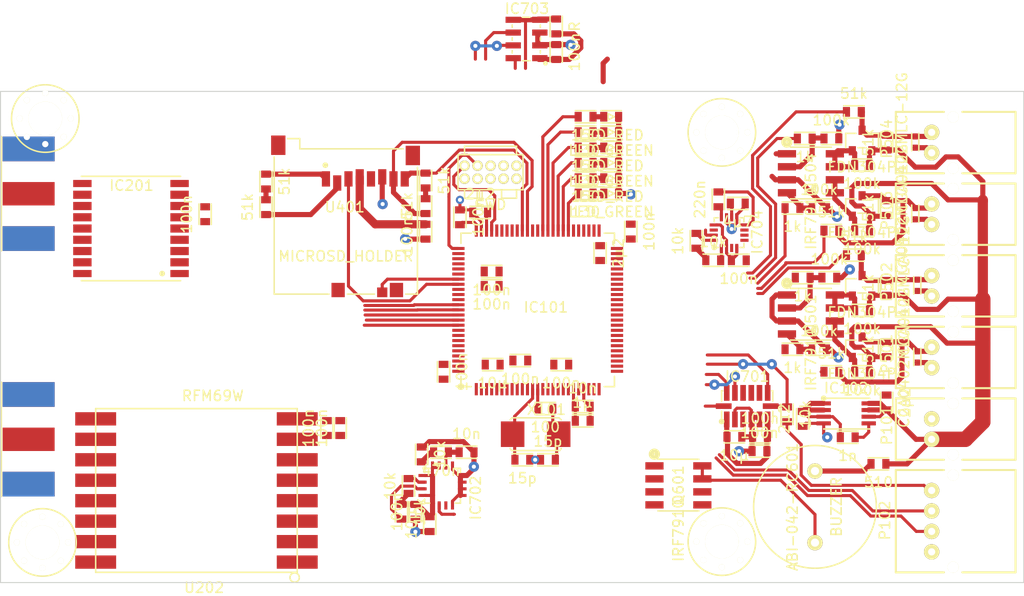
<source format=kicad_pcb>
(kicad_pcb (version 4) (host pcbnew 0.201503050816+5478~22~ubuntu14.04.1-product)

  (general
    (links 293)
    (no_connects 131)
    (area 87.949999 40.949999 188.050001 89.050001)
    (thickness 1.6)
    (drawings 4)
    (tracks 558)
    (zones 0)
    (modules 112)
    (nets 145)
  )

  (page A4)
  (layers
    (0 F.Cu signal)
    (31 B.Cu signal)
    (32 B.Adhes user)
    (33 F.Adhes user)
    (34 B.Paste user)
    (35 F.Paste user)
    (36 B.SilkS user)
    (37 F.SilkS user)
    (38 B.Mask user)
    (39 F.Mask user)
    (40 Dwgs.User user)
    (41 Cmts.User user)
    (42 Eco1.User user)
    (43 Eco2.User user)
    (44 Edge.Cuts user)
    (45 Margin user)
    (46 B.CrtYd user)
    (47 F.CrtYd user)
    (48 B.Fab user)
    (49 F.Fab user)
  )

  (setup
    (last_trace_width 0.3)
    (user_trace_width 0.2)
    (user_trace_width 0.3)
    (user_trace_width 0.5)
    (user_trace_width 0.8)
    (user_trace_width 1)
    (user_trace_width 1.5)
    (user_trace_width 2)
    (user_trace_width 3)
    (trace_clearance 0.15)
    (zone_clearance 0.508)
    (zone_45_only no)
    (trace_min 0.2)
    (segment_width 0.2)
    (edge_width 0.1)
    (via_size 0.8)
    (via_drill 0.4)
    (via_min_size 0.8)
    (via_min_drill 0.4)
    (user_via 1.2 0.6)
    (uvia_size 0.508)
    (uvia_drill 0.127)
    (uvias_allowed no)
    (uvia_min_size 0.508)
    (uvia_min_drill 0.127)
    (pcb_text_width 0.3)
    (pcb_text_size 1.5 1.5)
    (mod_edge_width 0.15)
    (mod_text_size 1 1)
    (mod_text_width 0.15)
    (pad_size 1.5 1.5)
    (pad_drill 0.6)
    (pad_to_mask_clearance 0)
    (aux_axis_origin 0 0)
    (visible_elements 7FFEFF7F)
    (pcbplotparams
      (layerselection 0x00030_80000001)
      (usegerberextensions false)
      (excludeedgelayer true)
      (linewidth 0.100000)
      (plotframeref false)
      (viasonmask false)
      (mode 1)
      (useauxorigin false)
      (hpglpennumber 1)
      (hpglpenspeed 20)
      (hpglpendiameter 15)
      (hpglpenoverlay 2)
      (psnegative false)
      (psa4output false)
      (plotreference true)
      (plotvalue true)
      (plotinvisibletext false)
      (padsonsilk false)
      (subtractmaskfromsilk false)
      (outputformat 1)
      (mirror false)
      (drillshape 1)
      (scaleselection 1)
      (outputdirectory ""))
  )

  (net 0 "")
  (net 1 "Net-(ABI-042-RC601-Pad1)")
  (net 2 "Net-(ABI-042-RC601-Pad2)")
  (net 3 +3V3)
  (net 4 GND)
  (net 5 "Net-(C106-Pad1)")
  (net 6 "Net-(C107-Pad1)")
  (net 7 "Net-(C111-Pad1)")
  (net 8 "Net-(C113-Pad1)")
  (net 9 +BATT)
  (net 10 "Net-(C116-Pad2)")
  (net 11 "Net-(C706-Pad2)")
  (net 12 "Net-(C707-Pad1)")
  (net 13 "Net-(C710-Pad1)")
  (net 14 "Net-(C711-Pad1)")
  (net 15 "Net-(C711-Pad2)")
  (net 16 "Net-(D601-Pad1)")
  (net 17 "Net-(D602-Pad1)")
  (net 18 "Net-(D603-Pad1)")
  (net 19 "Net-(D604-Pad1)")
  (net 20 "Net-(D605-Pad1)")
  (net 21 "Net-(D606-Pad1)")
  (net 22 "Net-(IC101-Pad1)")
  (net 23 "Net-(IC101-Pad2)")
  (net 24 "Net-(IC101-Pad3)")
  (net 25 "Net-(IC101-Pad4)")
  (net 26 "Net-(IC101-Pad5)")
  (net 27 "Net-(IC101-Pad7)")
  (net 28 "Net-(IC101-Pad8)")
  (net 29 "Net-(IC101-Pad9)")
  (net 30 "Net-(IC101-Pad13)")
  (net 31 /nReset)
  (net 32 "Net-(IC101-Pad15)")
  (net 33 "Net-(IC101-Pad16)")
  (net 34 "Net-(IC101-Pad17)")
  (net 35 "Net-(IC101-Pad18)")
  (net 36 "Net-(IC101-Pad23)")
  (net 37 "Net-(IC101-Pad24)")
  (net 38 /EXT_TX)
  (net 39 /EXT_RX)
  (net 40 "Net-(IC101-Pad29)")
  (net 41 "/Inertial Measurement/ACCEL_SCK")
  (net 42 "/Inertial Measurement/ACCEL_MISO")
  (net 43 "/Inertial Measurement/ACCEL_MOSI")
  (net 44 "/Inertial Measurement/ACCEL_CS")
  (net 45 "/Inertial Measurement/ACCEL_INT")
  (net 46 "Net-(IC101-Pad35)")
  (net 47 "Net-(IC101-Pad36)")
  (net 48 "Net-(IC101-Pad37)")
  (net 49 "/Datalogging & Pyros/PY1_TRG")
  (net 50 "/Datalogging & Pyros/PY2_TRG")
  (net 51 "/Datalogging & Pyros/PY3_TRG")
  (net 52 "/Datalogging & Pyros/PY4_TRG")
  (net 53 "/Datalogging & Pyros/~PY1_CHK")
  (net 54 "/Datalogging & Pyros/~PY2_CHK")
  (net 55 "/Datalogging & Pyros/~PY3_CHK")
  (net 56 "/Datalogging & Pyros/~PY4_CHK")
  (net 57 "/Inertial Measurement/MAGNO_DRDY")
  (net 58 "/Inertial Measurement/MAGNO_SCL")
  (net 59 "/Inertial Measurement/MAGNO_SDA")
  (net 60 "/Inertial Measurement/BARO_CS")
  (net 61 "/Inertial Measurement/BARO_SCK")
  (net 62 "/Inertial Measurement/BARO_MISO")
  (net 63 "/Inertial Measurement/BARO_MOSI")
  (net 64 "Net-(IC101-Pad55)")
  (net 65 "/Datalogging & Pyros/BUZZER")
  (net 66 "/Datalogging & Pyros/PY_OK")
  (net 67 "/Datalogging & Pyros/IMU_OK")
  (net 68 "/Datalogging & Pyros/RADIO_OK")
  (net 69 "/Datalogging & Pyros/~RADIO_OK")
  (net 70 "/Datalogging & Pyros/~IMU_OK")
  (net 71 "/Datalogging & Pyros/~PY_OK")
  (net 72 "Net-(IC101-Pad63)")
  (net 73 "Net-(IC101-Pad64)")
  (net 74 "/Datalogging & Pyros/µSD_DAT0")
  (net 75 "/Datalogging & Pyros/µSD_DAT1")
  (net 76 "Net-(IC101-Pad67)")
  (net 77 /Radio/RX)
  (net 78 /Radio/TX)
  (net 79 /Radio/GPS_nRST)
  (net 80 /SWDIO)
  (net 81 /SWDCLK)
  (net 82 "Net-(IC101-Pad77)")
  (net 83 "/Datalogging & Pyros/µSD_DAT2")
  (net 84 "/Datalogging & Pyros/µSD_DAT3")
  (net 85 "/Datalogging & Pyros/µSD_CLK")
  (net 86 "Net-(IC101-Pad81)")
  (net 87 "/Datalogging & Pyros/µSD_CD")
  (net 88 "/Datalogging & Pyros/µSD_CMD")
  (net 89 "Net-(IC101-Pad84)")
  (net 90 "Net-(IC101-Pad85)")
  (net 91 "Net-(IC101-Pad86)")
  (net 92 /Radio/RADIO_IRQ)
  (net 93 /Radio/RADIO_CS)
  (net 94 /Radio/RADIO_CLK)
  (net 95 /Radio/RADIO_MISO)
  (net 96 /Radio/RADIO_MOSI)
  (net 97 "Net-(IC101-Pad92)")
  (net 98 "Net-(IC101-Pad93)")
  (net 99 "/Inertial Measurement/GYRO_SCL")
  (net 100 "/Inertial Measurement/GYRO_SDA")
  (net 101 "/Inertial Measurement/GYRO_DRDY")
  (net 102 "Net-(IC101-Pad98)")
  (net 103 "Net-(IC701-Pad3)")
  (net 104 "Net-(IC701-Pad9)")
  (net 105 "Net-(IC701-Pad10)")
  (net 106 "Net-(IC701-Pad11)")
  (net 107 "Net-(IC702-Pad7)")
  (net 108 "Net-(IC704-Pad3)")
  (net 109 "Net-(IC704-Pad5)")
  (net 110 "Net-(IC704-Pad6)")
  (net 111 "Net-(IC704-Pad7)")
  (net 112 "Net-(IC704-Pad14)")
  (net 113 "Net-(P103-Pad6)")
  (net 114 "Net-(P103-Pad7)")
  (net 115 "Net-(P103-Pad8)")
  (net 116 "Net-(P202-Pad1)")
  (net 117 "Net-(Q501-Pad2)")
  (net 118 "Net-(Q501-Pad4)")
  (net 119 "Net-(Q504-Pad2)")
  (net 120 "Net-(Q504-Pad4)")
  (net 121 "Net-(U202-Pad7)")
  (net 122 "Net-(U202-Pad6)")
  (net 123 "Net-(U202-Pad5)")
  (net 124 "Net-(U202-Pad4)")
  (net 125 "Net-(U202-Pad3)")
  (net 126 "Net-(U202-Pad1)")
  (net 127 "Net-(D501-Pad1)")
  (net 128 "Net-(D502-Pad1)")
  (net 129 "Net-(D503-Pad1)")
  (net 130 "Net-(D504-Pad1)")
  (net 131 "Net-(Q501-Pad5)")
  (net 132 "Net-(Q501-Pad7)")
  (net 133 "Net-(Q504-Pad7)")
  (net 134 "Net-(IC101-Pad71)")
  (net 135 "Net-(IC201-Pad11)")
  (net 136 "Net-(IC201-Pad13)")
  (net 137 "Net-(IC201-Pad14)")
  (net 138 "Net-(IC201-Pad15)")
  (net 139 "Net-(IC201-Pad16)")
  (net 140 "Net-(IC201-Pad17)")
  (net 141 "Net-(IC201-Pad18)")
  (net 142 "Net-(IC201-Pad5)")
  (net 143 "Net-(IC201-Pad4)")
  (net 144 "Net-(Q503-Pad1)")

  (net_class Default "This is the default net class."
    (clearance 0.15)
    (trace_width 0.2)
    (via_dia 0.8)
    (via_drill 0.4)
    (uvia_dia 0.508)
    (uvia_drill 0.127)
    (add_net +3V3)
    (add_net +BATT)
    (add_net "/Datalogging & Pyros/BUZZER")
    (add_net "/Datalogging & Pyros/IMU_OK")
    (add_net "/Datalogging & Pyros/PY1_TRG")
    (add_net "/Datalogging & Pyros/PY2_TRG")
    (add_net "/Datalogging & Pyros/PY3_TRG")
    (add_net "/Datalogging & Pyros/PY4_TRG")
    (add_net "/Datalogging & Pyros/PY_OK")
    (add_net "/Datalogging & Pyros/RADIO_OK")
    (add_net "/Datalogging & Pyros/~IMU_OK")
    (add_net "/Datalogging & Pyros/~PY1_CHK")
    (add_net "/Datalogging & Pyros/~PY2_CHK")
    (add_net "/Datalogging & Pyros/~PY3_CHK")
    (add_net "/Datalogging & Pyros/~PY4_CHK")
    (add_net "/Datalogging & Pyros/~PY_OK")
    (add_net "/Datalogging & Pyros/~RADIO_OK")
    (add_net "/Datalogging & Pyros/µSD_CD")
    (add_net "/Datalogging & Pyros/µSD_CLK")
    (add_net "/Datalogging & Pyros/µSD_CMD")
    (add_net "/Datalogging & Pyros/µSD_DAT0")
    (add_net "/Datalogging & Pyros/µSD_DAT1")
    (add_net "/Datalogging & Pyros/µSD_DAT2")
    (add_net "/Datalogging & Pyros/µSD_DAT3")
    (add_net /EXT_RX)
    (add_net /EXT_TX)
    (add_net "/Inertial Measurement/ACCEL_CS")
    (add_net "/Inertial Measurement/ACCEL_INT")
    (add_net "/Inertial Measurement/ACCEL_MISO")
    (add_net "/Inertial Measurement/ACCEL_MOSI")
    (add_net "/Inertial Measurement/ACCEL_SCK")
    (add_net "/Inertial Measurement/BARO_CS")
    (add_net "/Inertial Measurement/BARO_MISO")
    (add_net "/Inertial Measurement/BARO_MOSI")
    (add_net "/Inertial Measurement/BARO_SCK")
    (add_net "/Inertial Measurement/GYRO_DRDY")
    (add_net "/Inertial Measurement/GYRO_SCL")
    (add_net "/Inertial Measurement/GYRO_SDA")
    (add_net "/Inertial Measurement/MAGNO_DRDY")
    (add_net "/Inertial Measurement/MAGNO_SCL")
    (add_net "/Inertial Measurement/MAGNO_SDA")
    (add_net /Radio/GPS_nRST)
    (add_net /Radio/RADIO_CLK)
    (add_net /Radio/RADIO_CS)
    (add_net /Radio/RADIO_IRQ)
    (add_net /Radio/RADIO_MISO)
    (add_net /Radio/RADIO_MOSI)
    (add_net /Radio/RX)
    (add_net /Radio/TX)
    (add_net /SWDCLK)
    (add_net /SWDIO)
    (add_net /nReset)
    (add_net GND)
    (add_net "Net-(ABI-042-RC601-Pad1)")
    (add_net "Net-(ABI-042-RC601-Pad2)")
    (add_net "Net-(C106-Pad1)")
    (add_net "Net-(C107-Pad1)")
    (add_net "Net-(C111-Pad1)")
    (add_net "Net-(C113-Pad1)")
    (add_net "Net-(C116-Pad2)")
    (add_net "Net-(C706-Pad2)")
    (add_net "Net-(C707-Pad1)")
    (add_net "Net-(C710-Pad1)")
    (add_net "Net-(C711-Pad1)")
    (add_net "Net-(C711-Pad2)")
    (add_net "Net-(D501-Pad1)")
    (add_net "Net-(D502-Pad1)")
    (add_net "Net-(D503-Pad1)")
    (add_net "Net-(D504-Pad1)")
    (add_net "Net-(D601-Pad1)")
    (add_net "Net-(D602-Pad1)")
    (add_net "Net-(D603-Pad1)")
    (add_net "Net-(D604-Pad1)")
    (add_net "Net-(D605-Pad1)")
    (add_net "Net-(D606-Pad1)")
    (add_net "Net-(IC101-Pad1)")
    (add_net "Net-(IC101-Pad13)")
    (add_net "Net-(IC101-Pad15)")
    (add_net "Net-(IC101-Pad16)")
    (add_net "Net-(IC101-Pad17)")
    (add_net "Net-(IC101-Pad18)")
    (add_net "Net-(IC101-Pad2)")
    (add_net "Net-(IC101-Pad23)")
    (add_net "Net-(IC101-Pad24)")
    (add_net "Net-(IC101-Pad29)")
    (add_net "Net-(IC101-Pad3)")
    (add_net "Net-(IC101-Pad35)")
    (add_net "Net-(IC101-Pad36)")
    (add_net "Net-(IC101-Pad37)")
    (add_net "Net-(IC101-Pad4)")
    (add_net "Net-(IC101-Pad5)")
    (add_net "Net-(IC101-Pad55)")
    (add_net "Net-(IC101-Pad63)")
    (add_net "Net-(IC101-Pad64)")
    (add_net "Net-(IC101-Pad67)")
    (add_net "Net-(IC101-Pad7)")
    (add_net "Net-(IC101-Pad71)")
    (add_net "Net-(IC101-Pad77)")
    (add_net "Net-(IC101-Pad8)")
    (add_net "Net-(IC101-Pad81)")
    (add_net "Net-(IC101-Pad84)")
    (add_net "Net-(IC101-Pad85)")
    (add_net "Net-(IC101-Pad86)")
    (add_net "Net-(IC101-Pad9)")
    (add_net "Net-(IC101-Pad92)")
    (add_net "Net-(IC101-Pad93)")
    (add_net "Net-(IC101-Pad98)")
    (add_net "Net-(IC201-Pad11)")
    (add_net "Net-(IC201-Pad13)")
    (add_net "Net-(IC201-Pad14)")
    (add_net "Net-(IC201-Pad15)")
    (add_net "Net-(IC201-Pad16)")
    (add_net "Net-(IC201-Pad17)")
    (add_net "Net-(IC201-Pad18)")
    (add_net "Net-(IC201-Pad4)")
    (add_net "Net-(IC201-Pad5)")
    (add_net "Net-(IC701-Pad10)")
    (add_net "Net-(IC701-Pad11)")
    (add_net "Net-(IC701-Pad3)")
    (add_net "Net-(IC701-Pad9)")
    (add_net "Net-(IC702-Pad7)")
    (add_net "Net-(IC704-Pad14)")
    (add_net "Net-(IC704-Pad3)")
    (add_net "Net-(IC704-Pad5)")
    (add_net "Net-(IC704-Pad6)")
    (add_net "Net-(IC704-Pad7)")
    (add_net "Net-(P103-Pad6)")
    (add_net "Net-(P103-Pad7)")
    (add_net "Net-(P103-Pad8)")
    (add_net "Net-(P202-Pad1)")
    (add_net "Net-(Q501-Pad2)")
    (add_net "Net-(Q501-Pad4)")
    (add_net "Net-(Q501-Pad5)")
    (add_net "Net-(Q501-Pad7)")
    (add_net "Net-(Q503-Pad1)")
    (add_net "Net-(Q504-Pad2)")
    (add_net "Net-(Q504-Pad4)")
    (add_net "Net-(Q504-Pad7)")
    (add_net "Net-(U202-Pad1)")
    (add_net "Net-(U202-Pad3)")
    (add_net "Net-(U202-Pad4)")
    (add_net "Net-(U202-Pad5)")
    (add_net "Net-(U202-Pad6)")
    (add_net "Net-(U202-Pad7)")
  )

  (module avionics14:ABI-042-RC (layer F.Cu) (tedit 54E394E6) (tstamp 54E3A5B0)
    (at 167.6 81.6 270)
    (path /545BA068/5478FE09/54C2A7B7)
    (fp_text reference ABI-042-RC601 (at 0 2.2 270) (layer F.SilkS)
      (effects (font (size 1 1) (thickness 0.15)))
    )
    (fp_text value BUZZER (at 0 -2.1 270) (layer F.SilkS)
      (effects (font (size 1 1) (thickness 0.15)))
    )
    (fp_circle (center 0 0) (end 6 0) (layer F.SilkS) (width 0.15))
    (pad 1 thru_hole circle (at -3.5 0 270) (size 1.5 1.5) (drill 0.8) (layers *.Cu *.Mask F.SilkS)
      (net 1 "Net-(ABI-042-RC601-Pad1)"))
    (pad 2 thru_hole circle (at 3.5 0 270) (size 1.5 1.5) (drill 0.8) (layers *.Cu *.Mask F.SilkS)
      (net 2 "Net-(ABI-042-RC601-Pad2)"))
  )

  (module avionics14:0603 (layer F.Cu) (tedit 54E394E6) (tstamp 54E3AA98)
    (at 136.1 67.7)
    (path /54DFCD3C)
    (fp_text reference C101 (at 0 -1.4) (layer F.SilkS) hide
      (effects (font (size 1 1) (thickness 0.15)))
    )
    (fp_text value 10µ (at 0 1.8) (layer F.SilkS)
      (effects (font (size 1 1) (thickness 0.15)))
    )
    (fp_line (start -1 0.6) (end 1 0.6) (layer F.SilkS) (width 0.15))
    (fp_line (start -1 -0.6) (end 1 -0.6) (layer F.SilkS) (width 0.15))
    (pad 1 smd rect (at -0.725 0) (size 0.7 0.95) (layers F.Cu F.Paste F.Mask)
      (net 3 +3V3))
    (pad 2 smd rect (at 0.725 0) (size 0.7 0.95) (layers F.Cu F.Paste F.Mask)
      (net 4 GND))
  )

  (module avionics14:0603 (layer F.Cu) (tedit 54E394E6) (tstamp 54E3A931)
    (at 138.8 67.3)
    (path /54DFCCB7)
    (fp_text reference C102 (at 0 -1.4) (layer F.SilkS) hide
      (effects (font (size 1 1) (thickness 0.15)))
    )
    (fp_text value 100n (at 0 1.8) (layer F.SilkS)
      (effects (font (size 1 1) (thickness 0.15)))
    )
    (fp_line (start -1 0.6) (end 1 0.6) (layer F.SilkS) (width 0.15))
    (fp_line (start -1 -0.6) (end 1 -0.6) (layer F.SilkS) (width 0.15))
    (pad 1 smd rect (at -0.725 0) (size 0.7 0.95) (layers F.Cu F.Paste F.Mask)
      (net 3 +3V3))
    (pad 2 smd rect (at 0.725 0) (size 0.7 0.95) (layers F.Cu F.Paste F.Mask)
      (net 4 GND))
  )

  (module avionics14:0603 (layer F.Cu) (tedit 54E394E6) (tstamp 54E3A93A)
    (at 136 58.6)
    (path /54DFCC91)
    (fp_text reference C103 (at 0 -1.4) (layer F.SilkS) hide
      (effects (font (size 1 1) (thickness 0.15)))
    )
    (fp_text value 100n (at 0 1.8) (layer F.SilkS)
      (effects (font (size 1 1) (thickness 0.15)))
    )
    (fp_line (start -1 0.6) (end 1 0.6) (layer F.SilkS) (width 0.15))
    (fp_line (start -1 -0.6) (end 1 -0.6) (layer F.SilkS) (width 0.15))
    (pad 1 smd rect (at -0.725 0) (size 0.7 0.95) (layers F.Cu F.Paste F.Mask)
      (net 3 +3V3))
    (pad 2 smd rect (at 0.725 0) (size 0.7 0.95) (layers F.Cu F.Paste F.Mask)
      (net 4 GND))
  )

  (module avionics14:0603 (layer F.Cu) (tedit 54E394E6) (tstamp 54E3A943)
    (at 144.9 73.2 180)
    (path /54E0B4F4)
    (fp_text reference C104 (at 0 -1.4 180) (layer F.SilkS) hide
      (effects (font (size 1 1) (thickness 0.15)))
    )
    (fp_text value 1µ (at 0 1.8 180) (layer F.SilkS)
      (effects (font (size 1 1) (thickness 0.15)))
    )
    (fp_line (start -1 0.6) (end 1 0.6) (layer F.SilkS) (width 0.15))
    (fp_line (start -1 -0.6) (end 1 -0.6) (layer F.SilkS) (width 0.15))
    (pad 1 smd rect (at -0.725 0 180) (size 0.7 0.95) (layers F.Cu F.Paste F.Mask)
      (net 3 +3V3))
    (pad 2 smd rect (at 0.725 0 180) (size 0.7 0.95) (layers F.Cu F.Paste F.Mask)
      (net 4 GND))
  )

  (module avionics14:0603 (layer F.Cu) (tedit 54E394E6) (tstamp 54E3A94C)
    (at 149.6 54.7 90)
    (path /54DFCC68)
    (fp_text reference C105 (at 0 -1.4 90) (layer F.SilkS) hide
      (effects (font (size 1 1) (thickness 0.15)))
    )
    (fp_text value 100n (at 0 1.8 90) (layer F.SilkS)
      (effects (font (size 1 1) (thickness 0.15)))
    )
    (fp_line (start -1 0.6) (end 1 0.6) (layer F.SilkS) (width 0.15))
    (fp_line (start -1 -0.6) (end 1 -0.6) (layer F.SilkS) (width 0.15))
    (pad 1 smd rect (at -0.725 0 90) (size 0.7 0.95) (layers F.Cu F.Paste F.Mask)
      (net 3 +3V3))
    (pad 2 smd rect (at 0.725 0 90) (size 0.7 0.95) (layers F.Cu F.Paste F.Mask)
      (net 4 GND))
  )

  (module avionics14:0603 (layer F.Cu) (tedit 54E394E6) (tstamp 54E3A955)
    (at 139 77)
    (path /54DEC0A2)
    (fp_text reference C106 (at 0 -1.4) (layer F.SilkS) hide
      (effects (font (size 1 1) (thickness 0.15)))
    )
    (fp_text value 15p (at 0 1.8) (layer F.SilkS)
      (effects (font (size 1 1) (thickness 0.15)))
    )
    (fp_line (start -1 0.6) (end 1 0.6) (layer F.SilkS) (width 0.15))
    (fp_line (start -1 -0.6) (end 1 -0.6) (layer F.SilkS) (width 0.15))
    (pad 1 smd rect (at -0.725 0) (size 0.7 0.95) (layers F.Cu F.Paste F.Mask)
      (net 5 "Net-(C106-Pad1)"))
    (pad 2 smd rect (at 0.725 0) (size 0.7 0.95) (layers F.Cu F.Paste F.Mask)
      (net 4 GND))
  )

  (module avionics14:0603 (layer F.Cu) (tedit 54E394E6) (tstamp 54E3A95E)
    (at 141.5 77 180)
    (path /54DEBE65)
    (fp_text reference C107 (at 0 -1.4 180) (layer F.SilkS) hide
      (effects (font (size 1 1) (thickness 0.15)))
    )
    (fp_text value 15p (at 0 1.8 180) (layer F.SilkS)
      (effects (font (size 1 1) (thickness 0.15)))
    )
    (fp_line (start -1 0.6) (end 1 0.6) (layer F.SilkS) (width 0.15))
    (fp_line (start -1 -0.6) (end 1 -0.6) (layer F.SilkS) (width 0.15))
    (pad 1 smd rect (at -0.725 0 180) (size 0.7 0.95) (layers F.Cu F.Paste F.Mask)
      (net 6 "Net-(C107-Pad1)"))
    (pad 2 smd rect (at 0.725 0 180) (size 0.7 0.95) (layers F.Cu F.Paste F.Mask)
      (net 4 GND))
  )

  (module avionics14:0603 (layer F.Cu) (tedit 54E394E6) (tstamp 54E3A967)
    (at 144.9 71.8 180)
    (path /54E0AA09)
    (fp_text reference C108 (at 0 -1.4 180) (layer F.SilkS) hide
      (effects (font (size 1 1) (thickness 0.15)))
    )
    (fp_text value 10n (at 0 1.8 180) (layer F.SilkS)
      (effects (font (size 1 1) (thickness 0.15)))
    )
    (fp_line (start -1 0.6) (end 1 0.6) (layer F.SilkS) (width 0.15))
    (fp_line (start -1 -0.6) (end 1 -0.6) (layer F.SilkS) (width 0.15))
    (pad 1 smd rect (at -0.725 0 180) (size 0.7 0.95) (layers F.Cu F.Paste F.Mask)
      (net 3 +3V3))
    (pad 2 smd rect (at 0.725 0 180) (size 0.7 0.95) (layers F.Cu F.Paste F.Mask)
      (net 4 GND))
  )

  (module avionics14:0603 (layer F.Cu) (tedit 54E394E6) (tstamp 54E3A970)
    (at 131.3 68.4 90)
    (path /54DFBE64)
    (fp_text reference C109 (at 0 -1.4 90) (layer F.SilkS) hide
      (effects (font (size 1 1) (thickness 0.15)))
    )
    (fp_text value 100n (at 0 1.8 90) (layer F.SilkS)
      (effects (font (size 1 1) (thickness 0.15)))
    )
    (fp_line (start -1 0.6) (end 1 0.6) (layer F.SilkS) (width 0.15))
    (fp_line (start -1 -0.6) (end 1 -0.6) (layer F.SilkS) (width 0.15))
    (pad 1 smd rect (at -0.725 0 90) (size 0.7 0.95) (layers F.Cu F.Paste F.Mask)
      (net 3 +3V3))
    (pad 2 smd rect (at 0.725 0 90) (size 0.7 0.95) (layers F.Cu F.Paste F.Mask)
      (net 4 GND))
  )

  (module avionics14:0603 (layer F.Cu) (tedit 54E394E6) (tstamp 54E3A979)
    (at 136 60)
    (path /54DFCBEE)
    (fp_text reference C110 (at 0 -1.4) (layer F.SilkS) hide
      (effects (font (size 1 1) (thickness 0.15)))
    )
    (fp_text value 100n (at 0 1.8) (layer F.SilkS)
      (effects (font (size 1 1) (thickness 0.15)))
    )
    (fp_line (start -1 0.6) (end 1 0.6) (layer F.SilkS) (width 0.15))
    (fp_line (start -1 -0.6) (end 1 -0.6) (layer F.SilkS) (width 0.15))
    (pad 1 smd rect (at -0.725 0) (size 0.7 0.95) (layers F.Cu F.Paste F.Mask)
      (net 3 +3V3))
    (pad 2 smd rect (at 0.725 0) (size 0.7 0.95) (layers F.Cu F.Paste F.Mask)
      (net 4 GND))
  )

  (module avionics14:0603 (layer F.Cu) (tedit 54E394E6) (tstamp 54E3A982)
    (at 146.6 56.8 90)
    (path /54E07FE7)
    (fp_text reference C111 (at 0 -1.4 90) (layer F.SilkS) hide
      (effects (font (size 1 1) (thickness 0.15)))
    )
    (fp_text value 2µ2 (at 0 1.8 90) (layer F.SilkS)
      (effects (font (size 1 1) (thickness 0.15)))
    )
    (fp_line (start -1 0.6) (end 1 0.6) (layer F.SilkS) (width 0.15))
    (fp_line (start -1 -0.6) (end 1 -0.6) (layer F.SilkS) (width 0.15))
    (pad 1 smd rect (at -0.725 0 90) (size 0.7 0.95) (layers F.Cu F.Paste F.Mask)
      (net 7 "Net-(C111-Pad1)"))
    (pad 2 smd rect (at 0.725 0 90) (size 0.7 0.95) (layers F.Cu F.Paste F.Mask)
      (net 4 GND))
  )

  (module avionics14:0603 (layer F.Cu) (tedit 54E394E6) (tstamp 54E3A98B)
    (at 142.8 67.7)
    (path /54DFCE0A)
    (fp_text reference C112 (at 0 -1.4) (layer F.SilkS) hide
      (effects (font (size 1 1) (thickness 0.15)))
    )
    (fp_text value 100n (at 0 1.8) (layer F.SilkS)
      (effects (font (size 1 1) (thickness 0.15)))
    )
    (fp_line (start -1 0.6) (end 1 0.6) (layer F.SilkS) (width 0.15))
    (fp_line (start -1 -0.6) (end 1 -0.6) (layer F.SilkS) (width 0.15))
    (pad 1 smd rect (at -0.725 0) (size 0.7 0.95) (layers F.Cu F.Paste F.Mask)
      (net 3 +3V3))
    (pad 2 smd rect (at 0.725 0) (size 0.7 0.95) (layers F.Cu F.Paste F.Mask)
      (net 4 GND))
  )

  (module avionics14:0603 (layer F.Cu) (tedit 54E394E6) (tstamp 54E3A994)
    (at 134.874 52.832 180)
    (path /54E07855)
    (fp_text reference C113 (at 0 -1.4 180) (layer F.SilkS) hide
      (effects (font (size 1 1) (thickness 0.15)))
    )
    (fp_text value 2µ2 (at 0 1.8 180) (layer F.SilkS)
      (effects (font (size 1 1) (thickness 0.15)))
    )
    (fp_line (start -1 0.6) (end 1 0.6) (layer F.SilkS) (width 0.15))
    (fp_line (start -1 -0.6) (end 1 -0.6) (layer F.SilkS) (width 0.15))
    (pad 1 smd rect (at -0.725 0 180) (size 0.7 0.95) (layers F.Cu F.Paste F.Mask)
      (net 8 "Net-(C113-Pad1)"))
    (pad 2 smd rect (at 0.725 0 180) (size 0.7 0.95) (layers F.Cu F.Paste F.Mask)
      (net 4 GND))
  )

  (module avionics14:0603 (layer F.Cu) (tedit 54E394E6) (tstamp 54FDEE55)
    (at 132.9 53.3 90)
    (path /54DFD17C)
    (fp_text reference C114 (at 0 -1.4 90) (layer F.SilkS) hide
      (effects (font (size 1 1) (thickness 0.15)))
    )
    (fp_text value 100n (at 0 1.8 90) (layer F.SilkS)
      (effects (font (size 1 1) (thickness 0.15)))
    )
    (fp_line (start -1 0.6) (end 1 0.6) (layer F.SilkS) (width 0.15))
    (fp_line (start -1 -0.6) (end 1 -0.6) (layer F.SilkS) (width 0.15))
    (pad 1 smd rect (at -0.725 0 90) (size 0.7 0.95) (layers F.Cu F.Paste F.Mask)
      (net 3 +3V3))
    (pad 2 smd rect (at 0.725 0 90) (size 0.7 0.95) (layers F.Cu F.Paste F.Mask)
      (net 4 GND))
  )

  (module avionics14:0603 (layer F.Cu) (tedit 54E394E6) (tstamp 54E3A9A6)
    (at 174.6 71.4 90)
    (path /54D9976E)
    (fp_text reference C115 (at 0 -1.4 90) (layer F.SilkS) hide
      (effects (font (size 1 1) (thickness 0.15)))
    )
    (fp_text value 2µ2 (at 0 1.8 90) (layer F.SilkS)
      (effects (font (size 1 1) (thickness 0.15)))
    )
    (fp_line (start -1 0.6) (end 1 0.6) (layer F.SilkS) (width 0.15))
    (fp_line (start -1 -0.6) (end 1 -0.6) (layer F.SilkS) (width 0.15))
    (pad 1 smd rect (at -0.725 0 90) (size 0.7 0.95) (layers F.Cu F.Paste F.Mask)
      (net 9 +BATT))
    (pad 2 smd rect (at 0.725 0 90) (size 0.7 0.95) (layers F.Cu F.Paste F.Mask)
      (net 4 GND))
  )

  (module avionics14:0603 (layer F.Cu) (tedit 54E394E6) (tstamp 54FC5700)
    (at 170.8 74.8)
    (path /54D99379)
    (fp_text reference C116 (at 0 -1.4) (layer F.SilkS) hide
      (effects (font (size 1 1) (thickness 0.15)))
    )
    (fp_text value 1n (at 0 1.8) (layer F.SilkS)
      (effects (font (size 1 1) (thickness 0.15)))
    )
    (fp_line (start -1 0.6) (end 1 0.6) (layer F.SilkS) (width 0.15))
    (fp_line (start -1 -0.6) (end 1 -0.6) (layer F.SilkS) (width 0.15))
    (pad 1 smd rect (at -0.725 0) (size 0.7 0.95) (layers F.Cu F.Paste F.Mask)
      (net 3 +3V3))
    (pad 2 smd rect (at 0.725 0) (size 0.7 0.95) (layers F.Cu F.Paste F.Mask)
      (net 10 "Net-(C116-Pad2)"))
  )

  (module avionics14:0603 (layer F.Cu) (tedit 54E394E6) (tstamp 54E3A9B8)
    (at 166.4 73 270)
    (path /54D9978D)
    (fp_text reference C117 (at 0 -1.4 270) (layer F.SilkS) hide
      (effects (font (size 1 1) (thickness 0.15)))
    )
    (fp_text value 2µ2 (at 0 1.8 270) (layer F.SilkS)
      (effects (font (size 1 1) (thickness 0.15)))
    )
    (fp_line (start -1 0.6) (end 1 0.6) (layer F.SilkS) (width 0.15))
    (fp_line (start -1 -0.6) (end 1 -0.6) (layer F.SilkS) (width 0.15))
    (pad 1 smd rect (at -0.725 0 270) (size 0.7 0.95) (layers F.Cu F.Paste F.Mask)
      (net 3 +3V3))
    (pad 2 smd rect (at 0.725 0 270) (size 0.7 0.95) (layers F.Cu F.Paste F.Mask)
      (net 4 GND))
  )

  (module avionics14:0603 (layer F.Cu) (tedit 54E394E6) (tstamp 54E3A89A)
    (at 108 53 270)
    (path /545BA057/54B99D53)
    (fp_text reference C201 (at 0 -1.4 270) (layer F.SilkS) hide
      (effects (font (size 1 1) (thickness 0.15)))
    )
    (fp_text value 100n (at 0 1.8 270) (layer F.SilkS)
      (effects (font (size 1 1) (thickness 0.15)))
    )
    (fp_line (start -1 0.6) (end 1 0.6) (layer F.SilkS) (width 0.15))
    (fp_line (start -1 -0.6) (end 1 -0.6) (layer F.SilkS) (width 0.15))
    (pad 1 smd rect (at -0.725 0 270) (size 0.7 0.95) (layers F.Cu F.Paste F.Mask)
      (net 3 +3V3))
    (pad 2 smd rect (at 0.725 0 270) (size 0.7 0.95) (layers F.Cu F.Paste F.Mask)
      (net 4 GND))
  )

  (module avionics14:0603 (layer F.Cu) (tedit 54E394E6) (tstamp 54FDECC7)
    (at 121.2 73.9 270)
    (path /545BA057/54B98CE3)
    (fp_text reference C203 (at 0 -1.4 270) (layer F.SilkS) hide
      (effects (font (size 1 1) (thickness 0.15)))
    )
    (fp_text value 100n (at 0 1.8 270) (layer F.SilkS)
      (effects (font (size 1 1) (thickness 0.15)))
    )
    (fp_line (start -1 0.6) (end 1 0.6) (layer F.SilkS) (width 0.15))
    (fp_line (start -1 -0.6) (end 1 -0.6) (layer F.SilkS) (width 0.15))
    (pad 1 smd rect (at -0.725 0 270) (size 0.7 0.95) (layers F.Cu F.Paste F.Mask)
      (net 3 +3V3))
    (pad 2 smd rect (at 0.725 0 270) (size 0.7 0.95) (layers F.Cu F.Paste F.Mask)
      (net 4 GND))
  )

  (module avionics14:0603 (layer F.Cu) (tedit 54E394E6) (tstamp 54FDECBE)
    (at 119.9 73.9 270)
    (path /545BA057/54B98CF5)
    (fp_text reference C204 (at 0 -1.4 270) (layer F.SilkS) hide
      (effects (font (size 1 1) (thickness 0.15)))
    )
    (fp_text value 100n (at 0 1.8 270) (layer F.SilkS)
      (effects (font (size 1 1) (thickness 0.15)))
    )
    (fp_line (start -1 0.6) (end 1 0.6) (layer F.SilkS) (width 0.15))
    (fp_line (start -1 -0.6) (end 1 -0.6) (layer F.SilkS) (width 0.15))
    (pad 1 smd rect (at -0.725 0 270) (size 0.7 0.95) (layers F.Cu F.Paste F.Mask)
      (net 3 +3V3))
    (pad 2 smd rect (at 0.725 0 270) (size 0.7 0.95) (layers F.Cu F.Paste F.Mask)
      (net 4 GND))
  )

  (module avionics14:0603 (layer F.Cu) (tedit 54E394E6) (tstamp 54E3A5F9)
    (at 129.546 54.71 270)
    (path /545BA068/5476453E/54764C46)
    (fp_text reference C401 (at 0 -1.4 270) (layer F.SilkS) hide
      (effects (font (size 1 1) (thickness 0.15)))
    )
    (fp_text value 100nF (at 0 1.8 270) (layer F.SilkS)
      (effects (font (size 1 1) (thickness 0.15)))
    )
    (fp_line (start -1 0.6) (end 1 0.6) (layer F.SilkS) (width 0.15))
    (fp_line (start -1 -0.6) (end 1 -0.6) (layer F.SilkS) (width 0.15))
    (pad 1 smd rect (at -0.725 0 270) (size 0.7 0.95) (layers F.Cu F.Paste F.Mask)
      (net 3 +3V3))
    (pad 2 smd rect (at 0.725 0 270) (size 0.7 0.95) (layers F.Cu F.Paste F.Mask)
      (net 4 GND))
  )

  (module avionics14:0603 (layer F.Cu) (tedit 54E394E6) (tstamp 54E3A7EA)
    (at 159.724 74.758)
    (path /545BA07E/54D93665)
    (fp_text reference C701 (at 0 -1.4) (layer F.SilkS) hide
      (effects (font (size 1 1) (thickness 0.15)))
    )
    (fp_text value 10µ (at 0 1.8) (layer F.SilkS)
      (effects (font (size 1 1) (thickness 0.15)))
    )
    (fp_line (start -1 0.6) (end 1 0.6) (layer F.SilkS) (width 0.15))
    (fp_line (start -1 -0.6) (end 1 -0.6) (layer F.SilkS) (width 0.15))
    (pad 1 smd rect (at -0.725 0) (size 0.7 0.95) (layers F.Cu F.Paste F.Mask)
      (net 3 +3V3))
    (pad 2 smd rect (at 0.725 0) (size 0.7 0.95) (layers F.Cu F.Paste F.Mask)
      (net 4 GND))
  )

  (module avionics14:0603 (layer F.Cu) (tedit 54E394E6) (tstamp 54FDECE1)
    (at 129.9475 83.2875 270)
    (path /545BA07E/54D94D0F)
    (fp_text reference C702 (at 0 -1.4 270) (layer F.SilkS) hide
      (effects (font (size 1 1) (thickness 0.15)))
    )
    (fp_text value 10µ (at 0 1.8 270) (layer F.SilkS)
      (effects (font (size 1 1) (thickness 0.15)))
    )
    (fp_line (start -1 0.6) (end 1 0.6) (layer F.SilkS) (width 0.15))
    (fp_line (start -1 -0.6) (end 1 -0.6) (layer F.SilkS) (width 0.15))
    (pad 1 smd rect (at -0.725 0 270) (size 0.7 0.95) (layers F.Cu F.Paste F.Mask)
      (net 3 +3V3))
    (pad 2 smd rect (at 0.725 0 270) (size 0.7 0.95) (layers F.Cu F.Paste F.Mask)
      (net 4 GND))
  )

  (module avionics14:0603 (layer F.Cu) (tedit 54E394E6) (tstamp 54E3A7FC)
    (at 162.174 76.158 180)
    (path /545BA07E/54D936E2)
    (fp_text reference C703 (at 0 -1.4 180) (layer F.SilkS) hide
      (effects (font (size 1 1) (thickness 0.15)))
    )
    (fp_text value 100n (at 0 1.8 180) (layer F.SilkS)
      (effects (font (size 1 1) (thickness 0.15)))
    )
    (fp_line (start -1 0.6) (end 1 0.6) (layer F.SilkS) (width 0.15))
    (fp_line (start -1 -0.6) (end 1 -0.6) (layer F.SilkS) (width 0.15))
    (pad 1 smd rect (at -0.725 0 180) (size 0.7 0.95) (layers F.Cu F.Paste F.Mask)
      (net 3 +3V3))
    (pad 2 smd rect (at 0.725 0 180) (size 0.7 0.95) (layers F.Cu F.Paste F.Mask)
      (net 4 GND))
  )

  (module avionics14:0603 (layer F.Cu) (tedit 54E394E6) (tstamp 54FC6702)
    (at 128.5475 82.0875 270)
    (path /545BA07E/54D94E60)
    (fp_text reference C704 (at 0 -1.4 270) (layer F.SilkS) hide
      (effects (font (size 1 1) (thickness 0.15)))
    )
    (fp_text value 100n (at 0 1.8 270) (layer F.SilkS)
      (effects (font (size 1 1) (thickness 0.15)))
    )
    (fp_line (start -1 0.6) (end 1 0.6) (layer F.SilkS) (width 0.15))
    (fp_line (start -1 -0.6) (end 1 -0.6) (layer F.SilkS) (width 0.15))
    (pad 1 smd rect (at -0.725 0 270) (size 0.7 0.95) (layers F.Cu F.Paste F.Mask)
      (net 3 +3V3))
    (pad 2 smd rect (at 0.725 0 270) (size 0.7 0.95) (layers F.Cu F.Paste F.Mask)
      (net 4 GND))
  )

  (module avionics14:0603 (layer F.Cu) (tedit 54E394E6) (tstamp 54E3A7E1)
    (at 162.224 74.758 180)
    (path /545BA07E/54D93700)
    (fp_text reference C705 (at 0 -1.4 180) (layer F.SilkS) hide
      (effects (font (size 1 1) (thickness 0.15)))
    )
    (fp_text value 100n (at 0 1.8 180) (layer F.SilkS)
      (effects (font (size 1 1) (thickness 0.15)))
    )
    (fp_line (start -1 0.6) (end 1 0.6) (layer F.SilkS) (width 0.15))
    (fp_line (start -1 -0.6) (end 1 -0.6) (layer F.SilkS) (width 0.15))
    (pad 1 smd rect (at -0.725 0 180) (size 0.7 0.95) (layers F.Cu F.Paste F.Mask)
      (net 3 +3V3))
    (pad 2 smd rect (at 0.725 0 180) (size 0.7 0.95) (layers F.Cu F.Paste F.Mask)
      (net 4 GND))
  )

  (module avionics14:0603 (layer F.Cu) (tedit 54E394E6) (tstamp 54FC66F9)
    (at 133.5475 76.2625 180)
    (path /545BA07E/54D942BC)
    (fp_text reference C706 (at 0 -1.4 180) (layer F.SilkS) hide
      (effects (font (size 1 1) (thickness 0.15)))
    )
    (fp_text value 10n (at 0 1.8 180) (layer F.SilkS)
      (effects (font (size 1 1) (thickness 0.15)))
    )
    (fp_line (start -1 0.6) (end 1 0.6) (layer F.SilkS) (width 0.15))
    (fp_line (start -1 -0.6) (end 1 -0.6) (layer F.SilkS) (width 0.15))
    (pad 1 smd rect (at -0.725 0 180) (size 0.7 0.95) (layers F.Cu F.Paste F.Mask)
      (net 4 GND))
    (pad 2 smd rect (at 0.725 0 180) (size 0.7 0.95) (layers F.Cu F.Paste F.Mask)
      (net 11 "Net-(C706-Pad2)"))
  )

  (module avionics14:0603 (layer F.Cu) (tedit 54E394E6) (tstamp 54FC66F0)
    (at 131.0475 76.2625)
    (path /545BA07E/54D9434E)
    (fp_text reference C707 (at 0 -1.4) (layer F.SilkS) hide
      (effects (font (size 1 1) (thickness 0.15)))
    )
    (fp_text value 470n (at 0 1.8) (layer F.SilkS)
      (effects (font (size 1 1) (thickness 0.15)))
    )
    (fp_line (start -1 0.6) (end 1 0.6) (layer F.SilkS) (width 0.15))
    (fp_line (start -1 -0.6) (end 1 -0.6) (layer F.SilkS) (width 0.15))
    (pad 1 smd rect (at -0.725 0) (size 0.7 0.95) (layers F.Cu F.Paste F.Mask)
      (net 12 "Net-(C707-Pad1)"))
    (pad 2 smd rect (at 0.725 0) (size 0.7 0.95) (layers F.Cu F.Paste F.Mask)
      (net 11 "Net-(C706-Pad2)"))
  )

  (module avionics14:0603 (layer F.Cu) (tedit 54E394E6) (tstamp 54FB6470)
    (at 142.308 37.15 90)
    (path /545BA07E/54D94CD2)
    (fp_text reference C708 (at 0 -1.4 90) (layer F.SilkS) hide
      (effects (font (size 1 1) (thickness 0.15)))
    )
    (fp_text value 100n (at 0 1.8 90) (layer F.SilkS)
      (effects (font (size 1 1) (thickness 0.15)))
    )
    (fp_line (start -1 0.6) (end 1 0.6) (layer F.SilkS) (width 0.15))
    (fp_line (start -1 -0.6) (end 1 -0.6) (layer F.SilkS) (width 0.15))
    (pad 1 smd rect (at -0.725 0 90) (size 0.7 0.95) (layers F.Cu F.Paste F.Mask)
      (net 3 +3V3))
    (pad 2 smd rect (at 0.725 0 90) (size 0.7 0.95) (layers F.Cu F.Paste F.Mask)
      (net 4 GND))
  )

  (module avionics14:0603 (layer F.Cu) (tedit 54E394E6) (tstamp 54E3A7BD)
    (at 160.154 57.5)
    (path /545BA07E/54D95ADC)
    (fp_text reference C709 (at 0 -1.4) (layer F.SilkS) hide
      (effects (font (size 1 1) (thickness 0.15)))
    )
    (fp_text value 100n (at 0 1.8) (layer F.SilkS)
      (effects (font (size 1 1) (thickness 0.15)))
    )
    (fp_line (start -1 0.6) (end 1 0.6) (layer F.SilkS) (width 0.15))
    (fp_line (start -1 -0.6) (end 1 -0.6) (layer F.SilkS) (width 0.15))
    (pad 1 smd rect (at -0.725 0) (size 0.7 0.95) (layers F.Cu F.Paste F.Mask)
      (net 3 +3V3))
    (pad 2 smd rect (at 0.725 0) (size 0.7 0.95) (layers F.Cu F.Paste F.Mask)
      (net 4 GND))
  )

  (module avionics14:0603 (layer F.Cu) (tedit 54E394E6) (tstamp 54E3A7B4)
    (at 160.054 51.95)
    (path /545BA07E/54D963CC)
    (fp_text reference C710 (at 0 -1.4) (layer F.SilkS) hide
      (effects (font (size 1 1) (thickness 0.15)))
    )
    (fp_text value 4µ7 (at 0 1.8) (layer F.SilkS)
      (effects (font (size 1 1) (thickness 0.15)))
    )
    (fp_line (start -1 0.6) (end 1 0.6) (layer F.SilkS) (width 0.15))
    (fp_line (start -1 -0.6) (end 1 -0.6) (layer F.SilkS) (width 0.15))
    (pad 1 smd rect (at -0.725 0) (size 0.7 0.95) (layers F.Cu F.Paste F.Mask)
      (net 13 "Net-(C710-Pad1)"))
    (pad 2 smd rect (at 0.725 0) (size 0.7 0.95) (layers F.Cu F.Paste F.Mask)
      (net 4 GND))
  )

  (module avionics14:0603 (layer F.Cu) (tedit 54E394E6) (tstamp 54E3A7AB)
    (at 158.154 51.55 270)
    (path /545BA07E/54D961C1)
    (fp_text reference C711 (at 0 -1.4 270) (layer F.SilkS) hide
      (effects (font (size 1 1) (thickness 0.15)))
    )
    (fp_text value 220n (at 0 1.8 270) (layer F.SilkS)
      (effects (font (size 1 1) (thickness 0.15)))
    )
    (fp_line (start -1 0.6) (end 1 0.6) (layer F.SilkS) (width 0.15))
    (fp_line (start -1 -0.6) (end 1 -0.6) (layer F.SilkS) (width 0.15))
    (pad 1 smd rect (at -0.725 0 270) (size 0.7 0.95) (layers F.Cu F.Paste F.Mask)
      (net 14 "Net-(C711-Pad1)"))
    (pad 2 smd rect (at 0.725 0 270) (size 0.7 0.95) (layers F.Cu F.Paste F.Mask)
      (net 15 "Net-(C711-Pad2)"))
  )

  (module avionics14:0603_LED (layer F.Cu) (tedit 54E394E6) (tstamp 54FC6B75)
    (at 147.681 50.977)
    (path /545BA068/5478FE09/54793064)
    (fp_text reference D601 (at 0 -1.4) (layer F.SilkS) hide
      (effects (font (size 1 1) (thickness 0.15)))
    )
    (fp_text value LED_GREEN (at 0 1.8) (layer F.SilkS)
      (effects (font (size 1 1) (thickness 0.15)))
    )
    (fp_line (start -0.3 -0.3) (end 0.3 0) (layer F.SilkS) (width 0.15))
    (fp_line (start 0.3 0) (end -0.3 0.3) (layer F.SilkS) (width 0.15))
    (fp_line (start -0.3 0.3) (end -0.3 -0.3) (layer F.SilkS) (width 0.15))
    (fp_line (start -1 0.6) (end 1 0.6) (layer F.SilkS) (width 0.15))
    (fp_line (start -1 -0.6) (end 1 -0.6) (layer F.SilkS) (width 0.15))
    (pad 1 smd rect (at -0.725 0) (size 0.7 0.95) (layers F.Cu F.Paste F.Mask)
      (net 16 "Net-(D601-Pad1)"))
    (pad 2 smd rect (at 0.725 0) (size 0.7 0.95) (layers F.Cu F.Paste F.Mask)
      (net 4 GND))
  )

  (module avionics14:0603_LED (layer F.Cu) (tedit 54E394E6) (tstamp 54FC6B69)
    (at 147.681 49.477)
    (path /545BA068/5478FE09/54793073)
    (fp_text reference D602 (at 0 -1.4) (layer F.SilkS) hide
      (effects (font (size 1 1) (thickness 0.15)))
    )
    (fp_text value LED_RED (at 0 1.8) (layer F.SilkS)
      (effects (font (size 1 1) (thickness 0.15)))
    )
    (fp_line (start -0.3 -0.3) (end 0.3 0) (layer F.SilkS) (width 0.15))
    (fp_line (start 0.3 0) (end -0.3 0.3) (layer F.SilkS) (width 0.15))
    (fp_line (start -0.3 0.3) (end -0.3 -0.3) (layer F.SilkS) (width 0.15))
    (fp_line (start -1 0.6) (end 1 0.6) (layer F.SilkS) (width 0.15))
    (fp_line (start -1 -0.6) (end 1 -0.6) (layer F.SilkS) (width 0.15))
    (pad 1 smd rect (at -0.725 0) (size 0.7 0.95) (layers F.Cu F.Paste F.Mask)
      (net 17 "Net-(D602-Pad1)"))
    (pad 2 smd rect (at 0.725 0) (size 0.7 0.95) (layers F.Cu F.Paste F.Mask)
      (net 4 GND))
  )

  (module avionics14:0603_LED (layer F.Cu) (tedit 54E394E6) (tstamp 54FC6B5D)
    (at 147.681 44.977)
    (path /545BA068/5478FE09/54791FC4)
    (fp_text reference D603 (at 0 -1.4) (layer F.SilkS) hide
      (effects (font (size 1 1) (thickness 0.15)))
    )
    (fp_text value LED_GREEN (at 0 1.8) (layer F.SilkS)
      (effects (font (size 1 1) (thickness 0.15)))
    )
    (fp_line (start -0.3 -0.3) (end 0.3 0) (layer F.SilkS) (width 0.15))
    (fp_line (start 0.3 0) (end -0.3 0.3) (layer F.SilkS) (width 0.15))
    (fp_line (start -0.3 0.3) (end -0.3 -0.3) (layer F.SilkS) (width 0.15))
    (fp_line (start -1 0.6) (end 1 0.6) (layer F.SilkS) (width 0.15))
    (fp_line (start -1 -0.6) (end 1 -0.6) (layer F.SilkS) (width 0.15))
    (pad 1 smd rect (at -0.725 0) (size 0.7 0.95) (layers F.Cu F.Paste F.Mask)
      (net 18 "Net-(D603-Pad1)"))
    (pad 2 smd rect (at 0.725 0) (size 0.7 0.95) (layers F.Cu F.Paste F.Mask)
      (net 4 GND))
  )

  (module avionics14:0603_LED (layer F.Cu) (tedit 54E394E6) (tstamp 54FC6B51)
    (at 147.681 43.477)
    (path /545BA068/5478FE09/54791FCA)
    (fp_text reference D604 (at 0 -1.4) (layer F.SilkS) hide
      (effects (font (size 1 1) (thickness 0.15)))
    )
    (fp_text value LED_RED (at 0 1.8) (layer F.SilkS)
      (effects (font (size 1 1) (thickness 0.15)))
    )
    (fp_line (start -0.3 -0.3) (end 0.3 0) (layer F.SilkS) (width 0.15))
    (fp_line (start 0.3 0) (end -0.3 0.3) (layer F.SilkS) (width 0.15))
    (fp_line (start -0.3 0.3) (end -0.3 -0.3) (layer F.SilkS) (width 0.15))
    (fp_line (start -1 0.6) (end 1 0.6) (layer F.SilkS) (width 0.15))
    (fp_line (start -1 -0.6) (end 1 -0.6) (layer F.SilkS) (width 0.15))
    (pad 1 smd rect (at -0.725 0) (size 0.7 0.95) (layers F.Cu F.Paste F.Mask)
      (net 19 "Net-(D604-Pad1)"))
    (pad 2 smd rect (at 0.725 0) (size 0.7 0.95) (layers F.Cu F.Paste F.Mask)
      (net 4 GND))
  )

  (module avionics14:0603_LED (layer F.Cu) (tedit 54E394E6) (tstamp 54FC6B45)
    (at 147.681 47.977)
    (path /545BA068/5478FE09/54791FEA)
    (fp_text reference D605 (at 0 -1.4) (layer F.SilkS) hide
      (effects (font (size 1 1) (thickness 0.15)))
    )
    (fp_text value LED_GREEN (at 0 1.8) (layer F.SilkS)
      (effects (font (size 1 1) (thickness 0.15)))
    )
    (fp_line (start -0.3 -0.3) (end 0.3 0) (layer F.SilkS) (width 0.15))
    (fp_line (start 0.3 0) (end -0.3 0.3) (layer F.SilkS) (width 0.15))
    (fp_line (start -0.3 0.3) (end -0.3 -0.3) (layer F.SilkS) (width 0.15))
    (fp_line (start -1 0.6) (end 1 0.6) (layer F.SilkS) (width 0.15))
    (fp_line (start -1 -0.6) (end 1 -0.6) (layer F.SilkS) (width 0.15))
    (pad 1 smd rect (at -0.725 0) (size 0.7 0.95) (layers F.Cu F.Paste F.Mask)
      (net 20 "Net-(D605-Pad1)"))
    (pad 2 smd rect (at 0.725 0) (size 0.7 0.95) (layers F.Cu F.Paste F.Mask)
      (net 4 GND))
  )

  (module avionics14:0603_LED (layer F.Cu) (tedit 54E394E6) (tstamp 54FC6B39)
    (at 147.681 46.477)
    (path /545BA068/5478FE09/54791FF0)
    (fp_text reference D606 (at 0 -1.4) (layer F.SilkS) hide
      (effects (font (size 1 1) (thickness 0.15)))
    )
    (fp_text value LED_RED (at 0 1.8) (layer F.SilkS)
      (effects (font (size 1 1) (thickness 0.15)))
    )
    (fp_line (start -0.3 -0.3) (end 0.3 0) (layer F.SilkS) (width 0.15))
    (fp_line (start 0.3 0) (end -0.3 0.3) (layer F.SilkS) (width 0.15))
    (fp_line (start -0.3 0.3) (end -0.3 -0.3) (layer F.SilkS) (width 0.15))
    (fp_line (start -1 0.6) (end 1 0.6) (layer F.SilkS) (width 0.15))
    (fp_line (start -1 -0.6) (end 1 -0.6) (layer F.SilkS) (width 0.15))
    (pad 1 smd rect (at -0.725 0) (size 0.7 0.95) (layers F.Cu F.Paste F.Mask)
      (net 21 "Net-(D606-Pad1)"))
    (pad 2 smd rect (at 0.725 0) (size 0.7 0.95) (layers F.Cu F.Paste F.Mask)
      (net 4 GND))
  )

  (module avionics14:LQFP100 (layer F.Cu) (tedit 54FC4AC8) (tstamp 54E3AA2B)
    (at 134.5 70.1)
    (path /54D92A29)
    (fp_text reference IC101 (at 6.8 -8) (layer F.SilkS)
      (effects (font (size 1 1) (thickness 0.15)))
    )
    (fp_text value STM32F405VGT (at 2.55 -10.8) (layer F.SilkS) hide
      (effects (font (size 1 1) (thickness 0.15)))
    )
    (fp_circle (center -1.5 -0.25) (end -1.7 -0.1) (layer F.SilkS) (width 0.15))
    (fp_circle (center -1.5 -0.25) (end -1.6 -0.2) (layer F.SilkS) (width 0.15))
    (fp_line (start -0.5 -15.25) (end -1.5 -15.25) (layer F.SilkS) (width 0.15))
    (fp_line (start -1.5 -15.25) (end -1.5 -14.25) (layer F.SilkS) (width 0.15))
    (fp_line (start 12.5 -15.25) (end 13.5 -15.25) (layer F.SilkS) (width 0.15))
    (fp_line (start 13.5 -15.25) (end 13.5 -14.25) (layer F.SilkS) (width 0.15))
    (fp_line (start 12.5 -0.25) (end 13.5 -0.25) (layer F.SilkS) (width 0.15))
    (fp_line (start 13.5 -0.25) (end 13.5 -1.25) (layer F.SilkS) (width 0.15))
    (fp_line (start -1.5 -1.25) (end -1.5 -0.25) (layer F.SilkS) (width 0.15))
    (fp_line (start -1.5 -0.25) (end -0.5 -0.25) (layer F.SilkS) (width 0.15))
    (pad 1 smd rect (at 0 0) (size 0.3 1.2) (layers F.Cu F.Paste F.Mask)
      (net 22 "Net-(IC101-Pad1)"))
    (pad 2 smd rect (at 0.5 0) (size 0.3 1.2) (layers F.Cu F.Paste F.Mask)
      (net 23 "Net-(IC101-Pad2)"))
    (pad 3 smd rect (at 1 0) (size 0.3 1.2) (layers F.Cu F.Paste F.Mask)
      (net 24 "Net-(IC101-Pad3)"))
    (pad 4 smd rect (at 1.5 0) (size 0.3 1.2) (layers F.Cu F.Paste F.Mask)
      (net 25 "Net-(IC101-Pad4)"))
    (pad 5 smd rect (at 2 0) (size 0.3 1.2) (layers F.Cu F.Paste F.Mask)
      (net 26 "Net-(IC101-Pad5)"))
    (pad 6 smd rect (at 2.5 0) (size 0.3 1.2) (layers F.Cu F.Paste F.Mask)
      (net 3 +3V3))
    (pad 7 smd rect (at 3 0) (size 0.3 1.2) (layers F.Cu F.Paste F.Mask)
      (net 27 "Net-(IC101-Pad7)"))
    (pad 8 smd rect (at 3.5 0) (size 0.3 1.2) (layers F.Cu F.Paste F.Mask)
      (net 28 "Net-(IC101-Pad8)"))
    (pad 9 smd rect (at 4 0) (size 0.3 1.2) (layers F.Cu F.Paste F.Mask)
      (net 29 "Net-(IC101-Pad9)"))
    (pad 10 smd rect (at 4.5 0) (size 0.3 1.2) (layers F.Cu F.Paste F.Mask)
      (net 4 GND))
    (pad 11 smd rect (at 5 0) (size 0.3 1.2) (layers F.Cu F.Paste F.Mask)
      (net 3 +3V3))
    (pad 12 smd rect (at 5.5 0) (size 0.3 1.2) (layers F.Cu F.Paste F.Mask)
      (net 5 "Net-(C106-Pad1)"))
    (pad 13 smd rect (at 6 0) (size 0.3 1.2) (layers F.Cu F.Paste F.Mask)
      (net 30 "Net-(IC101-Pad13)"))
    (pad 14 smd rect (at 6.5 0) (size 0.3 1.2) (layers F.Cu F.Paste F.Mask)
      (net 31 /nReset))
    (pad 15 smd rect (at 7 0) (size 0.3 1.2) (layers F.Cu F.Paste F.Mask)
      (net 32 "Net-(IC101-Pad15)"))
    (pad 16 smd rect (at 7.5 0) (size 0.3 1.2) (layers F.Cu F.Paste F.Mask)
      (net 33 "Net-(IC101-Pad16)"))
    (pad 17 smd rect (at 8 0) (size 0.3 1.2) (layers F.Cu F.Paste F.Mask)
      (net 34 "Net-(IC101-Pad17)"))
    (pad 18 smd rect (at 8.5 0) (size 0.3 1.2) (layers F.Cu F.Paste F.Mask)
      (net 35 "Net-(IC101-Pad18)"))
    (pad 19 smd rect (at 9 0) (size 0.3 1.2) (layers F.Cu F.Paste F.Mask)
      (net 3 +3V3))
    (pad 20 smd rect (at 9.5 0) (size 0.3 1.2) (layers F.Cu F.Paste F.Mask)
      (net 4 GND))
    (pad 21 smd rect (at 10 0) (size 0.3 1.2) (layers F.Cu F.Paste F.Mask)
      (net 3 +3V3))
    (pad 22 smd rect (at 10.5 0) (size 0.3 1.2) (layers F.Cu F.Paste F.Mask)
      (net 3 +3V3))
    (pad 23 smd rect (at 11 0) (size 0.3 1.2) (layers F.Cu F.Paste F.Mask)
      (net 36 "Net-(IC101-Pad23)"))
    (pad 24 smd rect (at 11.5 0) (size 0.3 1.2) (layers F.Cu F.Paste F.Mask)
      (net 37 "Net-(IC101-Pad24)"))
    (pad 25 smd rect (at 12 0) (size 0.3 1.2) (layers F.Cu F.Paste F.Mask)
      (net 38 /EXT_TX))
    (pad 26 smd rect (at 13.75 -1.75) (size 1.2 0.3) (layers F.Cu F.Paste F.Mask)
      (net 39 /EXT_RX))
    (pad 27 smd rect (at 13.75 -2.25) (size 1.2 0.3) (layers F.Cu F.Paste F.Mask)
      (net 4 GND))
    (pad 28 smd rect (at 13.75 -2.75) (size 1.2 0.3) (layers F.Cu F.Paste F.Mask)
      (net 3 +3V3))
    (pad 29 smd rect (at 13.75 -3.25) (size 1.2 0.3) (layers F.Cu F.Paste F.Mask)
      (net 40 "Net-(IC101-Pad29)"))
    (pad 30 smd rect (at 13.75 -3.75) (size 1.2 0.3) (layers F.Cu F.Paste F.Mask)
      (net 41 "/Inertial Measurement/ACCEL_SCK"))
    (pad 31 smd rect (at 13.75 -4.25) (size 1.2 0.3) (layers F.Cu F.Paste F.Mask)
      (net 42 "/Inertial Measurement/ACCEL_MISO"))
    (pad 32 smd rect (at 13.75 -4.75) (size 1.2 0.3) (layers F.Cu F.Paste F.Mask)
      (net 43 "/Inertial Measurement/ACCEL_MOSI"))
    (pad 33 smd rect (at 13.75 -5.25) (size 1.2 0.3) (layers F.Cu F.Paste F.Mask)
      (net 44 "/Inertial Measurement/ACCEL_CS"))
    (pad 34 smd rect (at 13.75 -5.75) (size 1.2 0.3) (layers F.Cu F.Paste F.Mask)
      (net 45 "/Inertial Measurement/ACCEL_INT"))
    (pad 35 smd rect (at 13.75 -6.25) (size 1.2 0.3) (layers F.Cu F.Paste F.Mask)
      (net 46 "Net-(IC101-Pad35)"))
    (pad 36 smd rect (at 13.75 -6.75) (size 1.2 0.3) (layers F.Cu F.Paste F.Mask)
      (net 47 "Net-(IC101-Pad36)"))
    (pad 37 smd rect (at 13.75 -7.25) (size 1.2 0.3) (layers F.Cu F.Paste F.Mask)
      (net 48 "Net-(IC101-Pad37)"))
    (pad 38 smd rect (at 13.75 -7.75) (size 1.2 0.3) (layers F.Cu F.Paste F.Mask)
      (net 53 "/Datalogging & Pyros/~PY1_CHK"))
    (pad 39 smd rect (at 13.75 -8.25) (size 1.2 0.3) (layers F.Cu F.Paste F.Mask)
      (net 49 "/Datalogging & Pyros/PY1_TRG"))
    (pad 40 smd rect (at 13.75 -8.75) (size 1.2 0.3) (layers F.Cu F.Paste F.Mask)
      (net 50 "/Datalogging & Pyros/PY2_TRG"))
    (pad 41 smd rect (at 13.75 -9.25) (size 1.2 0.3) (layers F.Cu F.Paste F.Mask)
      (net 54 "/Datalogging & Pyros/~PY2_CHK"))
    (pad 42 smd rect (at 13.75 -9.75) (size 1.2 0.3) (layers F.Cu F.Paste F.Mask)
      (net 55 "/Datalogging & Pyros/~PY3_CHK"))
    (pad 43 smd rect (at 13.75 -10.25) (size 1.2 0.3) (layers F.Cu F.Paste F.Mask)
      (net 51 "/Datalogging & Pyros/PY3_TRG"))
    (pad 44 smd rect (at 13.75 -10.75) (size 1.2 0.3) (layers F.Cu F.Paste F.Mask)
      (net 52 "/Datalogging & Pyros/PY4_TRG"))
    (pad 45 smd rect (at 13.75 -11.25) (size 1.2 0.3) (layers F.Cu F.Paste F.Mask)
      (net 56 "/Datalogging & Pyros/~PY4_CHK"))
    (pad 46 smd rect (at 13.75 -11.75) (size 1.2 0.3) (layers F.Cu F.Paste F.Mask)
      (net 57 "/Inertial Measurement/MAGNO_DRDY"))
    (pad 47 smd rect (at 13.75 -12.25) (size 1.2 0.3) (layers F.Cu F.Paste F.Mask)
      (net 58 "/Inertial Measurement/MAGNO_SCL"))
    (pad 48 smd rect (at 13.75 -12.75) (size 1.2 0.3) (layers F.Cu F.Paste F.Mask)
      (net 59 "/Inertial Measurement/MAGNO_SDA"))
    (pad 49 smd rect (at 13.75 -13.25) (size 1.2 0.3) (layers F.Cu F.Paste F.Mask)
      (net 7 "Net-(C111-Pad1)"))
    (pad 50 smd rect (at 13.75 -13.75) (size 1.2 0.3) (layers F.Cu F.Paste F.Mask)
      (net 3 +3V3))
    (pad 51 smd rect (at 12 -15.5) (size 0.3 1.2) (layers F.Cu F.Paste F.Mask)
      (net 60 "/Inertial Measurement/BARO_CS"))
    (pad 52 smd rect (at 11.5 -15.5) (size 0.3 1.2) (layers F.Cu F.Paste F.Mask)
      (net 61 "/Inertial Measurement/BARO_SCK"))
    (pad 53 smd rect (at 11 -15.5) (size 0.3 1.2) (layers F.Cu F.Paste F.Mask)
      (net 62 "/Inertial Measurement/BARO_MISO"))
    (pad 54 smd rect (at 10.5 -15.5) (size 0.3 1.2) (layers F.Cu F.Paste F.Mask)
      (net 63 "/Inertial Measurement/BARO_MOSI"))
    (pad 55 smd rect (at 10 -15.5) (size 0.3 1.2) (layers F.Cu F.Paste F.Mask)
      (net 64 "Net-(IC101-Pad55)"))
    (pad 56 smd rect (at 9.5 -15.5) (size 0.3 1.2) (layers F.Cu F.Paste F.Mask)
      (net 65 "/Datalogging & Pyros/BUZZER"))
    (pad 57 smd rect (at 9 -15.5) (size 0.3 1.2) (layers F.Cu F.Paste F.Mask)
      (net 66 "/Datalogging & Pyros/PY_OK"))
    (pad 58 smd rect (at 8.5 -15.5) (size 0.3 1.2) (layers F.Cu F.Paste F.Mask)
      (net 71 "/Datalogging & Pyros/~PY_OK"))
    (pad 59 smd rect (at 8 -15.5) (size 0.3 1.2) (layers F.Cu F.Paste F.Mask)
      (net 68 "/Datalogging & Pyros/RADIO_OK"))
    (pad 60 smd rect (at 7.5 -15.5) (size 0.3 1.2) (layers F.Cu F.Paste F.Mask)
      (net 69 "/Datalogging & Pyros/~RADIO_OK"))
    (pad 61 smd rect (at 7 -15.5) (size 0.3 1.2) (layers F.Cu F.Paste F.Mask)
      (net 67 "/Datalogging & Pyros/IMU_OK"))
    (pad 62 smd rect (at 6.5 -15.5) (size 0.3 1.2) (layers F.Cu F.Paste F.Mask)
      (net 70 "/Datalogging & Pyros/~IMU_OK"))
    (pad 63 smd rect (at 6 -15.5) (size 0.3 1.2) (layers F.Cu F.Paste F.Mask)
      (net 72 "Net-(IC101-Pad63)"))
    (pad 64 smd rect (at 5.5 -15.5) (size 0.3 1.2) (layers F.Cu F.Paste F.Mask)
      (net 73 "Net-(IC101-Pad64)"))
    (pad 65 smd rect (at 5 -15.5) (size 0.3 1.2) (layers F.Cu F.Paste F.Mask)
      (net 74 "/Datalogging & Pyros/µSD_DAT0"))
    (pad 66 smd rect (at 4.5 -15.5) (size 0.3 1.2) (layers F.Cu F.Paste F.Mask)
      (net 75 "/Datalogging & Pyros/µSD_DAT1"))
    (pad 67 smd rect (at 4 -15.5) (size 0.3 1.2) (layers F.Cu F.Paste F.Mask)
      (net 76 "Net-(IC101-Pad67)"))
    (pad 68 smd rect (at 3.5 -15.5) (size 0.3 1.2) (layers F.Cu F.Paste F.Mask)
      (net 77 /Radio/RX))
    (pad 69 smd rect (at 3 -15.5) (size 0.3 1.2) (layers F.Cu F.Paste F.Mask)
      (net 78 /Radio/TX))
    (pad 70 smd rect (at 2.5 -15.5) (size 0.3 1.2) (layers F.Cu F.Paste F.Mask)
      (net 79 /Radio/GPS_nRST))
    (pad 71 smd rect (at 2 -15.5) (size 0.3 1.2) (layers F.Cu F.Paste F.Mask)
      (net 134 "Net-(IC101-Pad71)"))
    (pad 72 smd rect (at 1.5 -15.5) (size 0.3 1.2) (layers F.Cu F.Paste F.Mask)
      (net 80 /SWDIO))
    (pad 73 smd rect (at 1 -15.5) (size 0.3 1.2) (layers F.Cu F.Paste F.Mask)
      (net 8 "Net-(C113-Pad1)"))
    (pad 74 smd rect (at 0.5 -15.5) (size 0.3 1.2) (layers F.Cu F.Paste F.Mask)
      (net 4 GND))
    (pad 75 smd rect (at 0 -15.5) (size 0.3 1.2) (layers F.Cu F.Paste F.Mask)
      (net 3 +3V3))
    (pad 76 smd rect (at -1.75 -13.75) (size 1.2 0.3) (layers F.Cu F.Paste F.Mask)
      (net 81 /SWDCLK))
    (pad 77 smd rect (at -1.75 -13.25) (size 1.2 0.3) (layers F.Cu F.Paste F.Mask)
      (net 82 "Net-(IC101-Pad77)"))
    (pad 78 smd rect (at -1.75 -12.75) (size 1.2 0.3) (layers F.Cu F.Paste F.Mask)
      (net 83 "/Datalogging & Pyros/µSD_DAT2"))
    (pad 79 smd rect (at -1.75 -12.25) (size 1.2 0.3) (layers F.Cu F.Paste F.Mask)
      (net 84 "/Datalogging & Pyros/µSD_DAT3"))
    (pad 80 smd rect (at -1.75 -11.75) (size 1.2 0.3) (layers F.Cu F.Paste F.Mask)
      (net 85 "/Datalogging & Pyros/µSD_CLK"))
    (pad 81 smd rect (at -1.75 -11.25) (size 1.2 0.3) (layers F.Cu F.Paste F.Mask)
      (net 86 "Net-(IC101-Pad81)"))
    (pad 82 smd rect (at -1.75 -10.75) (size 1.2 0.3) (layers F.Cu F.Paste F.Mask)
      (net 87 "/Datalogging & Pyros/µSD_CD"))
    (pad 83 smd rect (at -1.75 -10.25) (size 1.2 0.3) (layers F.Cu F.Paste F.Mask)
      (net 88 "/Datalogging & Pyros/µSD_CMD"))
    (pad 84 smd rect (at -1.75 -9.75) (size 1.2 0.3) (layers F.Cu F.Paste F.Mask)
      (net 89 "Net-(IC101-Pad84)"))
    (pad 85 smd rect (at -1.75 -9.25) (size 1.2 0.3) (layers F.Cu F.Paste F.Mask)
      (net 90 "Net-(IC101-Pad85)"))
    (pad 86 smd rect (at -1.75 -8.75) (size 1.2 0.3) (layers F.Cu F.Paste F.Mask)
      (net 91 "Net-(IC101-Pad86)"))
    (pad 87 smd rect (at -1.75 -8.25) (size 1.2 0.3) (layers F.Cu F.Paste F.Mask)
      (net 92 /Radio/RADIO_IRQ))
    (pad 88 smd rect (at -1.75 -7.75) (size 1.2 0.3) (layers F.Cu F.Paste F.Mask)
      (net 93 /Radio/RADIO_CS))
    (pad 89 smd rect (at -1.75 -7.25) (size 1.2 0.3) (layers F.Cu F.Paste F.Mask)
      (net 94 /Radio/RADIO_CLK))
    (pad 90 smd rect (at -1.75 -6.75) (size 1.2 0.3) (layers F.Cu F.Paste F.Mask)
      (net 95 /Radio/RADIO_MISO))
    (pad 91 smd rect (at -1.75 -6.25) (size 1.2 0.3) (layers F.Cu F.Paste F.Mask)
      (net 96 /Radio/RADIO_MOSI))
    (pad 92 smd rect (at -1.75 -5.75) (size 1.2 0.3) (layers F.Cu F.Paste F.Mask)
      (net 97 "Net-(IC101-Pad92)"))
    (pad 93 smd rect (at -1.75 -5.25) (size 1.2 0.3) (layers F.Cu F.Paste F.Mask)
      (net 98 "Net-(IC101-Pad93)"))
    (pad 94 smd rect (at -1.75 -4.75) (size 1.2 0.3) (layers F.Cu F.Paste F.Mask)
      (net 4 GND))
    (pad 95 smd rect (at -1.75 -4.25) (size 1.2 0.3) (layers F.Cu F.Paste F.Mask)
      (net 99 "/Inertial Measurement/GYRO_SCL"))
    (pad 96 smd rect (at -1.75 -3.75) (size 1.2 0.3) (layers F.Cu F.Paste F.Mask)
      (net 100 "/Inertial Measurement/GYRO_SDA"))
    (pad 97 smd rect (at -1.75 -3.25) (size 1.2 0.3) (layers F.Cu F.Paste F.Mask)
      (net 101 "/Inertial Measurement/GYRO_DRDY"))
    (pad 98 smd rect (at -1.75 -2.75) (size 1.2 0.3) (layers F.Cu F.Paste F.Mask)
      (net 102 "Net-(IC101-Pad98)"))
    (pad 99 smd rect (at -1.75 -2.25) (size 1.2 0.3) (layers F.Cu F.Paste F.Mask)
      (net 4 GND))
    (pad 100 smd rect (at -1.75 -1.75) (size 1.2 0.3) (layers F.Cu F.Paste F.Mask)
      (net 3 +3V3))
  )

  (module avionics14:MSOP8 (layer F.Cu) (tedit 53CD920E) (tstamp 54E3AA3C)
    (at 168.45 71.49)
    (path /54D92A97)
    (fp_text reference IC102 (at 2.2 -1.5) (layer F.SilkS)
      (effects (font (size 1 1) (thickness 0.15)))
    )
    (fp_text value ADP3335 (at 2.5 3.5) (layer F.SilkS) hide
      (effects (font (size 1 1) (thickness 0.15)))
    )
    (fp_circle (center 0 -0.5) (end 0.2 -0.5) (layer F.SilkS) (width 0.15))
    (fp_circle (center 0 -0.5) (end 0.1 -0.5) (layer F.SilkS) (width 0.15))
    (fp_line (start 0 2.5) (end 4.5 2.5) (layer F.SilkS) (width 0.15))
    (fp_line (start 0 -0.5) (end 4.5 -0.5) (layer F.SilkS) (width 0.15))
    (pad 1 smd rect (at 0 0) (size 1.4 0.4) (layers F.Cu F.Paste F.Mask)
      (net 3 +3V3))
    (pad 2 smd rect (at 0 0.65) (size 1.4 0.4) (layers F.Cu F.Paste F.Mask)
      (net 3 +3V3))
    (pad 3 smd rect (at 0 1.3) (size 1.4 0.4) (layers F.Cu F.Paste F.Mask)
      (net 3 +3V3))
    (pad 4 smd rect (at 0 1.95) (size 1.4 0.4) (layers F.Cu F.Paste F.Mask)
      (net 4 GND))
    (pad 5 smd rect (at 4.4 1.95) (size 1.4 0.4) (layers F.Cu F.Paste F.Mask)
      (net 10 "Net-(C116-Pad2)"))
    (pad 6 smd rect (at 4.4 1.3) (size 1.4 0.4) (layers F.Cu F.Paste F.Mask)
      (net 9 +BATT))
    (pad 7 smd rect (at 4.4 0.65) (size 1.4 0.4) (layers F.Cu F.Paste F.Mask)
      (net 9 +BATT))
    (pad 8 smd rect (at 4.4 0) (size 1.4 0.4) (layers F.Cu F.Paste F.Mask)
      (net 9 +BATT))
  )

  (module avionics14:ADXL3x5 (layer F.Cu) (tedit 54FC45E9) (tstamp 54FB65BE)
    (at 158.974 72.858 90)
    (path /545BA07E/54D92AD2)
    (fp_text reference IC701 (at 4 2 180) (layer F.SilkS)
      (effects (font (size 1 1) (thickness 0.15)))
    )
    (fp_text value ADXL345 (at 3.9 1.7 180) (layer F.SilkS) hide
      (effects (font (size 1 1) (thickness 0.15)))
    )
    (fp_circle (center -0.4 -0.5) (end -0.4 -0.7) (layer F.SilkS) (width 0.15))
    (fp_circle (center -0.4 -0.5) (end -0.4 -0.6) (layer F.SilkS) (width 0.15))
    (fp_line (start -0.4 -0.5) (end -0.4 -0.4) (layer F.SilkS) (width 0.15))
    (fp_line (start -0.4 4.5) (end -0.4 4.4) (layer F.SilkS) (width 0.15))
    (fp_line (start 2.6 4.5) (end 2.6 4.4) (layer F.SilkS) (width 0.15))
    (fp_line (start 2.6 -0.5) (end 2.6 -0.4) (layer F.SilkS) (width 0.15))
    (fp_line (start 1.6 4.5) (end 2.6 4.5) (layer F.SilkS) (width 0.15))
    (fp_line (start -0.4 4.5) (end 0.6 4.5) (layer F.SilkS) (width 0.15))
    (fp_line (start 1.6 -0.5) (end 2.6 -0.5) (layer F.SilkS) (width 0.15))
    (fp_line (start -0.4 -0.5) (end 0.6 -0.5) (layer F.SilkS) (width 0.15))
    (pad 1 smd rect (at 0 0 90) (size 1.545 0.55) (drill (offset -0.2 0)) (layers F.Cu F.Paste F.Mask)
      (net 3 +3V3))
    (pad 2 smd rect (at 0 0.8 90) (size 1.545 0.55) (drill (offset -0.2 0)) (layers F.Cu F.Paste F.Mask)
      (net 4 GND))
    (pad 3 smd rect (at 0 1.6 90) (size 1.545 0.55) (drill (offset -0.2 0)) (layers F.Cu F.Paste F.Mask)
      (net 103 "Net-(IC701-Pad3)"))
    (pad 4 smd rect (at 0 2.4 90) (size 1.545 0.55) (drill (offset -0.2 0)) (layers F.Cu F.Paste F.Mask)
      (net 4 GND))
    (pad 5 smd rect (at 0 3.2 90) (size 1.545 0.55) (drill (offset -0.2 0)) (layers F.Cu F.Paste F.Mask)
      (net 4 GND))
    (pad 6 smd rect (at 0 4 90) (size 1.545 0.55) (drill (offset -0.2 0)) (layers F.Cu F.Paste F.Mask)
      (net 3 +3V3))
    (pad 8 smd rect (at 2.195 4 90) (size 1.545 0.55) (drill (offset 0.2 0)) (layers F.Cu F.Paste F.Mask)
      (net 45 "/Inertial Measurement/ACCEL_INT"))
    (pad 9 smd rect (at 2.195 3.2 90) (size 1.545 0.55) (drill (offset 0.2 0)) (layers F.Cu F.Paste F.Mask)
      (net 104 "Net-(IC701-Pad9)"))
    (pad 10 smd rect (at 2.195 2.4 90) (size 1.545 0.55) (drill (offset 0.2 0)) (layers F.Cu F.Paste F.Mask)
      (net 105 "Net-(IC701-Pad10)"))
    (pad 11 smd rect (at 2.195 1.6 90) (size 1.545 0.55) (drill (offset 0.2 0)) (layers F.Cu F.Paste F.Mask)
      (net 106 "Net-(IC701-Pad11)"))
    (pad 12 smd rect (at 2.195 0.8 90) (size 1.545 0.55) (drill (offset 0.2 0)) (layers F.Cu F.Paste F.Mask)
      (net 42 "/Inertial Measurement/ACCEL_MISO"))
    (pad 13 smd rect (at 2.195 0 90) (size 1.545 0.55) (drill (offset 0.2 0)) (layers F.Cu F.Paste F.Mask)
      (net 43 "/Inertial Measurement/ACCEL_MOSI"))
    (pad 14 smd rect (at 1.1 -0.0975 90) (size 0.55 1.545) (drill (offset 0 -0.2)) (layers F.Cu F.Paste F.Mask)
      (net 41 "/Inertial Measurement/ACCEL_SCK"))
    (pad 7 smd rect (at 1.1 4.0975 90) (size 0.55 1.545) (drill (offset 0 0.2)) (layers F.Cu F.Paste F.Mask)
      (net 44 "/Inertial Measurement/ACCEL_CS"))
  )

  (module avionics14:L3G4200D (layer F.Cu) (tedit 54FC6236) (tstamp 54FC66E7)
    (at 129.4475 78.5375)
    (path /545BA07E/54D92AF7)
    (fp_text reference IC702 (at 4.9875 2.1875 90) (layer F.SilkS)
      (effects (font (size 1 1) (thickness 0.15)))
    )
    (fp_text value L3G4200D (at 2.1 4.6) (layer F.SilkS) hide
      (effects (font (size 1 1) (thickness 0.15)))
    )
    (fp_circle (center 0 -0.7) (end -0.1 -0.8) (layer F.SilkS) (width 0.15))
    (fp_line (start 3 2.7) (end 3.5 2.7) (layer F.SilkS) (width 0.15))
    (fp_line (start 3.5 2.7) (end 3.5 2.3) (layer F.SilkS) (width 0.15))
    (fp_line (start 0 2.3) (end 0 2.7) (layer F.SilkS) (width 0.15))
    (fp_line (start 0 2.7) (end 0.5 2.7) (layer F.SilkS) (width 0.15))
    (fp_line (start 3 -0.7) (end 3.5 -0.7) (layer F.SilkS) (width 0.15))
    (fp_line (start 3.5 -0.7) (end 3.5 -0.3) (layer F.SilkS) (width 0.15))
    (fp_line (start 0.5 -0.7) (end 0 -0.7) (layer F.SilkS) (width 0.15))
    (fp_line (start 0 -0.7) (end 0 -0.3) (layer F.SilkS) (width 0.15))
    (pad 1 smd rect (at 0 0) (size 0.8 0.3) (drill (offset -0.2 0)) (layers F.Cu F.Paste F.Mask)
      (net 3 +3V3))
    (pad 2 smd rect (at 0 0.65) (size 0.8 0.3) (drill (offset -0.2 0)) (layers F.Cu F.Paste F.Mask)
      (net 99 "/Inertial Measurement/GYRO_SCL"))
    (pad 3 smd rect (at 0 1.3) (size 0.8 0.3) (drill (offset -0.2 0)) (layers F.Cu F.Paste F.Mask)
      (net 100 "/Inertial Measurement/GYRO_SDA"))
    (pad 4 smd rect (at 0 1.95) (size 0.8 0.3) (drill (offset -0.2 0)) (layers F.Cu F.Paste F.Mask)
      (net 3 +3V3))
    (pad 5 smd rect (at 0.775 2.725) (size 0.3 0.8) (drill (offset 0 0.2)) (layers F.Cu F.Paste F.Mask)
      (net 3 +3V3))
    (pad 6 smd rect (at 1.425 2.725) (size 0.3 0.8) (drill (offset 0 0.2)) (layers F.Cu F.Paste F.Mask)
      (net 101 "/Inertial Measurement/GYRO_DRDY"))
    (pad 7 smd rect (at 2.075 2.725) (size 0.3 0.8) (drill (offset 0 0.2)) (layers F.Cu F.Paste F.Mask)
      (net 107 "Net-(IC702-Pad7)"))
    (pad 8 smd rect (at 2.725 2.725) (size 0.3 0.8) (drill (offset 0 0.2)) (layers F.Cu F.Paste F.Mask)
      (net 4 GND))
    (pad 9 smd rect (at 3.5 1.95) (size 0.8 0.3) (drill (offset 0.2 0)) (layers F.Cu F.Paste F.Mask)
      (net 4 GND))
    (pad 10 smd rect (at 3.5 1.3) (size 0.8 0.3) (drill (offset 0.2 0)) (layers F.Cu F.Paste F.Mask)
      (net 4 GND))
    (pad 11 smd rect (at 3.5 0.65) (size 0.8 0.3) (drill (offset 0.2 0)) (layers F.Cu F.Paste F.Mask)
      (net 4 GND))
    (pad 12 smd rect (at 3.5 0) (size 0.8 0.3) (drill (offset 0.2 0)) (layers F.Cu F.Paste F.Mask)
      (net 4 GND))
    (pad 13 smd rect (at 2.725 -0.775) (size 0.3 0.8) (drill (offset 0 -0.2)) (layers F.Cu F.Paste F.Mask)
      (net 4 GND))
    (pad 14 smd rect (at 2.075 -0.775) (size 0.3 0.8) (drill (offset 0 -0.2)) (layers F.Cu F.Paste F.Mask)
      (net 11 "Net-(C706-Pad2)"))
    (pad 15 smd rect (at 1.425 -0.775) (size 0.3 0.8) (drill (offset 0 -0.2)) (layers F.Cu F.Paste F.Mask)
      (net 3 +3V3))
    (pad 16 smd rect (at 0.775 -0.775) (size 0.3 0.8) (drill (offset 0 -0.2)) (layers F.Cu F.Paste F.Mask)
      (net 3 +3V3))
  )

  (module avionics14:MS5611-01BA (layer F.Cu) (tedit 54FC6788) (tstamp 54FB6467)
    (at 140.508 37.75 180)
    (path /545BA07E/54D92B5D)
    (fp_text reference IC703 (at 1.052 4.836 180) (layer F.SilkS)
      (effects (font (size 1 1) (thickness 0.15)))
    )
    (fp_text value MS5611-01BA03 (at 1.15 5.25 180) (layer F.SilkS) hide
      (effects (font (size 1 1) (thickness 0.15)))
    )
    (fp_circle (center -0.75 -0.5) (end -0.6 -0.5) (layer F.SilkS) (width 0.15))
    (fp_circle (center -0.75 -0.5) (end -0.7 -0.5) (layer F.SilkS) (width 0.15))
    (fp_line (start 0.75 -0.25) (end 1.5 -0.25) (layer F.SilkS) (width 0.15))
    (fp_line (start 2.5 0.75) (end 2.5 0.5) (layer F.SilkS) (width 0.15))
    (fp_line (start 2.5 2) (end 2.5 1.75) (layer F.SilkS) (width 0.15))
    (fp_line (start 2.5 3.25) (end 2.5 3) (layer F.SilkS) (width 0.15))
    (fp_line (start 0.75 4) (end 1.5 4) (layer F.SilkS) (width 0.15))
    (fp_line (start -0.25 3) (end -0.25 3.25) (layer F.SilkS) (width 0.15))
    (fp_line (start -0.25 1.75) (end -0.25 2) (layer F.SilkS) (width 0.15))
    (fp_line (start -0.25 0.5) (end -0.25 0.75) (layer F.SilkS) (width 0.15))
    (pad 1 smd rect (at 0 0 180) (size 1.5 0.6) (drill (offset -0.2 0)) (layers F.Cu F.Paste F.Mask)
      (net 3 +3V3))
    (pad 2 smd rect (at 0 1.25 180) (size 1.5 0.6) (drill (offset -0.2 0)) (layers F.Cu F.Paste F.Mask)
      (net 4 GND))
    (pad 3 smd rect (at 0 2.5 180) (size 1.5 0.6) (drill (offset -0.2 0)) (layers F.Cu F.Paste F.Mask)
      (net 4 GND))
    (pad 6 smd rect (at 2.2 2.5 180) (size 1.5 0.6) (drill (offset 0.2 0)) (layers F.Cu F.Paste F.Mask)
      (net 62 "/Inertial Measurement/BARO_MISO"))
    (pad 7 smd rect (at 2.2 1.25 180) (size 1.5 0.6) (drill (offset 0.2 0)) (layers F.Cu F.Paste F.Mask)
      (net 63 "/Inertial Measurement/BARO_MOSI"))
    (pad 8 smd rect (at 2.2 0 180) (size 1.5 0.6) (drill (offset 0.2 0)) (layers F.Cu F.Paste F.Mask)
      (net 61 "/Inertial Measurement/BARO_SCK"))
    (pad 4 smd rect (at 0 3.75 180) (size 1.5 0.6) (drill (offset -0.2 0)) (layers F.Cu F.Paste F.Mask)
      (net 60 "/Inertial Measurement/BARO_CS"))
    (pad 5 smd rect (at 2.2 3.75 180) (size 1.5 0.6) (drill (offset 0.2 0)) (layers F.Cu F.Paste F.Mask)
      (net 60 "/Inertial Measurement/BARO_CS"))
  )

  (module avionics14:HMC5883L (layer F.Cu) (tedit 54FC43B2) (tstamp 54E3A891)
    (at 158.454 56.05 90)
    (path /545BA07E/54D92B20)
    (fp_text reference IC704 (at 1.3 3.5 270) (layer F.SilkS)
      (effects (font (size 1 1) (thickness 0.15)))
    )
    (fp_text value HMC5883L (at 1.4 3.4 90) (layer F.SilkS) hide
      (effects (font (size 1 1) (thickness 0.15)))
    )
    (fp_circle (center -0.2 -0.7) (end -0.2 -0.5) (layer F.SilkS) (width 0.15))
    (fp_circle (center -0.2 -0.7) (end -0.1 -0.6) (layer F.SilkS) (width 0.15))
    (fp_line (start 2.3 2.2) (end 2.7 2.2) (layer F.SilkS) (width 0.15))
    (fp_line (start 2.7 2.2) (end 2.7 1.8) (layer F.SilkS) (width 0.15))
    (fp_line (start -0.2 1.8) (end -0.2 2.2) (layer F.SilkS) (width 0.15))
    (fp_line (start -0.2 2.2) (end 0.2 2.2) (layer F.SilkS) (width 0.15))
    (fp_line (start 2.3 -0.7) (end 2.7 -0.7) (layer F.SilkS) (width 0.15))
    (fp_line (start 2.7 -0.7) (end 2.7 -0.3) (layer F.SilkS) (width 0.15))
    (fp_line (start 0.2 -0.7) (end -0.2 -0.7) (layer F.SilkS) (width 0.15))
    (fp_line (start -0.2 -0.7) (end -0.2 -0.3) (layer F.SilkS) (width 0.15))
    (pad 1 smd rect (at -0.025 0 90) (size 0.8 0.3) (drill (offset -0.225 0)) (layers F.Cu F.Paste F.Mask)
      (net 58 "/Inertial Measurement/MAGNO_SCL"))
    (pad 2 smd rect (at -0.025 0.5 90) (size 0.8 0.3) (drill (offset -0.225 0)) (layers F.Cu F.Paste F.Mask)
      (net 3 +3V3))
    (pad 3 smd rect (at -0.025 1 90) (size 0.8 0.3) (drill (offset -0.225 0)) (layers F.Cu F.Paste F.Mask)
      (net 108 "Net-(IC704-Pad3)"))
    (pad 4 smd rect (at -0.025 1.5 90) (size 0.8 0.3) (drill (offset -0.225 0)) (layers F.Cu F.Paste F.Mask)
      (net 3 +3V3))
    (pad 5 smd rect (at 0.5 2.025 90) (size 0.3 0.8) (drill (offset 0 0.225)) (layers F.Cu F.Paste F.Mask)
      (net 109 "Net-(IC704-Pad5)"))
    (pad 6 smd rect (at 1 2.025 90) (size 0.3 0.8) (drill (offset 0 0.225)) (layers F.Cu F.Paste F.Mask)
      (net 110 "Net-(IC704-Pad6)"))
    (pad 7 smd rect (at 1.5 2.025 90) (size 0.3 0.8) (drill (offset 0 0.225)) (layers F.Cu F.Paste F.Mask)
      (net 111 "Net-(IC704-Pad7)"))
    (pad 8 smd rect (at 2 2.025 90) (size 0.3 0.8) (drill (offset 0 0.225)) (layers F.Cu F.Paste F.Mask)
      (net 14 "Net-(C711-Pad1)"))
    (pad 9 smd rect (at 2.525 1.5 90) (size 0.8 0.3) (drill (offset 0.225 0)) (layers F.Cu F.Paste F.Mask)
      (net 4 GND))
    (pad 10 smd rect (at 2.525 1 90) (size 0.8 0.3) (drill (offset 0.225 0)) (layers F.Cu F.Paste F.Mask)
      (net 13 "Net-(C710-Pad1)"))
    (pad 11 smd rect (at 2.525 0.5 90) (size 0.8 0.3) (drill (offset 0.225 0)) (layers F.Cu F.Paste F.Mask)
      (net 4 GND))
    (pad 12 smd rect (at 2.525 0 90) (size 0.8 0.3) (drill (offset 0.225 0)) (layers F.Cu F.Paste F.Mask)
      (net 15 "Net-(C711-Pad2)"))
    (pad 13 smd rect (at 2 -0.525 90) (size 0.3 0.8) (drill (offset 0 -0.225)) (layers F.Cu F.Paste F.Mask)
      (net 3 +3V3))
    (pad 14 smd rect (at 1.5 -0.525 90) (size 0.3 0.8) (drill (offset 0 -0.225)) (layers F.Cu F.Paste F.Mask)
      (net 112 "Net-(IC704-Pad14)"))
    (pad 15 smd rect (at 1 -0.525 90) (size 0.3 0.8) (drill (offset 0 -0.225)) (layers F.Cu F.Paste F.Mask)
      (net 57 "/Inertial Measurement/MAGNO_DRDY"))
    (pad 16 smd rect (at 0.5 -0.525 90) (size 0.3 0.8) (drill (offset 0 -0.225)) (layers F.Cu F.Paste F.Mask)
      (net 59 "/Inertial Measurement/MAGNO_SDA"))
  )

  (module avionics14:S02B-PASK-2 (layer F.Cu) (tedit 53DA5B66) (tstamp 54E3AA58)
    (at 179 73 270)
    (path /54D9948C)
    (fp_text reference P101 (at 0.64 4.38 270) (layer F.SilkS)
      (effects (font (size 1 1) (thickness 0.15)))
    )
    (fp_text value CONN_01X02 (at 0.41 -7.21 270) (layer F.SilkS) hide
      (effects (font (size 1 1) (thickness 0.15)))
    )
    (fp_line (start 4 -8.2) (end -2 -8.2) (layer F.SilkS) (width 0.2))
    (fp_line (start 4 -3) (end 4 -8.2) (layer F.SilkS) (width 0.2))
    (fp_line (start 4 3.5) (end 4 -1.2) (layer F.SilkS) (width 0.2))
    (fp_line (start -2 3.5) (end 4 3.5) (layer F.SilkS) (width 0.2))
    (fp_line (start -2 -1.2) (end -2 3.5) (layer F.SilkS) (width 0.2))
    (fp_line (start -2 -8.2) (end -2 -3) (layer F.SilkS) (width 0.2))
    (pad 1 thru_hole circle (at 0 0 270) (size 1.5 1.5) (drill 0.7) (layers *.Cu *.Mask F.SilkS)
      (net 4 GND))
    (pad 2 thru_hole circle (at 2 0 270) (size 1.5 1.5) (drill 0.7) (layers *.Cu *.Mask F.SilkS)
      (net 9 +BATT))
    (pad "" np_thru_hole circle (at -1.5 -2.1 270) (size 1.1 1.1) (drill 1.1) (layers *.Cu *.Mask F.SilkS))
    (pad "" np_thru_hole circle (at 3.5 -2.1 270) (size 1.1 1.1) (drill 1.1) (layers *.Cu *.Mask F.SilkS))
  )

  (module avionics14:S04B-PASK-2 (layer F.Cu) (tedit 53DA5B6E) (tstamp 54E3AA69)
    (at 179 80 270)
    (path /54DE8EC0)
    (fp_text reference P102 (at 2.93 4.57 270) (layer F.SilkS)
      (effects (font (size 1 1) (thickness 0.15)))
    )
    (fp_text value CONN_01X04 (at 0.44 -6.86 270) (layer F.SilkS) hide
      (effects (font (size 1 1) (thickness 0.15)))
    )
    (fp_line (start 8 -8.2) (end -2 -8.2) (layer F.SilkS) (width 0.2))
    (fp_line (start 8 -3) (end 8 -8.2) (layer F.SilkS) (width 0.2))
    (fp_line (start 8 3.5) (end 8 -1.2) (layer F.SilkS) (width 0.2))
    (fp_line (start -2 3.5) (end 8 3.5) (layer F.SilkS) (width 0.2))
    (fp_line (start -2 -1.2) (end -2 3.5) (layer F.SilkS) (width 0.2))
    (fp_line (start -2 -8.2) (end -2 -3) (layer F.SilkS) (width 0.2))
    (pad 1 thru_hole circle (at 0 0 270) (size 1.5 1.5) (drill 0.7) (layers *.Cu *.Mask F.SilkS)
      (net 3 +3V3))
    (pad 2 thru_hole circle (at 2 0 270) (size 1.5 1.5) (drill 0.7) (layers *.Cu *.Mask F.SilkS)
      (net 39 /EXT_RX))
    (pad 3 thru_hole circle (at 4 0 270) (size 1.5 1.5) (drill 0.7) (layers *.Cu *.Mask F.SilkS)
      (net 38 /EXT_TX))
    (pad 4 thru_hole circle (at 6 0 270) (size 1.5 1.5) (drill 0.7) (layers *.Cu *.Mask F.SilkS)
      (net 4 GND))
    (pad "" np_thru_hole circle (at -1.5 -2.1 270) (size 1.1 1.1) (drill 1.1) (layers *.Cu *.Mask F.SilkS))
    (pad "" np_thru_hole circle (at 7.5 -2.1 270) (size 1.1 1.1) (drill 1.1) (layers *.Cu *.Mask F.SilkS))
  )

  (module avionics14:FTSH-105-01-F-D-K (layer F.Cu) (tedit 53CD9DFB) (tstamp 54FC6CDA)
    (at 133.35 48.26)
    (path /54D92A54)
    (fp_text reference P103 (at 2.5 -2.9) (layer F.SilkS) hide
      (effects (font (size 1 1) (thickness 0.15)))
    )
    (fp_text value SWD (at 2.54 3.81) (layer F.SilkS)
      (effects (font (size 1 1) (thickness 0.15)))
    )
    (fp_line (start 5.08 2.3495) (end 5.08 3.175) (layer F.SilkS) (width 0.15))
    (fp_line (start 5.08 3.175) (end 3.6195 3.175) (layer F.SilkS) (width 0.15))
    (fp_line (start 3.6195 3.175) (end 3.6195 2.3495) (layer F.SilkS) (width 0.15))
    (fp_line (start 0 2.3495) (end 0 3.175) (layer F.SilkS) (width 0.15))
    (fp_line (start 0 3.175) (end 1.4605 3.175) (layer F.SilkS) (width 0.15))
    (fp_line (start 1.4605 3.175) (end 1.4605 2.3495) (layer F.SilkS) (width 0.15))
    (fp_line (start 0 -1.0795) (end 0 -1.905) (layer F.SilkS) (width 0.15))
    (fp_line (start 0 -1.905) (end 5.08 -1.905) (layer F.SilkS) (width 0.15))
    (fp_line (start 5.08 -1.905) (end 5.08 -1.0795) (layer F.SilkS) (width 0.15))
    (fp_line (start 2.54 -1.0795) (end 5.715 -1.0795) (layer F.SilkS) (width 0.15))
    (fp_line (start 5.715 -1.0795) (end 5.715 2.3495) (layer F.SilkS) (width 0.15))
    (fp_line (start 5.715 2.3495) (end -0.635 2.3495) (layer F.SilkS) (width 0.15))
    (fp_line (start -0.635 2.3495) (end -0.635 -1.0795) (layer F.SilkS) (width 0.15))
    (fp_line (start -0.635 -1.0795) (end 2.54 -1.0795) (layer F.SilkS) (width 0.15))
    (pad 1 thru_hole circle (at 0 1.27) (size 1.016 1.016) (drill 0.635) (layers *.Cu *.Mask F.SilkS)
      (net 3 +3V3))
    (pad 2 thru_hole circle (at 0 0) (size 1.016 1.016) (drill 0.635) (layers *.Cu *.Mask F.SilkS)
      (net 80 /SWDIO))
    (pad 3 thru_hole circle (at 1.27 1.27) (size 1.016 1.016) (drill 0.635) (layers *.Cu *.Mask F.SilkS)
      (net 4 GND))
    (pad 4 thru_hole circle (at 1.27 0) (size 1.016 1.016) (drill 0.635) (layers *.Cu *.Mask F.SilkS)
      (net 81 /SWDCLK))
    (pad 5 thru_hole circle (at 2.54 1.27) (size 1.016 1.016) (drill 0.635) (layers *.Cu *.Mask F.SilkS)
      (net 4 GND))
    (pad 6 thru_hole circle (at 2.54 0) (size 1.016 1.016) (drill 0.635) (layers *.Cu *.Mask F.SilkS)
      (net 113 "Net-(P103-Pad6)"))
    (pad 7 thru_hole circle (at 3.81 1.27) (size 1.016 1.016) (drill 0.635) (layers *.Cu *.Mask F.SilkS)
      (net 114 "Net-(P103-Pad7)"))
    (pad 8 thru_hole circle (at 3.81 0) (size 1.016 1.016) (drill 0.635) (layers *.Cu *.Mask F.SilkS)
      (net 115 "Net-(P103-Pad8)"))
    (pad 9 thru_hole circle (at 5.08 1.27) (size 1.016 1.016) (drill 0.635) (layers *.Cu *.Mask F.SilkS)
      (net 4 GND))
    (pad 10 thru_hole circle (at 5.08 0) (size 1.016 1.016) (drill 0.635) (layers *.Cu *.Mask F.SilkS)
      (net 31 /nReset))
  )

  (module avionics14:SMA-142-0701-801 (layer F.Cu) (tedit 54E394E6) (tstamp 54E3A8DD)
    (at 90.75 51 90)
    (path /545BA057/54E39226)
    (fp_text reference P201 (at 0 -4.064 90) (layer F.SilkS) hide
      (effects (font (size 1 1) (thickness 0.15)))
    )
    (fp_text value SMA (at -3.556 3.81 90) (layer F.SilkS) hide
      (effects (font (size 1 1) (thickness 0.15)))
    )
    (fp_line (start -5.588 -2.667) (end 5.588 -2.667) (layer F.SilkS) (width 0.15))
    (pad 1 smd rect (at 0 0 90) (size 2.286 5.08) (layers F.Cu F.Mask)
      (net 135 "Net-(IC201-Pad11)"))
    (pad 2 smd rect (at -4.3815 0 90) (size 2.413 5.08) (layers F.Cu F.Mask)
      (net 4 GND))
    (pad 3 smd rect (at 4.3815 0 90) (size 2.413 5.08) (layers F.Cu F.Mask)
      (net 4 GND))
    (pad 4 smd rect (at -4.3815 0 90) (size 2.413 5.08) (layers B.Cu B.Mask)
      (net 4 GND))
    (pad 5 smd rect (at 4.3815 0 90) (size 2.413 5.08) (layers B.Cu B.Mask)
      (net 4 GND))
  )

  (module avionics14:SMA-142-0701-801 (layer F.Cu) (tedit 54E394E6) (tstamp 54E3A8D2)
    (at 90.75 75 90)
    (path /545BA057/54E39562)
    (fp_text reference P202 (at 0 -4.064 90) (layer F.SilkS) hide
      (effects (font (size 1 1) (thickness 0.15)))
    )
    (fp_text value SMA (at -3.556 3.81 90) (layer F.SilkS) hide
      (effects (font (size 1 1) (thickness 0.15)))
    )
    (fp_line (start -5.588 -2.667) (end 5.588 -2.667) (layer F.SilkS) (width 0.15))
    (pad 1 smd rect (at 0 0 90) (size 2.286 5.08) (layers F.Cu F.Mask)
      (net 116 "Net-(P202-Pad1)"))
    (pad 2 smd rect (at -4.3815 0 90) (size 2.413 5.08) (layers F.Cu F.Mask)
      (net 4 GND))
    (pad 3 smd rect (at 4.3815 0 90) (size 2.413 5.08) (layers F.Cu F.Mask)
      (net 4 GND))
    (pad 4 smd rect (at -4.3815 0 90) (size 2.413 5.08) (layers B.Cu B.Mask)
      (net 4 GND))
    (pad 5 smd rect (at 4.3815 0 90) (size 2.413 5.08) (layers B.Cu B.Mask)
      (net 4 GND))
  )

  (module avionics14:S02B-PASK-2 (layer F.Cu) (tedit 53DA5B66) (tstamp 54FB622C)
    (at 179 66 270)
    (path /545BA068/5464CBD3/54D92A16)
    (fp_text reference P501 (at 0.64 4.38 270) (layer F.SilkS)
      (effects (font (size 1 1) (thickness 0.15)))
    )
    (fp_text value CONN_01X02 (at 0.41 -7.21 270) (layer F.SilkS) hide
      (effects (font (size 1 1) (thickness 0.15)))
    )
    (fp_line (start 4 -8.2) (end -2 -8.2) (layer F.SilkS) (width 0.2))
    (fp_line (start 4 -3) (end 4 -8.2) (layer F.SilkS) (width 0.2))
    (fp_line (start 4 3.5) (end 4 -1.2) (layer F.SilkS) (width 0.2))
    (fp_line (start -2 3.5) (end 4 3.5) (layer F.SilkS) (width 0.2))
    (fp_line (start -2 -1.2) (end -2 3.5) (layer F.SilkS) (width 0.2))
    (fp_line (start -2 -8.2) (end -2 -3) (layer F.SilkS) (width 0.2))
    (pad 1 thru_hole circle (at 0 0 270) (size 1.5 1.5) (drill 0.7) (layers *.Cu *.Mask F.SilkS)
      (net 127 "Net-(D501-Pad1)"))
    (pad 2 thru_hole circle (at 2 0 270) (size 1.5 1.5) (drill 0.7) (layers *.Cu *.Mask F.SilkS)
      (net 4 GND))
    (pad "" np_thru_hole circle (at -1.5 -2.1 270) (size 1.1 1.1) (drill 1.1) (layers *.Cu *.Mask F.SilkS))
    (pad "" np_thru_hole circle (at 3.5 -2.1 270) (size 1.1 1.1) (drill 1.1) (layers *.Cu *.Mask F.SilkS))
  )

  (module avionics14:S02B-PASK-2 (layer F.Cu) (tedit 53DA5B66) (tstamp 54E3A6E5)
    (at 179 59 270)
    (path /545BA068/5464CBD3/54D92735)
    (fp_text reference P502 (at 0.64 4.38 270) (layer F.SilkS)
      (effects (font (size 1 1) (thickness 0.15)))
    )
    (fp_text value CONN_01X02 (at 0.41 -7.21 270) (layer F.SilkS) hide
      (effects (font (size 1 1) (thickness 0.15)))
    )
    (fp_line (start 4 -8.2) (end -2 -8.2) (layer F.SilkS) (width 0.2))
    (fp_line (start 4 -3) (end 4 -8.2) (layer F.SilkS) (width 0.2))
    (fp_line (start 4 3.5) (end 4 -1.2) (layer F.SilkS) (width 0.2))
    (fp_line (start -2 3.5) (end 4 3.5) (layer F.SilkS) (width 0.2))
    (fp_line (start -2 -1.2) (end -2 3.5) (layer F.SilkS) (width 0.2))
    (fp_line (start -2 -8.2) (end -2 -3) (layer F.SilkS) (width 0.2))
    (pad 1 thru_hole circle (at 0 0 270) (size 1.5 1.5) (drill 0.7) (layers *.Cu *.Mask F.SilkS)
      (net 128 "Net-(D502-Pad1)"))
    (pad 2 thru_hole circle (at 2 0 270) (size 1.5 1.5) (drill 0.7) (layers *.Cu *.Mask F.SilkS)
      (net 4 GND))
    (pad "" np_thru_hole circle (at -1.5 -2.1 270) (size 1.1 1.1) (drill 1.1) (layers *.Cu *.Mask F.SilkS))
    (pad "" np_thru_hole circle (at 3.5 -2.1 270) (size 1.1 1.1) (drill 1.1) (layers *.Cu *.Mask F.SilkS))
  )

  (module avionics14:S02B-PASK-2 (layer F.Cu) (tedit 53DA5B66) (tstamp 54E3A6A8)
    (at 179 52 270)
    (path /545BA068/5464CBD3/54D92414)
    (fp_text reference P503 (at 0.64 4.38 270) (layer F.SilkS)
      (effects (font (size 1 1) (thickness 0.15)))
    )
    (fp_text value CONN_01X02 (at 0.41 -7.21 270) (layer F.SilkS) hide
      (effects (font (size 1 1) (thickness 0.15)))
    )
    (fp_line (start 4 -8.2) (end -2 -8.2) (layer F.SilkS) (width 0.2))
    (fp_line (start 4 -3) (end 4 -8.2) (layer F.SilkS) (width 0.2))
    (fp_line (start 4 3.5) (end 4 -1.2) (layer F.SilkS) (width 0.2))
    (fp_line (start -2 3.5) (end 4 3.5) (layer F.SilkS) (width 0.2))
    (fp_line (start -2 -1.2) (end -2 3.5) (layer F.SilkS) (width 0.2))
    (fp_line (start -2 -8.2) (end -2 -3) (layer F.SilkS) (width 0.2))
    (pad 1 thru_hole circle (at 0 0 270) (size 1.5 1.5) (drill 0.7) (layers *.Cu *.Mask F.SilkS)
      (net 129 "Net-(D503-Pad1)"))
    (pad 2 thru_hole circle (at 2 0 270) (size 1.5 1.5) (drill 0.7) (layers *.Cu *.Mask F.SilkS)
      (net 4 GND))
    (pad "" np_thru_hole circle (at -1.5 -2.1 270) (size 1.1 1.1) (drill 1.1) (layers *.Cu *.Mask F.SilkS))
    (pad "" np_thru_hole circle (at 3.5 -2.1 270) (size 1.1 1.1) (drill 1.1) (layers *.Cu *.Mask F.SilkS))
  )

  (module avionics14:S02B-PASK-2 (layer F.Cu) (tedit 53DA5B66) (tstamp 54E3A699)
    (at 179 45 270)
    (path /545BA068/5464CBD3/54D924F7)
    (fp_text reference P504 (at 0.64 4.38 270) (layer F.SilkS)
      (effects (font (size 1 1) (thickness 0.15)))
    )
    (fp_text value CONN_01X02 (at 0.41 -7.21 270) (layer F.SilkS) hide
      (effects (font (size 1 1) (thickness 0.15)))
    )
    (fp_line (start 4 -8.2) (end -2 -8.2) (layer F.SilkS) (width 0.2))
    (fp_line (start 4 -3) (end 4 -8.2) (layer F.SilkS) (width 0.2))
    (fp_line (start 4 3.5) (end 4 -1.2) (layer F.SilkS) (width 0.2))
    (fp_line (start -2 3.5) (end 4 3.5) (layer F.SilkS) (width 0.2))
    (fp_line (start -2 -1.2) (end -2 3.5) (layer F.SilkS) (width 0.2))
    (fp_line (start -2 -8.2) (end -2 -3) (layer F.SilkS) (width 0.2))
    (pad 1 thru_hole circle (at 0 0 270) (size 1.5 1.5) (drill 0.7) (layers *.Cu *.Mask F.SilkS)
      (net 130 "Net-(D504-Pad1)"))
    (pad 2 thru_hole circle (at 2 0 270) (size 1.5 1.5) (drill 0.7) (layers *.Cu *.Mask F.SilkS)
      (net 4 GND))
    (pad "" np_thru_hole circle (at -1.5 -2.1 270) (size 1.1 1.1) (drill 1.1) (layers *.Cu *.Mask F.SilkS))
    (pad "" np_thru_hole circle (at 3.5 -2.1 270) (size 1.1 1.1) (drill 1.1) (layers *.Cu *.Mask F.SilkS))
  )

  (module avionics14:SO-8 (layer F.Cu) (tedit 54FC3DC2) (tstamp 54EA6A42)
    (at 167.2 62.8 270)
    (path /545BA068/5464CBD3/5464E6F4)
    (fp_text reference Q501 (at 0 0 270) (layer F.SilkS)
      (effects (font (size 1 1) (thickness 0.15)))
    )
    (fp_text value IRF7910 (at 4.4 0 270) (layer F.SilkS)
      (effects (font (size 1 1) (thickness 0.15)))
    )
    (fp_line (start -2.55 -2) (end -2.55 2) (layer F.SilkS) (width 0.15))
    (fp_line (start 2.5 2) (end 2.5 -2) (layer F.SilkS) (width 0.15))
    (fp_circle (center -3.05 2.35) (end -2.75 2.35) (layer F.SilkS) (width 0.5))
    (pad 1 smd rect (at -1.905 2.34 270) (size 0.72 1.78) (layers F.Cu F.Paste F.Mask)
      (net 4 GND))
    (pad 2 smd rect (at -0.635 2.34 270) (size 0.72 1.78) (layers F.Cu F.Paste F.Mask)
      (net 117 "Net-(Q501-Pad2)"))
    (pad 3 smd rect (at 0.635 2.34 270) (size 0.72 1.78) (layers F.Cu F.Paste F.Mask)
      (net 4 GND))
    (pad 4 smd rect (at 1.905 2.34 270) (size 0.72 1.78) (layers F.Cu F.Paste F.Mask)
      (net 118 "Net-(Q501-Pad4)"))
    (pad 5 smd rect (at 1.905 -2.34 270) (size 0.72 1.78) (layers F.Cu F.Paste F.Mask)
      (net 131 "Net-(Q501-Pad5)"))
    (pad 6 smd rect (at 0.635 -2.34 270) (size 0.72 1.78) (layers F.Cu F.Paste F.Mask)
      (net 131 "Net-(Q501-Pad5)"))
    (pad 7 smd rect (at -0.635 -2.34 270) (size 0.72 1.78) (layers F.Cu F.Paste F.Mask)
      (net 132 "Net-(Q501-Pad7)"))
    (pad 8 smd rect (at -1.905 -2.34 270) (size 0.72 1.78) (layers F.Cu F.Paste F.Mask)
      (net 132 "Net-(Q501-Pad7)"))
  )

  (module avionics14:SOT23 (layer F.Cu) (tedit 54E394E6) (tstamp 54E3A67A)
    (at 172.2 66)
    (path /545BA068/5464CBD3/5464E6EE)
    (fp_text reference Q502 (at 0 -2.4) (layer F.SilkS) hide
      (effects (font (size 1 1) (thickness 0.15)))
    )
    (fp_text value FDN304P (at 0 2.6) (layer F.SilkS)
      (effects (font (size 1 1) (thickness 0.15)))
    )
    (fp_line (start 0.4 0.7) (end -0.4 0.7) (layer F.SilkS) (width 0.15))
    (fp_line (start -0.6 -0.7) (end -1.6 -0.7) (layer F.SilkS) (width 0.15))
    (fp_line (start 1.6 -0.7) (end 0.6 -0.7) (layer F.SilkS) (width 0.15))
    (fp_line (start -1.6 -0.7) (end -1.6 0.7) (layer F.SilkS) (width 0.15))
    (fp_line (start 1.6 -0.7) (end 1.6 0.7) (layer F.SilkS) (width 0.15))
    (pad 3 smd rect (at 0 -1) (size 0.7 0.9) (layers F.Cu F.Paste F.Mask)
      (net 127 "Net-(D501-Pad1)"))
    (pad 1 smd rect (at -0.95 1) (size 0.7 0.9) (layers F.Cu F.Paste F.Mask)
      (net 131 "Net-(Q501-Pad5)"))
    (pad 2 smd rect (at 0.95 1) (size 0.7 0.9) (layers F.Cu F.Paste F.Mask)
      (net 9 +BATT))
  )

  (module avionics14:SOT23 (layer F.Cu) (tedit 54E394E6) (tstamp 54FB5D49)
    (at 172.2 52.2)
    (path /545BA068/5464CBD3/5475F216)
    (fp_text reference Q503 (at 0 -2.4) (layer F.SilkS) hide
      (effects (font (size 1 1) (thickness 0.15)))
    )
    (fp_text value FDN304P (at 0 2.6) (layer F.SilkS)
      (effects (font (size 1 1) (thickness 0.15)))
    )
    (fp_line (start 0.4 0.7) (end -0.4 0.7) (layer F.SilkS) (width 0.15))
    (fp_line (start -0.6 -0.7) (end -1.6 -0.7) (layer F.SilkS) (width 0.15))
    (fp_line (start 1.6 -0.7) (end 0.6 -0.7) (layer F.SilkS) (width 0.15))
    (fp_line (start -1.6 -0.7) (end -1.6 0.7) (layer F.SilkS) (width 0.15))
    (fp_line (start 1.6 -0.7) (end 1.6 0.7) (layer F.SilkS) (width 0.15))
    (pad 3 smd rect (at 0 -1) (size 0.7 0.9) (layers F.Cu F.Paste F.Mask)
      (net 129 "Net-(D503-Pad1)"))
    (pad 1 smd rect (at -0.95 1) (size 0.7 0.9) (layers F.Cu F.Paste F.Mask)
      (net 144 "Net-(Q503-Pad1)"))
    (pad 2 smd rect (at 0.95 1) (size 0.7 0.9) (layers F.Cu F.Paste F.Mask)
      (net 9 +BATT))
  )

  (module avionics14:SO-8 (layer F.Cu) (tedit 54E394E6) (tstamp 54E3A660)
    (at 167.2 49 270)
    (path /545BA068/5464CBD3/5475F295)
    (fp_text reference Q504 (at 0 0 270) (layer F.SilkS)
      (effects (font (size 1 1) (thickness 0.15)))
    )
    (fp_text value IRF7910 (at 4.4 0 270) (layer F.SilkS)
      (effects (font (size 1 1) (thickness 0.15)))
    )
    (fp_line (start -2.55 -2) (end -2.55 2) (layer F.SilkS) (width 0.15))
    (fp_line (start 2.5 2) (end 2.5 -2) (layer F.SilkS) (width 0.15))
    (fp_circle (center -3.05 2.35) (end -2.75 2.35) (layer F.SilkS) (width 0.5))
    (pad 1 smd rect (at -1.905 2.34 270) (size 0.72 1.78) (layers F.Cu F.Paste F.Mask)
      (net 4 GND))
    (pad 2 smd rect (at -0.635 2.34 270) (size 0.72 1.78) (layers F.Cu F.Paste F.Mask)
      (net 119 "Net-(Q504-Pad2)"))
    (pad 3 smd rect (at 0.635 2.34 270) (size 0.72 1.78) (layers F.Cu F.Paste F.Mask)
      (net 4 GND))
    (pad 4 smd rect (at 1.905 2.34 270) (size 0.72 1.78) (layers F.Cu F.Paste F.Mask)
      (net 120 "Net-(Q504-Pad4)"))
    (pad 5 smd rect (at 1.905 -2.34 270) (size 0.72 1.78) (layers F.Cu F.Paste F.Mask)
      (net 144 "Net-(Q503-Pad1)"))
    (pad 6 smd rect (at 0.635 -2.34 270) (size 0.72 1.78) (layers F.Cu F.Paste F.Mask)
      (net 144 "Net-(Q503-Pad1)"))
    (pad 7 smd rect (at -0.635 -2.34 270) (size 0.72 1.78) (layers F.Cu F.Paste F.Mask)
      (net 133 "Net-(Q504-Pad7)"))
    (pad 8 smd rect (at -1.905 -2.34 270) (size 0.72 1.78) (layers F.Cu F.Paste F.Mask)
      (net 133 "Net-(Q504-Pad7)"))
  )

  (module avionics14:SOT23 (layer F.Cu) (tedit 54E394E6) (tstamp 54E3A6CD)
    (at 172.2 60)
    (path /545BA068/5464CBD3/5475F2DE)
    (fp_text reference Q505 (at 0 -2.4) (layer F.SilkS) hide
      (effects (font (size 1 1) (thickness 0.15)))
    )
    (fp_text value FDN304P (at 0 2.6) (layer F.SilkS)
      (effects (font (size 1 1) (thickness 0.15)))
    )
    (fp_line (start 0.4 0.7) (end -0.4 0.7) (layer F.SilkS) (width 0.15))
    (fp_line (start -0.6 -0.7) (end -1.6 -0.7) (layer F.SilkS) (width 0.15))
    (fp_line (start 1.6 -0.7) (end 0.6 -0.7) (layer F.SilkS) (width 0.15))
    (fp_line (start -1.6 -0.7) (end -1.6 0.7) (layer F.SilkS) (width 0.15))
    (fp_line (start 1.6 -0.7) (end 1.6 0.7) (layer F.SilkS) (width 0.15))
    (pad 3 smd rect (at 0 -1) (size 0.7 0.9) (layers F.Cu F.Paste F.Mask)
      (net 128 "Net-(D502-Pad1)"))
    (pad 1 smd rect (at -0.95 1) (size 0.7 0.9) (layers F.Cu F.Paste F.Mask)
      (net 132 "Net-(Q501-Pad7)"))
    (pad 2 smd rect (at 0.95 1) (size 0.7 0.9) (layers F.Cu F.Paste F.Mask)
      (net 9 +BATT))
  )

  (module avionics14:SOT23 (layer F.Cu) (tedit 54E394E6) (tstamp 54E3A650)
    (at 172.2 45.8)
    (path /545BA068/5464CBD3/5475F28F)
    (fp_text reference Q506 (at 0 -2.4) (layer F.SilkS) hide
      (effects (font (size 1 1) (thickness 0.15)))
    )
    (fp_text value FDN304P (at 0 2.6) (layer F.SilkS)
      (effects (font (size 1 1) (thickness 0.15)))
    )
    (fp_line (start 0.4 0.7) (end -0.4 0.7) (layer F.SilkS) (width 0.15))
    (fp_line (start -0.6 -0.7) (end -1.6 -0.7) (layer F.SilkS) (width 0.15))
    (fp_line (start 1.6 -0.7) (end 0.6 -0.7) (layer F.SilkS) (width 0.15))
    (fp_line (start -1.6 -0.7) (end -1.6 0.7) (layer F.SilkS) (width 0.15))
    (fp_line (start 1.6 -0.7) (end 1.6 0.7) (layer F.SilkS) (width 0.15))
    (pad 3 smd rect (at 0 -1) (size 0.7 0.9) (layers F.Cu F.Paste F.Mask)
      (net 130 "Net-(D504-Pad1)"))
    (pad 1 smd rect (at -0.95 1) (size 0.7 0.9) (layers F.Cu F.Paste F.Mask)
      (net 133 "Net-(Q504-Pad7)"))
    (pad 2 smd rect (at 0.95 1) (size 0.7 0.9) (layers F.Cu F.Paste F.Mask)
      (net 9 +BATT))
  )

  (module avionics14:SO-8 (layer F.Cu) (tedit 54E394E6) (tstamp 54E3A5C0)
    (at 154.25 79.5 270)
    (path /545BA068/5478FE09/54C2A706)
    (fp_text reference Q601 (at 0 0 270) (layer F.SilkS)
      (effects (font (size 1 1) (thickness 0.15)))
    )
    (fp_text value IRF7910 (at 4.4 0 270) (layer F.SilkS)
      (effects (font (size 1 1) (thickness 0.15)))
    )
    (fp_line (start -2.55 -2) (end -2.55 2) (layer F.SilkS) (width 0.15))
    (fp_line (start 2.5 2) (end 2.5 -2) (layer F.SilkS) (width 0.15))
    (fp_circle (center -3.05 2.35) (end -2.75 2.35) (layer F.SilkS) (width 0.5))
    (pad 1 smd rect (at -1.905 2.34 270) (size 0.72 1.78) (layers F.Cu F.Paste F.Mask)
      (net 4 GND))
    (pad 2 smd rect (at -0.635 2.34 270) (size 0.72 1.78) (layers F.Cu F.Paste F.Mask)
      (net 65 "/Datalogging & Pyros/BUZZER"))
    (pad 3 smd rect (at 0.635 2.34 270) (size 0.72 1.78) (layers F.Cu F.Paste F.Mask))
    (pad 4 smd rect (at 1.905 2.34 270) (size 0.72 1.78) (layers F.Cu F.Paste F.Mask))
    (pad 5 smd rect (at 1.905 -2.34 270) (size 0.72 1.78) (layers F.Cu F.Paste F.Mask))
    (pad 6 smd rect (at 0.635 -2.34 270) (size 0.72 1.78) (layers F.Cu F.Paste F.Mask))
    (pad 7 smd rect (at -0.635 -2.34 270) (size 0.72 1.78) (layers F.Cu F.Paste F.Mask)
      (net 2 "Net-(ABI-042-RC601-Pad2)"))
    (pad 8 smd rect (at -1.905 -2.34 270) (size 0.72 1.78) (layers F.Cu F.Paste F.Mask)
      (net 2 "Net-(ABI-042-RC601-Pad2)"))
  )

  (module avionics14:0603 (layer F.Cu) (tedit 54E394E6) (tstamp 54E3AA8F)
    (at 141.25 72)
    (path /54DEC0BC)
    (fp_text reference R101 (at 0 -1.4) (layer F.SilkS) hide
      (effects (font (size 1 1) (thickness 0.15)))
    )
    (fp_text value 100 (at 0 1.8) (layer F.SilkS)
      (effects (font (size 1 1) (thickness 0.15)))
    )
    (fp_line (start -1 0.6) (end 1 0.6) (layer F.SilkS) (width 0.15))
    (fp_line (start -1 -0.6) (end 1 -0.6) (layer F.SilkS) (width 0.15))
    (pad 1 smd rect (at -0.725 0) (size 0.7 0.95) (layers F.Cu F.Paste F.Mask)
      (net 30 "Net-(IC101-Pad13)"))
    (pad 2 smd rect (at 0.725 0) (size 0.7 0.95) (layers F.Cu F.Paste F.Mask)
      (net 6 "Net-(C107-Pad1)"))
  )

  (module avionics14:0603 (layer F.Cu) (tedit 54E394E6) (tstamp 54E3A5D5)
    (at 129.546 52.21 270)
    (path /545BA068/5476453E/54764CD8)
    (fp_text reference R401 (at 0 -1.4 270) (layer F.SilkS) hide
      (effects (font (size 1 1) (thickness 0.15)))
    )
    (fp_text value 51k (at 0 1.8 270) (layer F.SilkS)
      (effects (font (size 1 1) (thickness 0.15)))
    )
    (fp_line (start -1 0.6) (end 1 0.6) (layer F.SilkS) (width 0.15))
    (fp_line (start -1 -0.6) (end 1 -0.6) (layer F.SilkS) (width 0.15))
    (pad 1 smd rect (at -0.725 0 270) (size 0.7 0.95) (layers F.Cu F.Paste F.Mask)
      (net 3 +3V3))
    (pad 2 smd rect (at 0.725 0 270) (size 0.7 0.95) (layers F.Cu F.Paste F.Mask)
      (net 74 "/Datalogging & Pyros/µSD_DAT0"))
  )

  (module avionics14:0603 (layer F.Cu) (tedit 54E394E6) (tstamp 54E3A5DE)
    (at 129.546 49.71 90)
    (path /545BA068/5476453E/54764CE7)
    (fp_text reference R402 (at 0 -1.4 90) (layer F.SilkS) hide
      (effects (font (size 1 1) (thickness 0.15)))
    )
    (fp_text value 51k (at 0 1.8 90) (layer F.SilkS)
      (effects (font (size 1 1) (thickness 0.15)))
    )
    (fp_line (start -1 0.6) (end 1 0.6) (layer F.SilkS) (width 0.15))
    (fp_line (start -1 -0.6) (end 1 -0.6) (layer F.SilkS) (width 0.15))
    (pad 1 smd rect (at -0.725 0 90) (size 0.7 0.95) (layers F.Cu F.Paste F.Mask)
      (net 3 +3V3))
    (pad 2 smd rect (at 0.725 0 90) (size 0.7 0.95) (layers F.Cu F.Paste F.Mask)
      (net 75 "/Datalogging & Pyros/µSD_DAT1"))
  )

  (module avionics14:0603 (layer F.Cu) (tedit 54E394E6) (tstamp 54E3A5E7)
    (at 113.946 49.81 90)
    (path /545BA068/5476453E/5478F42B)
    (fp_text reference R403 (at 0 -1.4 90) (layer F.SilkS) hide
      (effects (font (size 1 1) (thickness 0.15)))
    )
    (fp_text value 51k (at 0 1.8 90) (layer F.SilkS)
      (effects (font (size 1 1) (thickness 0.15)))
    )
    (fp_line (start -1 0.6) (end 1 0.6) (layer F.SilkS) (width 0.15))
    (fp_line (start -1 -0.6) (end 1 -0.6) (layer F.SilkS) (width 0.15))
    (pad 1 smd rect (at -0.725 0 90) (size 0.7 0.95) (layers F.Cu F.Paste F.Mask)
      (net 3 +3V3))
    (pad 2 smd rect (at 0.725 0 90) (size 0.7 0.95) (layers F.Cu F.Paste F.Mask)
      (net 83 "/Datalogging & Pyros/µSD_DAT2"))
  )

  (module avionics14:0603 (layer F.Cu) (tedit 54E394E6) (tstamp 54E3A5F0)
    (at 113.946 52.31 270)
    (path /545BA068/5476453E/5478F431)
    (fp_text reference R404 (at 0 -1.4 270) (layer F.SilkS) hide
      (effects (font (size 1 1) (thickness 0.15)))
    )
    (fp_text value 51k (at 0 1.8 270) (layer F.SilkS)
      (effects (font (size 1 1) (thickness 0.15)))
    )
    (fp_line (start -1 0.6) (end 1 0.6) (layer F.SilkS) (width 0.15))
    (fp_line (start -1 -0.6) (end 1 -0.6) (layer F.SilkS) (width 0.15))
    (pad 1 smd rect (at -0.725 0 270) (size 0.7 0.95) (layers F.Cu F.Paste F.Mask)
      (net 3 +3V3))
    (pad 2 smd rect (at 0.725 0 270) (size 0.7 0.95) (layers F.Cu F.Paste F.Mask)
      (net 84 "/Datalogging & Pyros/µSD_DAT3"))
  )

  (module avionics14:0603 (layer F.Cu) (tedit 54E394E6) (tstamp 54E3A61F)
    (at 165.4 66.2)
    (path /545BA068/5464CBD3/5464E70F)
    (fp_text reference R501 (at 0 -1.4) (layer F.SilkS) hide
      (effects (font (size 1 1) (thickness 0.15)))
    )
    (fp_text value 1k (at 0 1.8) (layer F.SilkS)
      (effects (font (size 1 1) (thickness 0.15)))
    )
    (fp_line (start -1 0.6) (end 1 0.6) (layer F.SilkS) (width 0.15))
    (fp_line (start -1 -0.6) (end 1 -0.6) (layer F.SilkS) (width 0.15))
    (pad 1 smd rect (at -0.725 0) (size 0.7 0.95) (layers F.Cu F.Paste F.Mask)
      (net 49 "/Datalogging & Pyros/PY1_TRG"))
    (pad 2 smd rect (at 0.725 0) (size 0.7 0.95) (layers F.Cu F.Paste F.Mask)
      (net 118 "Net-(Q501-Pad4)"))
  )

  (module avionics14:0603 (layer F.Cu) (tedit 54E394E6) (tstamp 54E3A628)
    (at 165.4 52.4)
    (path /545BA068/5464CBD3/5475F239)
    (fp_text reference R502 (at 0 -1.4) (layer F.SilkS) hide
      (effects (font (size 1 1) (thickness 0.15)))
    )
    (fp_text value 1k (at 0 1.8) (layer F.SilkS)
      (effects (font (size 1 1) (thickness 0.15)))
    )
    (fp_line (start -1 0.6) (end 1 0.6) (layer F.SilkS) (width 0.15))
    (fp_line (start -1 -0.6) (end 1 -0.6) (layer F.SilkS) (width 0.15))
    (pad 1 smd rect (at -0.725 0) (size 0.7 0.95) (layers F.Cu F.Paste F.Mask)
      (net 51 "/Datalogging & Pyros/PY3_TRG"))
    (pad 2 smd rect (at 0.725 0) (size 0.7 0.95) (layers F.Cu F.Paste F.Mask)
      (net 120 "Net-(Q504-Pad4)"))
  )

  (module avionics14:0603 (layer F.Cu) (tedit 54E394E6) (tstamp 54E3A751)
    (at 168 66.2 180)
    (path /545BA068/5464CBD3/5464E6FA)
    (fp_text reference R503 (at 0 -1.4 180) (layer F.SilkS) hide
      (effects (font (size 1 1) (thickness 0.15)))
    )
    (fp_text value 100k (at 0 1.8 180) (layer F.SilkS)
      (effects (font (size 1 1) (thickness 0.15)))
    )
    (fp_line (start -1 0.6) (end 1 0.6) (layer F.SilkS) (width 0.15))
    (fp_line (start -1 -0.6) (end 1 -0.6) (layer F.SilkS) (width 0.15))
    (pad 1 smd rect (at -0.725 0 180) (size 0.7 0.95) (layers F.Cu F.Paste F.Mask)
      (net 4 GND))
    (pad 2 smd rect (at 0.725 0 180) (size 0.7 0.95) (layers F.Cu F.Paste F.Mask)
      (net 118 "Net-(Q501-Pad4)"))
  )

  (module avionics14:0603 (layer F.Cu) (tedit 54E394E6) (tstamp 54E3A75A)
    (at 168 52.4 180)
    (path /545BA068/5464CBD3/5475F222)
    (fp_text reference R504 (at 0 -1.4 180) (layer F.SilkS) hide
      (effects (font (size 1 1) (thickness 0.15)))
    )
    (fp_text value 100k (at 0 1.8 180) (layer F.SilkS)
      (effects (font (size 1 1) (thickness 0.15)))
    )
    (fp_line (start -1 0.6) (end 1 0.6) (layer F.SilkS) (width 0.15))
    (fp_line (start -1 -0.6) (end 1 -0.6) (layer F.SilkS) (width 0.15))
    (pad 1 smd rect (at -0.725 0 180) (size 0.7 0.95) (layers F.Cu F.Paste F.Mask)
      (net 4 GND))
    (pad 2 smd rect (at 0.725 0 180) (size 0.7 0.95) (layers F.Cu F.Paste F.Mask)
      (net 120 "Net-(Q504-Pad4)"))
  )

  (module avionics14:0603 (layer F.Cu) (tedit 54E394E6) (tstamp 54E3A77E)
    (at 172.2 68.4)
    (path /545BA068/5464CBD3/5464E700)
    (fp_text reference R505 (at 0 -1.4) (layer F.SilkS) hide
      (effects (font (size 1 1) (thickness 0.15)))
    )
    (fp_text value 100k (at 0 1.8) (layer F.SilkS)
      (effects (font (size 1 1) (thickness 0.15)))
    )
    (fp_line (start -1 0.6) (end 1 0.6) (layer F.SilkS) (width 0.15))
    (fp_line (start -1 -0.6) (end 1 -0.6) (layer F.SilkS) (width 0.15))
    (pad 1 smd rect (at -0.725 0) (size 0.7 0.95) (layers F.Cu F.Paste F.Mask)
      (net 131 "Net-(Q501-Pad5)"))
    (pad 2 smd rect (at 0.725 0) (size 0.7 0.95) (layers F.Cu F.Paste F.Mask)
      (net 9 +BATT))
  )

  (module avionics14:0603 (layer F.Cu) (tedit 54E394E6) (tstamp 54E3A775)
    (at 172.2 54.6)
    (path /545BA068/5464CBD3/5475F228)
    (fp_text reference R506 (at 0 -1.4) (layer F.SilkS) hide
      (effects (font (size 1 1) (thickness 0.15)))
    )
    (fp_text value 100k (at 0 1.8) (layer F.SilkS)
      (effects (font (size 1 1) (thickness 0.15)))
    )
    (fp_line (start -1 0.6) (end 1 0.6) (layer F.SilkS) (width 0.15))
    (fp_line (start -1 -0.6) (end 1 -0.6) (layer F.SilkS) (width 0.15))
    (pad 1 smd rect (at -0.725 0) (size 0.7 0.95) (layers F.Cu F.Paste F.Mask)
      (net 144 "Net-(Q503-Pad1)"))
    (pad 2 smd rect (at 0.725 0) (size 0.7 0.95) (layers F.Cu F.Paste F.Mask)
      (net 9 +BATT))
  )

  (module avionics14:0603 (layer F.Cu) (tedit 54E394E6) (tstamp 54E3A76C)
    (at 174.6 66.2 270)
    (path /545BA068/5464CBD3/5478E9AE)
    (fp_text reference R507 (at 0 -1.4 270) (layer F.SilkS) hide
      (effects (font (size 1 1) (thickness 0.15)))
    )
    (fp_text value 51k (at 0 1.8 270) (layer F.SilkS)
      (effects (font (size 1 1) (thickness 0.15)))
    )
    (fp_line (start -1 0.6) (end 1 0.6) (layer F.SilkS) (width 0.15))
    (fp_line (start -1 -0.6) (end 1 -0.6) (layer F.SilkS) (width 0.15))
    (pad 1 smd rect (at -0.725 0 270) (size 0.7 0.95) (layers F.Cu F.Paste F.Mask)
      (net 127 "Net-(D501-Pad1)"))
    (pad 2 smd rect (at 0.725 0 270) (size 0.7 0.95) (layers F.Cu F.Paste F.Mask)
      (net 9 +BATT))
  )

  (module avionics14:0603 (layer F.Cu) (tedit 54E394E6) (tstamp 54FB5D52)
    (at 174.6 52.4 270)
    (path /545BA068/5464CBD3/5478EFBF)
    (fp_text reference R508 (at 0 -1.4 270) (layer F.SilkS) hide
      (effects (font (size 1 1) (thickness 0.15)))
    )
    (fp_text value 51k (at 0 1.8 270) (layer F.SilkS)
      (effects (font (size 1 1) (thickness 0.15)))
    )
    (fp_line (start -1 0.6) (end 1 0.6) (layer F.SilkS) (width 0.15))
    (fp_line (start -1 -0.6) (end 1 -0.6) (layer F.SilkS) (width 0.15))
    (pad 1 smd rect (at -0.725 0 270) (size 0.7 0.95) (layers F.Cu F.Paste F.Mask)
      (net 129 "Net-(D503-Pad1)"))
    (pad 2 smd rect (at 0.725 0 270) (size 0.7 0.95) (layers F.Cu F.Paste F.Mask)
      (net 9 +BATT))
  )

  (module avionics14:0603 (layer F.Cu) (tedit 54E394E6) (tstamp 54E3A748)
    (at 169.2 68.4 180)
    (path /545BA068/5464CBD3/5478EC5D)
    (fp_text reference R509 (at 0 -1.4 180) (layer F.SilkS) hide
      (effects (font (size 1 1) (thickness 0.15)))
    )
    (fp_text value 51k (at 0 1.8 180) (layer F.SilkS)
      (effects (font (size 1 1) (thickness 0.15)))
    )
    (fp_line (start -1 0.6) (end 1 0.6) (layer F.SilkS) (width 0.15))
    (fp_line (start -1 -0.6) (end 1 -0.6) (layer F.SilkS) (width 0.15))
    (pad 1 smd rect (at -0.725 0 180) (size 0.7 0.95) (layers F.Cu F.Paste F.Mask)
      (net 127 "Net-(D501-Pad1)"))
    (pad 2 smd rect (at 0.725 0 180) (size 0.7 0.95) (layers F.Cu F.Paste F.Mask)
      (net 53 "/Datalogging & Pyros/~PY1_CHK"))
  )

  (module avionics14:0603 (layer F.Cu) (tedit 54E394E6) (tstamp 54E3A73F)
    (at 169.2 54.6 180)
    (path /545BA068/5464CBD3/5478F17B)
    (fp_text reference R510 (at 0 -1.4 180) (layer F.SilkS) hide
      (effects (font (size 1 1) (thickness 0.15)))
    )
    (fp_text value 51k (at 0 1.8 180) (layer F.SilkS)
      (effects (font (size 1 1) (thickness 0.15)))
    )
    (fp_line (start -1 0.6) (end 1 0.6) (layer F.SilkS) (width 0.15))
    (fp_line (start -1 -0.6) (end 1 -0.6) (layer F.SilkS) (width 0.15))
    (pad 1 smd rect (at -0.725 0 180) (size 0.7 0.95) (layers F.Cu F.Paste F.Mask)
      (net 129 "Net-(D503-Pad1)"))
    (pad 2 smd rect (at 0.725 0 180) (size 0.7 0.95) (layers F.Cu F.Paste F.Mask)
      (net 55 "/Datalogging & Pyros/~PY3_CHK"))
  )

  (module avionics14:0603 (layer F.Cu) (tedit 54E394E6) (tstamp 54E3A736)
    (at 166.4 59.2)
    (path /545BA068/5464CBD3/5475F301)
    (fp_text reference R511 (at 0 -1.4) (layer F.SilkS) hide
      (effects (font (size 1 1) (thickness 0.15)))
    )
    (fp_text value 1k (at 0 1.8) (layer F.SilkS)
      (effects (font (size 1 1) (thickness 0.15)))
    )
    (fp_line (start -1 0.6) (end 1 0.6) (layer F.SilkS) (width 0.15))
    (fp_line (start -1 -0.6) (end 1 -0.6) (layer F.SilkS) (width 0.15))
    (pad 1 smd rect (at -0.725 0) (size 0.7 0.95) (layers F.Cu F.Paste F.Mask)
      (net 50 "/Datalogging & Pyros/PY2_TRG"))
    (pad 2 smd rect (at 0.725 0) (size 0.7 0.95) (layers F.Cu F.Paste F.Mask)
      (net 117 "Net-(Q501-Pad2)"))
  )

  (module avionics14:0603 (layer F.Cu) (tedit 54E394E6) (tstamp 54FB5EBB)
    (at 166.6 45.6)
    (path /545BA068/5464CBD3/5475F2B2)
    (fp_text reference R512 (at 0 -1.4) (layer F.SilkS) hide
      (effects (font (size 1 1) (thickness 0.15)))
    )
    (fp_text value 1k (at 0 1.8) (layer F.SilkS)
      (effects (font (size 1 1) (thickness 0.15)))
    )
    (fp_line (start -1 0.6) (end 1 0.6) (layer F.SilkS) (width 0.15))
    (fp_line (start -1 -0.6) (end 1 -0.6) (layer F.SilkS) (width 0.15))
    (pad 1 smd rect (at -0.725 0) (size 0.7 0.95) (layers F.Cu F.Paste F.Mask)
      (net 52 "/Datalogging & Pyros/PY4_TRG"))
    (pad 2 smd rect (at 0.725 0) (size 0.7 0.95) (layers F.Cu F.Paste F.Mask)
      (net 119 "Net-(Q504-Pad2)"))
  )

  (module avionics14:0603 (layer F.Cu) (tedit 54E394E6) (tstamp 54E3A724)
    (at 169 59.2 180)
    (path /545BA068/5464CBD3/5475F2EA)
    (fp_text reference R513 (at 0 -1.4 180) (layer F.SilkS) hide
      (effects (font (size 1 1) (thickness 0.15)))
    )
    (fp_text value 100k (at 0 1.8 180) (layer F.SilkS)
      (effects (font (size 1 1) (thickness 0.15)))
    )
    (fp_line (start -1 0.6) (end 1 0.6) (layer F.SilkS) (width 0.15))
    (fp_line (start -1 -0.6) (end 1 -0.6) (layer F.SilkS) (width 0.15))
    (pad 1 smd rect (at -0.725 0 180) (size 0.7 0.95) (layers F.Cu F.Paste F.Mask)
      (net 4 GND))
    (pad 2 smd rect (at 0.725 0 180) (size 0.7 0.95) (layers F.Cu F.Paste F.Mask)
      (net 117 "Net-(Q501-Pad2)"))
  )

  (module avionics14:0603 (layer F.Cu) (tedit 54E394E6) (tstamp 54E3A71B)
    (at 169.2 45.6 180)
    (path /545BA068/5464CBD3/5475F29B)
    (fp_text reference R514 (at 0 -1.4 180) (layer F.SilkS) hide
      (effects (font (size 1 1) (thickness 0.15)))
    )
    (fp_text value 100k (at 0 1.8 180) (layer F.SilkS)
      (effects (font (size 1 1) (thickness 0.15)))
    )
    (fp_line (start -1 0.6) (end 1 0.6) (layer F.SilkS) (width 0.15))
    (fp_line (start -1 -0.6) (end 1 -0.6) (layer F.SilkS) (width 0.15))
    (pad 1 smd rect (at -0.725 0 180) (size 0.7 0.95) (layers F.Cu F.Paste F.Mask)
      (net 4 GND))
    (pad 2 smd rect (at 0.725 0 180) (size 0.7 0.95) (layers F.Cu F.Paste F.Mask)
      (net 119 "Net-(Q504-Pad2)"))
  )

  (module avionics14:0603 (layer F.Cu) (tedit 54E394E6) (tstamp 54E3A712)
    (at 172.2 62.4)
    (path /545BA068/5464CBD3/5475F2F0)
    (fp_text reference R515 (at 0 -1.4) (layer F.SilkS) hide
      (effects (font (size 1 1) (thickness 0.15)))
    )
    (fp_text value 100k (at 0 1.8) (layer F.SilkS)
      (effects (font (size 1 1) (thickness 0.15)))
    )
    (fp_line (start -1 0.6) (end 1 0.6) (layer F.SilkS) (width 0.15))
    (fp_line (start -1 -0.6) (end 1 -0.6) (layer F.SilkS) (width 0.15))
    (pad 1 smd rect (at -0.725 0) (size 0.7 0.95) (layers F.Cu F.Paste F.Mask)
      (net 132 "Net-(Q501-Pad7)"))
    (pad 2 smd rect (at 0.725 0) (size 0.7 0.95) (layers F.Cu F.Paste F.Mask)
      (net 9 +BATT))
  )

  (module avionics14:0603 (layer F.Cu) (tedit 54E394E6) (tstamp 54E3A709)
    (at 172.2 48.2)
    (path /545BA068/5464CBD3/5475F2A1)
    (fp_text reference R516 (at 0 -1.4) (layer F.SilkS) hide
      (effects (font (size 1 1) (thickness 0.15)))
    )
    (fp_text value 100k (at 0 1.8) (layer F.SilkS)
      (effects (font (size 1 1) (thickness 0.15)))
    )
    (fp_line (start -1 0.6) (end 1 0.6) (layer F.SilkS) (width 0.15))
    (fp_line (start -1 -0.6) (end 1 -0.6) (layer F.SilkS) (width 0.15))
    (pad 1 smd rect (at -0.725 0) (size 0.7 0.95) (layers F.Cu F.Paste F.Mask)
      (net 133 "Net-(Q504-Pad7)"))
    (pad 2 smd rect (at 0.725 0) (size 0.7 0.95) (layers F.Cu F.Paste F.Mask)
      (net 9 +BATT))
  )

  (module avionics14:0603 (layer F.Cu) (tedit 54E394E6) (tstamp 54E3A700)
    (at 174.6 60.2 270)
    (path /545BA068/5464CBD3/5478ED11)
    (fp_text reference R517 (at 0 -1.4 270) (layer F.SilkS) hide
      (effects (font (size 1 1) (thickness 0.15)))
    )
    (fp_text value 51k (at 0 1.8 270) (layer F.SilkS)
      (effects (font (size 1 1) (thickness 0.15)))
    )
    (fp_line (start -1 0.6) (end 1 0.6) (layer F.SilkS) (width 0.15))
    (fp_line (start -1 -0.6) (end 1 -0.6) (layer F.SilkS) (width 0.15))
    (pad 1 smd rect (at -0.725 0 270) (size 0.7 0.95) (layers F.Cu F.Paste F.Mask)
      (net 128 "Net-(D502-Pad1)"))
    (pad 2 smd rect (at 0.725 0 270) (size 0.7 0.95) (layers F.Cu F.Paste F.Mask)
      (net 9 +BATT))
  )

  (module avionics14:0603 (layer F.Cu) (tedit 54E394E6) (tstamp 54E3A6F7)
    (at 174.6 46 270)
    (path /545BA068/5464CBD3/5478F1D1)
    (fp_text reference R518 (at 0 -1.4 270) (layer F.SilkS) hide
      (effects (font (size 1 1) (thickness 0.15)))
    )
    (fp_text value 51k (at 0 1.8 270) (layer F.SilkS)
      (effects (font (size 1 1) (thickness 0.15)))
    )
    (fp_line (start -1 0.6) (end 1 0.6) (layer F.SilkS) (width 0.15))
    (fp_line (start -1 -0.6) (end 1 -0.6) (layer F.SilkS) (width 0.15))
    (pad 1 smd rect (at -0.725 0 270) (size 0.7 0.95) (layers F.Cu F.Paste F.Mask)
      (net 130 "Net-(D504-Pad1)"))
    (pad 2 smd rect (at 0.725 0 270) (size 0.7 0.95) (layers F.Cu F.Paste F.Mask)
      (net 9 +BATT))
  )

  (module avionics14:0603 (layer F.Cu) (tedit 54E394E6) (tstamp 54E3A6EE)
    (at 171.4 57 180)
    (path /545BA068/5464CBD3/5478EF64)
    (fp_text reference R519 (at 0 -1.4 180) (layer F.SilkS) hide
      (effects (font (size 1 1) (thickness 0.15)))
    )
    (fp_text value 51k (at 0 1.8 180) (layer F.SilkS)
      (effects (font (size 1 1) (thickness 0.15)))
    )
    (fp_line (start -1 0.6) (end 1 0.6) (layer F.SilkS) (width 0.15))
    (fp_line (start -1 -0.6) (end 1 -0.6) (layer F.SilkS) (width 0.15))
    (pad 1 smd rect (at -0.725 0 180) (size 0.7 0.95) (layers F.Cu F.Paste F.Mask)
      (net 128 "Net-(D502-Pad1)"))
    (pad 2 smd rect (at 0.725 0 180) (size 0.7 0.95) (layers F.Cu F.Paste F.Mask)
      (net 54 "/Datalogging & Pyros/~PY2_CHK"))
  )

  (module avionics14:0603 (layer F.Cu) (tedit 54E394E6) (tstamp 54FB5EC4)
    (at 171.4 43 180)
    (path /545BA068/5464CBD3/5478F39C)
    (fp_text reference R520 (at 0 -1.4 180) (layer F.SilkS) hide
      (effects (font (size 1 1) (thickness 0.15)))
    )
    (fp_text value 51k (at 0 1.8 180) (layer F.SilkS)
      (effects (font (size 1 1) (thickness 0.15)))
    )
    (fp_line (start -1 0.6) (end 1 0.6) (layer F.SilkS) (width 0.15))
    (fp_line (start -1 -0.6) (end 1 -0.6) (layer F.SilkS) (width 0.15))
    (pad 1 smd rect (at -0.725 0 180) (size 0.7 0.95) (layers F.Cu F.Paste F.Mask)
      (net 130 "Net-(D504-Pad1)"))
    (pad 2 smd rect (at 0.725 0 180) (size 0.7 0.95) (layers F.Cu F.Paste F.Mask)
      (net 56 "/Datalogging & Pyros/~PY4_CHK"))
  )

  (module avionics14:0603 (layer F.Cu) (tedit 54E394E6) (tstamp 54FC6B2D)
    (at 145.181 50.977)
    (path /545BA068/5478FE09/5479308C)
    (fp_text reference R601 (at 0 -1.4) (layer F.SilkS) hide
      (effects (font (size 1 1) (thickness 0.15)))
    )
    (fp_text value 130 (at 0 1.8) (layer F.SilkS)
      (effects (font (size 1 1) (thickness 0.15)))
    )
    (fp_line (start -1 0.6) (end 1 0.6) (layer F.SilkS) (width 0.15))
    (fp_line (start -1 -0.6) (end 1 -0.6) (layer F.SilkS) (width 0.15))
    (pad 1 smd rect (at -0.725 0) (size 0.7 0.95) (layers F.Cu F.Paste F.Mask)
      (net 66 "/Datalogging & Pyros/PY_OK"))
    (pad 2 smd rect (at 0.725 0) (size 0.7 0.95) (layers F.Cu F.Paste F.Mask)
      (net 16 "Net-(D601-Pad1)"))
  )

  (module avionics14:0603 (layer F.Cu) (tedit 54E394E6) (tstamp 54FC6B24)
    (at 145.181 49.477)
    (path /545BA068/5478FE09/547930C3)
    (fp_text reference R602 (at 0 -1.4) (layer F.SilkS) hide
      (effects (font (size 1 1) (thickness 0.15)))
    )
    (fp_text value 150 (at 0 1.8) (layer F.SilkS)
      (effects (font (size 1 1) (thickness 0.15)))
    )
    (fp_line (start -1 0.6) (end 1 0.6) (layer F.SilkS) (width 0.15))
    (fp_line (start -1 -0.6) (end 1 -0.6) (layer F.SilkS) (width 0.15))
    (pad 1 smd rect (at -0.725 0) (size 0.7 0.95) (layers F.Cu F.Paste F.Mask)
      (net 71 "/Datalogging & Pyros/~PY_OK"))
    (pad 2 smd rect (at 0.725 0) (size 0.7 0.95) (layers F.Cu F.Paste F.Mask)
      (net 17 "Net-(D602-Pad1)"))
  )

  (module avionics14:0603 (layer F.Cu) (tedit 54E394E6) (tstamp 54FC6B1B)
    (at 145.181 44.977)
    (path /545BA068/5478FE09/54791FD0)
    (fp_text reference R603 (at 0 -1.4) (layer F.SilkS) hide
      (effects (font (size 1 1) (thickness 0.15)))
    )
    (fp_text value 130 (at 0 1.8) (layer F.SilkS)
      (effects (font (size 1 1) (thickness 0.15)))
    )
    (fp_line (start -1 0.6) (end 1 0.6) (layer F.SilkS) (width 0.15))
    (fp_line (start -1 -0.6) (end 1 -0.6) (layer F.SilkS) (width 0.15))
    (pad 1 smd rect (at -0.725 0) (size 0.7 0.95) (layers F.Cu F.Paste F.Mask)
      (net 67 "/Datalogging & Pyros/IMU_OK"))
    (pad 2 smd rect (at 0.725 0) (size 0.7 0.95) (layers F.Cu F.Paste F.Mask)
      (net 18 "Net-(D603-Pad1)"))
  )

  (module avionics14:0603 (layer F.Cu) (tedit 54E394E6) (tstamp 54FC6B12)
    (at 145.181 43.477)
    (path /545BA068/5478FE09/54791FD6)
    (fp_text reference R604 (at 0 -1.4) (layer F.SilkS) hide
      (effects (font (size 1 1) (thickness 0.15)))
    )
    (fp_text value 150 (at 0 1.8) (layer F.SilkS)
      (effects (font (size 1 1) (thickness 0.15)))
    )
    (fp_line (start -1 0.6) (end 1 0.6) (layer F.SilkS) (width 0.15))
    (fp_line (start -1 -0.6) (end 1 -0.6) (layer F.SilkS) (width 0.15))
    (pad 1 smd rect (at -0.725 0) (size 0.7 0.95) (layers F.Cu F.Paste F.Mask)
      (net 70 "/Datalogging & Pyros/~IMU_OK"))
    (pad 2 smd rect (at 0.725 0) (size 0.7 0.95) (layers F.Cu F.Paste F.Mask)
      (net 19 "Net-(D604-Pad1)"))
  )

  (module avionics14:0603 (layer F.Cu) (tedit 54E394E6) (tstamp 54FC6B09)
    (at 145.181 47.977)
    (path /545BA068/5478FE09/54791FF6)
    (fp_text reference R605 (at 0 -1.4) (layer F.SilkS) hide
      (effects (font (size 1 1) (thickness 0.15)))
    )
    (fp_text value 130 (at 0 1.8) (layer F.SilkS)
      (effects (font (size 1 1) (thickness 0.15)))
    )
    (fp_line (start -1 0.6) (end 1 0.6) (layer F.SilkS) (width 0.15))
    (fp_line (start -1 -0.6) (end 1 -0.6) (layer F.SilkS) (width 0.15))
    (pad 1 smd rect (at -0.725 0) (size 0.7 0.95) (layers F.Cu F.Paste F.Mask)
      (net 68 "/Datalogging & Pyros/RADIO_OK"))
    (pad 2 smd rect (at 0.725 0) (size 0.7 0.95) (layers F.Cu F.Paste F.Mask)
      (net 20 "Net-(D605-Pad1)"))
  )

  (module avionics14:0603 (layer F.Cu) (tedit 54E394E6) (tstamp 54FC6B00)
    (at 145.181 46.477)
    (path /545BA068/5478FE09/54791FFC)
    (fp_text reference R606 (at 0 -1.4) (layer F.SilkS) hide
      (effects (font (size 1 1) (thickness 0.15)))
    )
    (fp_text value 150 (at 0 1.8) (layer F.SilkS)
      (effects (font (size 1 1) (thickness 0.15)))
    )
    (fp_line (start -1 0.6) (end 1 0.6) (layer F.SilkS) (width 0.15))
    (fp_line (start -1 -0.6) (end 1 -0.6) (layer F.SilkS) (width 0.15))
    (pad 1 smd rect (at -0.725 0) (size 0.7 0.95) (layers F.Cu F.Paste F.Mask)
      (net 69 "/Datalogging & Pyros/~RADIO_OK"))
    (pad 2 smd rect (at 0.725 0) (size 0.7 0.95) (layers F.Cu F.Paste F.Mask)
      (net 21 "Net-(D606-Pad1)"))
  )

  (module avionics14:0603 (layer F.Cu) (tedit 54E394E6) (tstamp 54E3A56C)
    (at 173.8 77.4)
    (path /545BA068/5478FE09/54C2AEEA)
    (fp_text reference R607 (at 0 -1.4) (layer F.SilkS) hide
      (effects (font (size 1 1) (thickness 0.15)))
    )
    (fp_text value 510 (at 0 1.8) (layer F.SilkS)
      (effects (font (size 1 1) (thickness 0.15)))
    )
    (fp_line (start -1 0.6) (end 1 0.6) (layer F.SilkS) (width 0.15))
    (fp_line (start -1 -0.6) (end 1 -0.6) (layer F.SilkS) (width 0.15))
    (pad 1 smd rect (at -0.725 0) (size 0.7 0.95) (layers F.Cu F.Paste F.Mask)
      (net 1 "Net-(ABI-042-RC601-Pad1)"))
    (pad 2 smd rect (at 0.725 0) (size 0.7 0.95) (layers F.Cu F.Paste F.Mask)
      (net 9 +BATT))
  )

  (module avionics14:0603 (layer F.Cu) (tedit 54E394E6) (tstamp 54FC66C9)
    (at 127.8725 79.5625 270)
    (path /545BA07E/54D93FB1)
    (fp_text reference R701 (at 0 -1.4 270) (layer F.SilkS) hide
      (effects (font (size 1 1) (thickness 0.15)))
    )
    (fp_text value 10k (at 0 1.8 270) (layer F.SilkS)
      (effects (font (size 1 1) (thickness 0.15)))
    )
    (fp_line (start -1 0.6) (end 1 0.6) (layer F.SilkS) (width 0.15))
    (fp_line (start -1 -0.6) (end 1 -0.6) (layer F.SilkS) (width 0.15))
    (pad 1 smd rect (at -0.725 0 270) (size 0.7 0.95) (layers F.Cu F.Paste F.Mask)
      (net 99 "/Inertial Measurement/GYRO_SCL"))
    (pad 2 smd rect (at 0.725 0 270) (size 0.7 0.95) (layers F.Cu F.Paste F.Mask)
      (net 3 +3V3))
  )

  (module avionics14:0603 (layer F.Cu) (tedit 54E394E6) (tstamp 54FC66C0)
    (at 127.185 82.075 90)
    (path /545BA07E/54D940C1)
    (fp_text reference R702 (at 0 -1.4 90) (layer F.SilkS) hide
      (effects (font (size 1 1) (thickness 0.15)))
    )
    (fp_text value 10k (at 0 1.8 90) (layer F.SilkS)
      (effects (font (size 1 1) (thickness 0.15)))
    )
    (fp_line (start -1 0.6) (end 1 0.6) (layer F.SilkS) (width 0.15))
    (fp_line (start -1 -0.6) (end 1 -0.6) (layer F.SilkS) (width 0.15))
    (pad 1 smd rect (at -0.725 0 90) (size 0.7 0.95) (layers F.Cu F.Paste F.Mask)
      (net 100 "/Inertial Measurement/GYRO_SDA"))
    (pad 2 smd rect (at 0.725 0 90) (size 0.7 0.95) (layers F.Cu F.Paste F.Mask)
      (net 3 +3V3))
  )

  (module avionics14:0603 (layer F.Cu) (tedit 54E394E6) (tstamp 54E3A80E)
    (at 164.874 72.558 90)
    (path /545BA07E/54D93C54)
    (fp_text reference R703 (at 0 -1.4 90) (layer F.SilkS) hide
      (effects (font (size 1 1) (thickness 0.15)))
    )
    (fp_text value 10k (at 0 1.8 90) (layer F.SilkS)
      (effects (font (size 1 1) (thickness 0.15)))
    )
    (fp_line (start -1 0.6) (end 1 0.6) (layer F.SilkS) (width 0.15))
    (fp_line (start -1 -0.6) (end 1 -0.6) (layer F.SilkS) (width 0.15))
    (pad 1 smd rect (at -0.725 0 90) (size 0.7 0.95) (layers F.Cu F.Paste F.Mask)
      (net 3 +3V3))
    (pad 2 smd rect (at 0.725 0 90) (size 0.7 0.95) (layers F.Cu F.Paste F.Mask)
      (net 44 "/Inertial Measurement/ACCEL_CS"))
  )

  (module avionics14:0603 (layer F.Cu) (tedit 54E394E6) (tstamp 54FC66B7)
    (at 129.16 76.475 90)
    (path /545BA07E/54D943F6)
    (fp_text reference R704 (at 0 -1.4 90) (layer F.SilkS) hide
      (effects (font (size 1 1) (thickness 0.15)))
    )
    (fp_text value 10k (at 0 1.8 90) (layer F.SilkS)
      (effects (font (size 1 1) (thickness 0.15)))
    )
    (fp_line (start -1 0.6) (end 1 0.6) (layer F.SilkS) (width 0.15))
    (fp_line (start -1 -0.6) (end 1 -0.6) (layer F.SilkS) (width 0.15))
    (pad 1 smd rect (at -0.725 0 90) (size 0.7 0.95) (layers F.Cu F.Paste F.Mask)
      (net 12 "Net-(C707-Pad1)"))
    (pad 2 smd rect (at 0.725 0 90) (size 0.7 0.95) (layers F.Cu F.Paste F.Mask)
      (net 4 GND))
  )

  (module avionics14:0603 (layer F.Cu) (tedit 54E394E6) (tstamp 54E3A85B)
    (at 157.654 57.5 180)
    (path /545BA07E/54D96A42)
    (fp_text reference R705 (at 0 -1.4 180) (layer F.SilkS) hide
      (effects (font (size 1 1) (thickness 0.15)))
    )
    (fp_text value 10k (at 0 1.8 180) (layer F.SilkS)
      (effects (font (size 1 1) (thickness 0.15)))
    )
    (fp_line (start -1 0.6) (end 1 0.6) (layer F.SilkS) (width 0.15))
    (fp_line (start -1 -0.6) (end 1 -0.6) (layer F.SilkS) (width 0.15))
    (pad 1 smd rect (at -0.725 0 180) (size 0.7 0.95) (layers F.Cu F.Paste F.Mask)
      (net 58 "/Inertial Measurement/MAGNO_SCL"))
    (pad 2 smd rect (at 0.725 0 180) (size 0.7 0.95) (layers F.Cu F.Paste F.Mask)
      (net 3 +3V3))
  )

  (module avionics14:0603 (layer F.Cu) (tedit 54E394E6) (tstamp 54FB6450)
    (at 142.308 34.65 90)
    (path /545BA07E/54D9580B)
    (fp_text reference R706 (at 0 -1.4 90) (layer F.SilkS) hide
      (effects (font (size 1 1) (thickness 0.15)))
    )
    (fp_text value R (at 0 1.8 90) (layer F.SilkS)
      (effects (font (size 1 1) (thickness 0.15)))
    )
    (fp_line (start -1 0.6) (end 1 0.6) (layer F.SilkS) (width 0.15))
    (fp_line (start -1 -0.6) (end 1 -0.6) (layer F.SilkS) (width 0.15))
    (pad 1 smd rect (at -0.725 0 90) (size 0.7 0.95) (layers F.Cu F.Paste F.Mask)
      (net 3 +3V3))
    (pad 2 smd rect (at 0.725 0 90) (size 0.7 0.95) (layers F.Cu F.Paste F.Mask)
      (net 60 "/Inertial Measurement/BARO_CS"))
  )

  (module avionics14:0603 (layer F.Cu) (tedit 54E394E6) (tstamp 54E3A7A2)
    (at 156.004 55.6 270)
    (path /545BA07E/54D96A48)
    (fp_text reference R707 (at 0 -1.4 270) (layer F.SilkS) hide
      (effects (font (size 1 1) (thickness 0.15)))
    )
    (fp_text value 10k (at 0 1.8 270) (layer F.SilkS)
      (effects (font (size 1 1) (thickness 0.15)))
    )
    (fp_line (start -1 0.6) (end 1 0.6) (layer F.SilkS) (width 0.15))
    (fp_line (start -1 -0.6) (end 1 -0.6) (layer F.SilkS) (width 0.15))
    (pad 1 smd rect (at -0.725 0 270) (size 0.7 0.95) (layers F.Cu F.Paste F.Mask)
      (net 59 "/Inertial Measurement/MAGNO_SDA"))
    (pad 2 smd rect (at 0.725 0 270) (size 0.7 0.95) (layers F.Cu F.Paste F.Mask)
      (net 3 +3V3))
  )

  (module avionics14:rfm69w (layer F.Cu) (tedit 54E394E6) (tstamp 54E3A900)
    (at 117 72 180)
    (path /545BA057/54B98639)
    (fp_text reference U202 (at 9.1 -17.5 180) (layer F.SilkS)
      (effects (font (size 1 1) (thickness 0.15)))
    )
    (fp_text value RFM69W (at 8.25 1.25 180) (layer F.SilkS)
      (effects (font (size 1 1) (thickness 0.15)))
    )
    (fp_circle (center 0.254 -16.51) (end 0.635 -16.256) (layer F.SilkS) (width 0.15))
    (fp_line (start 0 0) (end 0 -16) (layer F.SilkS) (width 0.15))
    (fp_line (start 0 -16) (end 19.7 -16) (layer F.SilkS) (width 0.15))
    (fp_line (start 19.7 0) (end 19.7 -16) (layer F.SilkS) (width 0.15))
    (fp_line (start 0 0) (end 19.7 0) (layer F.SilkS) (width 0.15))
    (pad 8 smd rect (at 0 -1 180) (size 4 1.3) (layers F.Cu F.Paste F.Mask)
      (net 3 +3V3))
    (pad 7 smd rect (at 0 -3 180) (size 4 1.3) (layers F.Cu F.Paste F.Mask)
      (net 121 "Net-(U202-Pad7)"))
    (pad 6 smd rect (at 0 -5 180) (size 4 1.3) (layers F.Cu F.Paste F.Mask)
      (net 122 "Net-(U202-Pad6)"))
    (pad 5 smd rect (at 0 -7 180) (size 4 1.3) (layers F.Cu F.Paste F.Mask)
      (net 123 "Net-(U202-Pad5)"))
    (pad 4 smd rect (at 0 -9 180) (size 4 1.3) (layers F.Cu F.Paste F.Mask)
      (net 124 "Net-(U202-Pad4)"))
    (pad 3 smd rect (at 0 -11 180) (size 4 1.3) (layers F.Cu F.Paste F.Mask)
      (net 125 "Net-(U202-Pad3)"))
    (pad 2 smd rect (at 0 -13 180) (size 4 1.3) (layers F.Cu F.Paste F.Mask)
      (net 92 /Radio/RADIO_IRQ))
    (pad 1 smd rect (at 0 -15 180) (size 4 1.3) (layers F.Cu F.Paste F.Mask)
      (net 126 "Net-(U202-Pad1)"))
    (pad 9 smd rect (at 19.7 -1 180) (size 4 1.3) (layers F.Cu F.Paste F.Mask)
      (net 4 GND))
    (pad 10 smd rect (at 19.7 -3 180) (size 4 1.3) (layers F.Cu F.Paste F.Mask)
      (net 116 "Net-(P202-Pad1)"))
    (pad 11 smd rect (at 19.7 -5 180) (size 4 1.3) (layers F.Cu F.Paste F.Mask)
      (net 4 GND))
    (pad 12 smd rect (at 19.7 -7 180) (size 4 1.3) (layers F.Cu F.Paste F.Mask)
      (net 94 /Radio/RADIO_CLK))
    (pad 13 smd rect (at 19.7 -9 180) (size 4 1.3) (layers F.Cu F.Paste F.Mask)
      (net 95 /Radio/RADIO_MISO))
    (pad 14 smd rect (at 19.7 -11 180) (size 4 1.3) (layers F.Cu F.Paste F.Mask)
      (net 96 /Radio/RADIO_MOSI))
    (pad 15 smd rect (at 19.7 -13 180) (size 4 1.3) (layers F.Cu F.Paste F.Mask)
      (net 93 /Radio/RADIO_CS))
    (pad 16 smd rect (at 19.7 -15 180) (size 4 1.3) (layers F.Cu F.Paste F.Mask)
      (net 4 GND))
  )

  (module avionics14:XTAL50x32 (layer F.Cu) (tedit 54FC490E) (tstamp 54E3AA49)
    (at 138.25 74.5)
    (path /54DEB424)
    (fp_text reference X101 (at 3.1 -2.4 180) (layer F.SilkS)
      (effects (font (size 1 1) (thickness 0.15)))
    )
    (fp_text value 8M (at 2.5 2.6) (layer F.SilkS) hide
      (effects (font (size 1 1) (thickness 0.15)))
    )
    (fp_line (start -0.25 -1.6) (end 4.35 -1.6) (layer F.SilkS) (width 0.15))
    (fp_line (start 4.55 -1.4) (end 4.35 -1.6) (layer F.SilkS) (width 0.15))
    (fp_line (start -0.45 -1.4) (end -0.25 -1.6) (layer F.SilkS) (width 0.15))
    (fp_line (start -0.3 1.6) (end 4.4 1.6) (layer F.SilkS) (width 0.15))
    (fp_line (start -0.45 1.4) (end -0.3 1.6) (layer F.SilkS) (width 0.15))
    (fp_line (start 4.55 1.4) (end 4.4 1.6) (layer F.SilkS) (width 0.15))
    (pad 1 smd rect (at 0 0) (size 2.3 2.5) (drill (offset -0.2 0)) (layers F.Cu F.Paste F.Mask)
      (net 5 "Net-(C106-Pad1)"))
    (pad 2 smd rect (at 4.1 0) (size 2.3 2.5) (drill (offset 0.2 0)) (layers F.Cu F.Paste F.Mask)
      (net 6 "Net-(C107-Pad1)"))
  )

  (module avionics14:MAX-7Q (layer F.Cu) (tedit 53CD82AC) (tstamp 54E4AFBA)
    (at 96 50)
    (path /545BA057/54E4ACC9)
    (fp_text reference IC201 (at 4.8 0.2) (layer F.SilkS)
      (effects (font (size 1 1) (thickness 0.15)))
    )
    (fp_text value MAX-7Q (at 5 1.7) (layer F.SilkS) hide
      (effects (font (size 1 1) (thickness 0.15)))
    )
    (fp_circle (center 7.8 8.8) (end 8 8.8) (layer F.SilkS) (width 0.15))
    (fp_circle (center 7.8 8.8) (end 7.9 8.8) (layer F.SilkS) (width 0.15))
    (fp_line (start -0.1 -0.7) (end 9.6 -0.7) (layer F.SilkS) (width 0.15))
    (fp_line (start -0.1 9.5) (end 9.6 9.5) (layer F.SilkS) (width 0.15))
    (pad 10 smd rect (at 0 0) (size 1.8 0.7) (layers F.Cu F.Paste F.Mask)
      (net 4 GND))
    (pad 11 smd rect (at 0 1.1) (size 1.8 0.8) (layers F.Cu F.Paste F.Mask)
      (net 135 "Net-(IC201-Pad11)"))
    (pad 12 smd rect (at 0 2.2) (size 1.8 0.8) (layers F.Cu F.Paste F.Mask)
      (net 4 GND))
    (pad 13 smd rect (at 0 3.3) (size 1.8 0.8) (layers F.Cu F.Paste F.Mask)
      (net 136 "Net-(IC201-Pad13)"))
    (pad 14 smd rect (at 0 4.4) (size 1.8 0.8) (layers F.Cu F.Paste F.Mask)
      (net 137 "Net-(IC201-Pad14)"))
    (pad 15 smd rect (at 0 5.5) (size 1.8 0.8) (layers F.Cu F.Paste F.Mask)
      (net 138 "Net-(IC201-Pad15)"))
    (pad 16 smd rect (at 0 6.6) (size 1.8 0.8) (layers F.Cu F.Paste F.Mask)
      (net 139 "Net-(IC201-Pad16)"))
    (pad 17 smd rect (at 0 7.7) (size 1.8 0.8) (layers F.Cu F.Paste F.Mask)
      (net 140 "Net-(IC201-Pad17)"))
    (pad 18 smd rect (at 0 8.8) (size 1.8 0.7) (layers F.Cu F.Paste F.Mask)
      (net 141 "Net-(IC201-Pad18)"))
    (pad 9 smd rect (at 9.5 0) (size 1.8 0.7) (layers F.Cu F.Paste F.Mask)
      (net 79 /Radio/GPS_nRST))
    (pad 1 smd rect (at 9.5 8.8) (size 1.8 0.7) (layers F.Cu F.Paste F.Mask)
      (net 4 GND))
    (pad 8 smd rect (at 9.5 1.1) (size 1.8 0.8) (layers F.Cu F.Paste F.Mask)
      (net 3 +3V3))
    (pad 7 smd rect (at 9.5 2.2) (size 1.8 0.8) (layers F.Cu F.Paste F.Mask)
      (net 3 +3V3))
    (pad 6 smd rect (at 9.5 3.3) (size 1.8 0.8) (layers F.Cu F.Paste F.Mask)
      (net 3 +3V3))
    (pad 5 smd rect (at 9.5 4.4) (size 1.8 0.8) (layers F.Cu F.Paste F.Mask)
      (net 142 "Net-(IC201-Pad5)"))
    (pad 4 smd rect (at 9.5 5.5) (size 1.8 0.8) (layers F.Cu F.Paste F.Mask)
      (net 143 "Net-(IC201-Pad4)"))
    (pad 3 smd rect (at 9.5 6.6) (size 1.8 0.8) (layers F.Cu F.Paste F.Mask)
      (net 77 /Radio/RX))
    (pad 2 smd rect (at 9.5 7.7) (size 1.8 0.8) (layers F.Cu F.Paste F.Mask)
      (net 78 /Radio/TX))
  )

  (module avionics14:MEM2051 (layer F.Cu) (tedit 54E3A340) (tstamp 54E4AFD6)
    (at 128.746 60.81 180)
    (path /545BA068/5476453E/54766118)
    (fp_text reference U401 (at 7.1 8.5 180) (layer F.SilkS)
      (effects (font (size 1 1) (thickness 0.15)))
    )
    (fp_text value MICROSD_HOLDER (at 7 3.7 180) (layer F.SilkS)
      (effects (font (size 1 1) (thickness 0.15)))
    )
    (fp_line (start 0 12.4) (end 0 0) (layer F.SilkS) (width 0.15))
    (fp_line (start 1.4 14.2) (end 11.5 14.2) (layer F.SilkS) (width 0.15))
    (fp_line (start 1.15 0) (end 0 0) (layer F.SilkS) (width 0.15))
    (fp_line (start 6.85 0) (end 4.2 0) (layer F.SilkS) (width 0.15))
    (fp_line (start 14 0) (end 8.65 0) (layer F.SilkS) (width 0.15))
    (fp_line (start 14 0) (end 14 13.4) (layer F.SilkS) (width 0.15))
    (fp_line (start 11.5 15.2) (end 12.7 15.2) (layer F.SilkS) (width 0.15))
    (fp_circle (center 9 12.6) (end 9.2 12.6) (layer F.SilkS) (width 0.15))
    (fp_circle (center 9 12.6) (end 9.1 12.6) (layer F.SilkS) (width 0.15))
    (fp_line (start 11.5 15.2) (end 11.5 14.2) (layer F.SilkS) (width 0.15))
    (fp_line (start 0 0) (end 0 0.1) (layer F.SilkS) (width 0.15))
    (pad "" connect rect (at 2.05 0.4 180) (size 1.3 1.4) (layers F.Cu F.Mask))
    (pad 9 smd rect (at 3.44 0.175 180) (size 1 0.95) (layers F.Cu F.Paste F.Mask)
      (net 87 "/Datalogging & Pyros/µSD_CD"))
    (pad "" connect rect (at 7.75 0.4 180) (size 1.3 1.4) (layers F.Cu F.Mask))
    (pad "" connect rect (at 0.45 13.55 180) (size 1.4 1.9) (layers F.Cu F.Mask))
    (pad "" connect rect (at 13.6 14.55 180) (size 1.4 1.9) (layers F.Cu F.Mask))
    (pad 8 smd rect (at 1.24 11.26 180) (size 0.8 1.5) (layers F.Cu F.Paste F.Mask)
      (net 75 "/Datalogging & Pyros/µSD_DAT1"))
    (pad 7 smd rect (at 2.34 11.26 180) (size 0.8 1.5) (layers F.Cu F.Paste F.Mask)
      (net 74 "/Datalogging & Pyros/µSD_DAT0"))
    (pad 6 smd rect (at 3.44 11.46 180) (size 0.8 1.5) (layers F.Cu F.Paste F.Mask)
      (net 4 GND))
    (pad 5 smd rect (at 4.54 11.26 180) (size 0.8 1.5) (layers F.Cu F.Paste F.Mask)
      (net 85 "/Datalogging & Pyros/µSD_CLK"))
    (pad 4 smd rect (at 5.64 11.46 180) (size 0.8 1.5) (layers F.Cu F.Paste F.Mask)
      (net 3 +3V3))
    (pad 3 smd rect (at 6.74 11.26 180) (size 0.8 1.5) (layers F.Cu F.Paste F.Mask)
      (net 88 "/Datalogging & Pyros/µSD_CMD"))
    (pad 2 smd rect (at 7.84 10.86 180) (size 0.8 1.5) (layers F.Cu F.Paste F.Mask)
      (net 84 "/Datalogging & Pyros/µSD_DAT3"))
    (pad 1 smd rect (at 8.94 11.26 180) (size 0.8 1.5) (layers F.Cu F.Paste F.Mask)
      (net 83 "/Datalogging & Pyros/µSD_DAT2"))
  )

  (module avionics14:R0402 (layer F.Cu) (tedit 53CDA370) (tstamp 54FB59A3)
    (at 177.6 66.4 270)
    (path /545BA068/5464CBD3/5478E450)
    (fp_text reference D501 (at 0.4 -1.25 270) (layer F.SilkS) hide
      (effects (font (size 1 1) (thickness 0.15)))
    )
    (fp_text value CGA0402MLC-12G (at 0.6 1.3 270) (layer F.SilkS)
      (effects (font (size 1 1) (thickness 0.15)))
    )
    (fp_line (start -0.3 0.35) (end 1.4 0.35) (layer F.SilkS) (width 0.15))
    (fp_line (start -0.3 -0.35) (end 1.4 -0.35) (layer F.SilkS) (width 0.15))
    (pad 1 smd rect (at 0 0 270) (size 0.6 0.5) (layers F.Cu F.Paste F.Mask)
      (net 127 "Net-(D501-Pad1)"))
    (pad 2 smd rect (at 1.1 0 270) (size 0.6 0.5) (layers F.Cu F.Paste F.Mask)
      (net 4 GND))
  )

  (module avionics14:R0402 (layer F.Cu) (tedit 53CDA370) (tstamp 54FB59AA)
    (at 177.6 59.4 270)
    (path /545BA068/5464CBD3/5478E44A)
    (fp_text reference D502 (at 0.4 -1.25 270) (layer F.SilkS) hide
      (effects (font (size 1 1) (thickness 0.15)))
    )
    (fp_text value CGA0402MLC-12G (at 0.6 1.3 270) (layer F.SilkS)
      (effects (font (size 1 1) (thickness 0.15)))
    )
    (fp_line (start -0.3 0.35) (end 1.4 0.35) (layer F.SilkS) (width 0.15))
    (fp_line (start -0.3 -0.35) (end 1.4 -0.35) (layer F.SilkS) (width 0.15))
    (pad 1 smd rect (at 0 0 270) (size 0.6 0.5) (layers F.Cu F.Paste F.Mask)
      (net 128 "Net-(D502-Pad1)"))
    (pad 2 smd rect (at 1.1 0 270) (size 0.6 0.5) (layers F.Cu F.Paste F.Mask)
      (net 4 GND))
  )

  (module avionics14:R0402 (layer F.Cu) (tedit 53CDA370) (tstamp 54FB59B1)
    (at 177.4 52.4 270)
    (path /545BA068/5464CBD3/5478E408)
    (fp_text reference D503 (at 0.4 -1.25 270) (layer F.SilkS) hide
      (effects (font (size 1 1) (thickness 0.15)))
    )
    (fp_text value CGA0402MLC-12G (at 0.6 1.3 270) (layer F.SilkS)
      (effects (font (size 1 1) (thickness 0.15)))
    )
    (fp_line (start -0.3 0.35) (end 1.4 0.35) (layer F.SilkS) (width 0.15))
    (fp_line (start -0.3 -0.35) (end 1.4 -0.35) (layer F.SilkS) (width 0.15))
    (pad 1 smd rect (at 0 0 270) (size 0.6 0.5) (layers F.Cu F.Paste F.Mask)
      (net 129 "Net-(D503-Pad1)"))
    (pad 2 smd rect (at 1.1 0 270) (size 0.6 0.5) (layers F.Cu F.Paste F.Mask)
      (net 4 GND))
  )

  (module avionics14:R0402 (layer F.Cu) (tedit 53CDA370) (tstamp 54FB59B8)
    (at 177.4 45.4 270)
    (path /545BA068/5464CBD3/5478E43A)
    (fp_text reference D504 (at 0.4 -1.25 270) (layer F.SilkS) hide
      (effects (font (size 1 1) (thickness 0.15)))
    )
    (fp_text value CGA0402MLC-12G (at 0.6 1.3 270) (layer F.SilkS)
      (effects (font (size 1 1) (thickness 0.15)))
    )
    (fp_line (start -0.3 0.35) (end 1.4 0.35) (layer F.SilkS) (width 0.15))
    (fp_line (start -0.3 -0.35) (end 1.4 -0.35) (layer F.SilkS) (width 0.15))
    (pad 1 smd rect (at 0 0 270) (size 0.6 0.5) (layers F.Cu F.Paste F.Mask)
      (net 130 "Net-(D504-Pad1)"))
    (pad 2 smd rect (at 1.1 0 270) (size 0.6 0.5) (layers F.Cu F.Paste F.Mask)
      (net 4 GND))
  )

  (module avionics14:M3_MOUNT (layer F.Cu) (tedit 53DC1522) (tstamp 54FDF151)
    (at 158.5 85)
    (fp_text reference M3_MOUNT (at 0 -4) (layer F.SilkS) hide
      (effects (font (size 1 1) (thickness 0.15)))
    )
    (fp_text value VAL** (at 0 4) (layer F.SilkS) hide
      (effects (font (size 1 1) (thickness 0.15)))
    )
    (fp_circle (center 0 0) (end 3.3 0) (layer F.SilkS) (width 0.15))
    (pad "" np_thru_hole circle (at 0 0) (size 3.3 3.3) (drill 3.3) (layers *.Cu *.Mask F.Paste F.SilkS)
      (solder_mask_margin 1.5) (clearance 1.65))
    (pad "" np_thru_hole circle (at 0 -2.5) (size 0.6 0.6) (drill 0.6) (layers *.Cu *.Mask F.SilkS))
    (pad "" np_thru_hole circle (at 2.5 0) (size 0.6 0.6) (drill 0.6) (layers *.Cu *.Mask F.SilkS))
    (pad "" np_thru_hole circle (at 0 2.5) (size 0.6 0.6) (drill 0.6) (layers *.Cu *.Mask F.SilkS))
    (pad "" np_thru_hole circle (at -2.5 0) (size 0.6 0.6) (drill 0.6) (layers *.Cu *.Mask F.SilkS))
    (pad "" np_thru_hole circle (at -1.8 -1.8) (size 0.6 0.6) (drill 0.6) (layers *.Cu *.Mask F.SilkS))
    (pad "" np_thru_hole circle (at 1.8 -1.8) (size 0.6 0.6) (drill 0.6) (layers *.Cu *.Mask F.SilkS))
    (pad "" np_thru_hole circle (at -1.8 1.8) (size 0.6 0.6) (drill 0.6) (layers *.Cu *.Mask F.SilkS))
    (pad "" np_thru_hole circle (at 1.8 1.8) (size 0.6 0.6) (drill 0.6) (layers *.Cu *.Mask F.SilkS))
  )

  (module avionics14:M3_MOUNT (layer F.Cu) (tedit 53DC1522) (tstamp 54FDF16C)
    (at 158.5 45)
    (fp_text reference M3_MOUNT (at 0 -4) (layer F.SilkS) hide
      (effects (font (size 1 1) (thickness 0.15)))
    )
    (fp_text value VAL** (at 0 4) (layer F.SilkS) hide
      (effects (font (size 1 1) (thickness 0.15)))
    )
    (fp_circle (center 0 0) (end 3.3 0) (layer F.SilkS) (width 0.15))
    (pad "" np_thru_hole circle (at 0 0) (size 3.3 3.3) (drill 3.3) (layers *.Cu *.Mask F.Paste F.SilkS)
      (solder_mask_margin 1.5) (clearance 1.65))
    (pad "" np_thru_hole circle (at 0 -2.5) (size 0.6 0.6) (drill 0.6) (layers *.Cu *.Mask F.SilkS))
    (pad "" np_thru_hole circle (at 2.5 0) (size 0.6 0.6) (drill 0.6) (layers *.Cu *.Mask F.SilkS))
    (pad "" np_thru_hole circle (at 0 2.5) (size 0.6 0.6) (drill 0.6) (layers *.Cu *.Mask F.SilkS))
    (pad "" np_thru_hole circle (at -2.5 0) (size 0.6 0.6) (drill 0.6) (layers *.Cu *.Mask F.SilkS))
    (pad "" np_thru_hole circle (at -1.8 -1.8) (size 0.6 0.6) (drill 0.6) (layers *.Cu *.Mask F.SilkS))
    (pad "" np_thru_hole circle (at 1.8 -1.8) (size 0.6 0.6) (drill 0.6) (layers *.Cu *.Mask F.SilkS))
    (pad "" np_thru_hole circle (at -1.8 1.8) (size 0.6 0.6) (drill 0.6) (layers *.Cu *.Mask F.SilkS))
    (pad "" np_thru_hole circle (at 1.8 1.8) (size 0.6 0.6) (drill 0.6) (layers *.Cu *.Mask F.SilkS))
  )

  (module avionics14:M3_MOUNT (layer F.Cu) (tedit 53DC1522) (tstamp 54FDF187)
    (at 92.375 43.65)
    (fp_text reference M3_MOUNT (at 0 -4) (layer F.SilkS) hide
      (effects (font (size 1 1) (thickness 0.15)))
    )
    (fp_text value VAL** (at 0 4) (layer F.SilkS) hide
      (effects (font (size 1 1) (thickness 0.15)))
    )
    (fp_circle (center 0 0) (end 3.3 0) (layer F.SilkS) (width 0.15))
    (pad "" np_thru_hole circle (at 0 0) (size 3.3 3.3) (drill 3.3) (layers *.Cu *.Mask F.Paste F.SilkS)
      (solder_mask_margin 1.5) (clearance 1.65))
    (pad "" np_thru_hole circle (at 0 -2.5) (size 0.6 0.6) (drill 0.6) (layers *.Cu *.Mask F.SilkS))
    (pad "" np_thru_hole circle (at 2.5 0) (size 0.6 0.6) (drill 0.6) (layers *.Cu *.Mask F.SilkS))
    (pad "" np_thru_hole circle (at 0 2.5) (size 0.6 0.6) (drill 0.6) (layers *.Cu *.Mask F.SilkS))
    (pad "" np_thru_hole circle (at -2.5 0) (size 0.6 0.6) (drill 0.6) (layers *.Cu *.Mask F.SilkS))
    (pad "" np_thru_hole circle (at -1.8 -1.8) (size 0.6 0.6) (drill 0.6) (layers *.Cu *.Mask F.SilkS))
    (pad "" np_thru_hole circle (at 1.8 -1.8) (size 0.6 0.6) (drill 0.6) (layers *.Cu *.Mask F.SilkS))
    (pad "" np_thru_hole circle (at -1.8 1.8) (size 0.6 0.6) (drill 0.6) (layers *.Cu *.Mask F.SilkS))
    (pad "" np_thru_hole circle (at 1.8 1.8) (size 0.6 0.6) (drill 0.6) (layers *.Cu *.Mask F.SilkS))
  )

  (module avionics14:M3_MOUNT (layer F.Cu) (tedit 53DC1522) (tstamp 54FDF1A2)
    (at 92.1 85.075)
    (fp_text reference M3_MOUNT (at 0 -4) (layer F.SilkS) hide
      (effects (font (size 1 1) (thickness 0.15)))
    )
    (fp_text value VAL** (at 0 4) (layer F.SilkS) hide
      (effects (font (size 1 1) (thickness 0.15)))
    )
    (fp_circle (center 0 0) (end 3.3 0) (layer F.SilkS) (width 0.15))
    (pad "" np_thru_hole circle (at 0 0) (size 3.3 3.3) (drill 3.3) (layers *.Cu *.Mask F.Paste F.SilkS)
      (solder_mask_margin 1.5) (clearance 1.65))
    (pad "" np_thru_hole circle (at 0 -2.5) (size 0.6 0.6) (drill 0.6) (layers *.Cu *.Mask F.SilkS))
    (pad "" np_thru_hole circle (at 2.5 0) (size 0.6 0.6) (drill 0.6) (layers *.Cu *.Mask F.SilkS))
    (pad "" np_thru_hole circle (at 0 2.5) (size 0.6 0.6) (drill 0.6) (layers *.Cu *.Mask F.SilkS))
    (pad "" np_thru_hole circle (at -2.5 0) (size 0.6 0.6) (drill 0.6) (layers *.Cu *.Mask F.SilkS))
    (pad "" np_thru_hole circle (at -1.8 -1.8) (size 0.6 0.6) (drill 0.6) (layers *.Cu *.Mask F.SilkS))
    (pad "" np_thru_hole circle (at 1.8 -1.8) (size 0.6 0.6) (drill 0.6) (layers *.Cu *.Mask F.SilkS))
    (pad "" np_thru_hole circle (at -1.8 1.8) (size 0.6 0.6) (drill 0.6) (layers *.Cu *.Mask F.SilkS))
    (pad "" np_thru_hole circle (at 1.8 1.8) (size 0.6 0.6) (drill 0.6) (layers *.Cu *.Mask F.SilkS))
  )

  (gr_line (start 88 89) (end 188 89) (angle 90) (layer Edge.Cuts) (width 0.1))
  (gr_line (start 88 41) (end 88 89) (angle 90) (layer Edge.Cuts) (width 0.1))
  (gr_line (start 188 41) (end 88 41) (angle 90) (layer Edge.Cuts) (width 0.1))
  (gr_line (start 188 89) (end 188 41) (angle 90) (layer Edge.Cuts) (width 0.1))

  (segment (start 146.9 38.25) (end 146.9 40.05) (width 0.5) (layer F.Cu) (net 0) (tstamp 54FC4174))
  (segment (start 147.305 37.845) (end 146.9 38.25) (width 0.5) (layer F.Cu) (net 0) (tstamp 54FC4172))
  (segment (start 167.6 78.1) (end 172.375 78.1) (width 0.5) (layer F.Cu) (net 1))
  (segment (start 172.375 78.1) (end 173.075 77.4) (width 0.5) (layer F.Cu) (net 1) (tstamp 54FB64F5))
  (segment (start 156.59 78.865) (end 156.59 77.595) (width 0.3) (layer F.Cu) (net 2))
  (segment (start 167.6 85.1) (end 167.6 82.35) (width 0.3) (layer F.Cu) (net 2))
  (segment (start 164.25 79) (end 156.725 79) (width 0.3) (layer F.Cu) (net 2) (tstamp 54FDF258))
  (segment (start 167.6 82.35) (end 164.25 79) (width 0.3) (layer F.Cu) (net 2) (tstamp 54FDF256))
  (segment (start 156.725 79) (end 156.59 78.865) (width 0.3) (layer F.Cu) (net 2) (tstamp 54FDF25A))
  (segment (start 179 80) (end 178.75 80) (width 0.3) (layer F.Cu) (net 3))
  (segment (start 178.75 80) (end 178.25 79.5) (width 0.3) (layer F.Cu) (net 3) (tstamp 54FDF1FB))
  (segment (start 178.25 79.5) (end 167.25 79.5) (width 0.3) (layer F.Cu) (net 3) (tstamp 54FDF1FC))
  (segment (start 167.25 79.5) (end 166.25 78.5) (width 0.3) (layer F.Cu) (net 3) (tstamp 54FDF1FD))
  (segment (start 166.25 78.5) (end 166.25 75.5) (width 0.3) (layer F.Cu) (net 3) (tstamp 54FDF1FE))
  (segment (start 166.25 75.5) (end 164.874 74.124) (width 0.3) (layer F.Cu) (net 3) (tstamp 54FDF1FF))
  (segment (start 164.874 74.124) (end 164.874 73.283) (width 0.3) (layer F.Cu) (net 3) (tstamp 54FDF200))
  (segment (start 134.5 54.6) (end 134.5 54) (width 0.3) (layer F.Cu) (net 3))
  (segment (start 134.5 54) (end 134.3 53.8) (width 0.3) (layer F.Cu) (net 3) (tstamp 54FDEE5E))
  (segment (start 134.3 53.8) (end 133.125 53.8) (width 0.3) (layer F.Cu) (net 3) (tstamp 54FDEE5F))
  (segment (start 133.125 53.8) (end 132.9 54.025) (width 0.3) (layer F.Cu) (net 3) (tstamp 54FDEE60))
  (segment (start 145.625 71.8) (end 145.625 73.2) (width 0.3) (layer F.Cu) (net 3))
  (segment (start 145 70.1) (end 145 71.175) (width 0.3) (layer F.Cu) (net 3))
  (segment (start 145 71.175) (end 145.625 71.8) (width 0.3) (layer F.Cu) (net 3) (tstamp 54FDE9F5))
  (segment (start 130.19 80.47) (end 130.2225 80.47) (width 0.3) (layer F.Cu) (net 3) (tstamp 54FC6425))
  (segment (start 130.205 80.47) (end 130.19 80.47) (width 0.3) (layer F.Cu) (net 3) (tstamp 54FC6424))
  (segment (start 130.2225 80.4875) (end 130.205 80.47) (width 0.3) (layer F.Cu) (net 3) (tstamp 54FC6423))
  (segment (start 129.4475 80.4875) (end 130.2225 80.4875) (width 0.3) (layer F.Cu) (net 3))
  (segment (start 130.2225 80.47) (end 130.2225 78.55) (width 0.5) (layer F.Cu) (net 3) (tstamp 54FC6426))
  (segment (start 127.185 81.35) (end 127.185 80.975) (width 0.5) (layer F.Cu) (net 3))
  (segment (start 127.185 80.975) (end 127.8725 80.2875) (width 0.5) (layer F.Cu) (net 3) (tstamp 54FC6400))
  (segment (start 127.185 81.35) (end 128.535 81.35) (width 0.5) (layer F.Cu) (net 3))
  (segment (start 128.535 81.35) (end 128.5475 81.3625) (width 0.5) (layer F.Cu) (net 3) (tstamp 54FC63FD))
  (segment (start 127.86 80.3) (end 127.8725 80.2875) (width 0.5) (layer F.Cu) (net 3) (tstamp 54FC63C4))
  (segment (start 130.21 78.5375) (end 130.21 77.775) (width 0.3) (layer F.Cu) (net 3))
  (segment (start 130.21 77.775) (end 130.2225 77.7625) (width 0.3) (layer F.Cu) (net 3) (tstamp 54FC6378))
  (segment (start 130.8725 77.7625) (end 130.2225 77.7625) (width 0.3) (layer F.Cu) (net 3))
  (segment (start 129.4475 78.5375) (end 130.21 78.5375) (width 0.3) (layer F.Cu) (net 3))
  (segment (start 130.21 78.5375) (end 130.2225 78.55) (width 0.3) (layer F.Cu) (net 3) (tstamp 54FC6372))
  (segment (start 130.2225 81.2625) (end 130.2225 80.47) (width 0.5) (layer F.Cu) (net 3))
  (segment (start 128.5475 81.3625) (end 128.7475 81.3625) (width 0.5) (layer F.Cu) (net 3))
  (segment (start 128.7475 81.3625) (end 129.9475 82.5625) (width 0.5) (layer F.Cu) (net 3) (tstamp 54FC5A13))
  (segment (start 130.2225 81.2625) (end 130.2225 82.2875) (width 0.5) (layer F.Cu) (net 3))
  (segment (start 130.2225 82.2875) (end 129.9475 82.5625) (width 0.5) (layer F.Cu) (net 3) (tstamp 54FC5A0A))
  (segment (start 159.954 56.075) (end 159.954 56.975) (width 0.3) (layer F.Cu) (net 3))
  (segment (start 159.954 56.975) (end 159.429 57.5) (width 0.3) (layer F.Cu) (net 3) (tstamp 54FC58E8))
  (segment (start 158.954 56.075) (end 158.954 56.8) (width 0.3) (layer F.Cu) (net 3))
  (segment (start 158.954 56.8) (end 159.429 57.275) (width 0.3) (layer F.Cu) (net 3) (tstamp 54FC58E1))
  (segment (start 159.429 57.275) (end 159.429 57.5) (width 0.3) (layer F.Cu) (net 3) (tstamp 54FC58E5))
  (segment (start 156.929 57.5) (end 156.929 57.25) (width 0.5) (layer F.Cu) (net 3))
  (segment (start 156.929 57.25) (end 156.004 56.325) (width 0.5) (layer F.Cu) (net 3) (tstamp 54FC58D1))
  (segment (start 168.45 72.79) (end 169.34 72.79) (width 0.3) (layer F.Cu) (net 3))
  (segment (start 170.075 73.525) (end 170.075 74.8) (width 0.3) (layer F.Cu) (net 3) (tstamp 54FC571D))
  (segment (start 169.34 72.79) (end 170.075 73.525) (width 0.3) (layer F.Cu) (net 3) (tstamp 54FC5718))
  (segment (start 113.946 50.535) (end 113.946 51.585) (width 0.5) (layer F.Cu) (net 3))
  (segment (start 129.546 50.435) (end 129.546 51.485) (width 0.5) (layer F.Cu) (net 3))
  (segment (start 129.546 53.985) (end 124.621 53.985) (width 0.8) (layer F.Cu) (net 3))
  (segment (start 123.106 52.47) (end 123.106 49.35) (width 0.8) (layer F.Cu) (net 3) (tstamp 54FC55F2))
  (segment (start 124.621 53.985) (end 123.106 52.47) (width 0.8) (layer F.Cu) (net 3) (tstamp 54FC55F1))
  (segment (start 142.308 35.375) (end 144.033 35.375) (width 0.5) (layer F.Cu) (net 3))
  (segment (start 143.583 37.875) (end 142.308 37.875) (width 0.5) (layer F.Cu) (net 3) (tstamp 54FC5455))
  (segment (start 144.708 36.75) (end 143.583 37.875) (width 0.5) (layer F.Cu) (net 3) (tstamp 54FC5454))
  (segment (start 144.708 36.05) (end 144.708 36.75) (width 0.5) (layer F.Cu) (net 3) (tstamp 54FC5453))
  (segment (start 144.033 35.375) (end 144.708 36.05) (width 0.5) (layer F.Cu) (net 3) (tstamp 54FC5452))
  (segment (start 142.308 37.875) (end 140.633 37.875) (width 0.5) (layer F.Cu) (net 3))
  (segment (start 140.633 37.875) (end 140.508 37.75) (width 0.5) (layer F.Cu) (net 3) (tstamp 54FC5232))
  (segment (start 159.049 74.758) (end 159.049 76.433) (width 0.5) (layer F.Cu) (net 3))
  (segment (start 162.899 76.733) (end 162.899 76.158) (width 0.5) (layer F.Cu) (net 3) (tstamp 54FC4A30))
  (segment (start 162.274 77.358) (end 162.899 76.733) (width 0.5) (layer F.Cu) (net 3) (tstamp 54FC4A2F))
  (segment (start 159.974 77.358) (end 162.274 77.358) (width 0.5) (layer F.Cu) (net 3) (tstamp 54FC4A2E))
  (segment (start 159.049 76.433) (end 159.974 77.358) (width 0.5) (layer F.Cu) (net 3) (tstamp 54FC4A2D))
  (segment (start 158.974 72.858) (end 158.974 74.683) (width 0.5) (layer F.Cu) (net 3))
  (segment (start 158.974 74.683) (end 159.049 74.758) (width 0.5) (layer F.Cu) (net 3) (tstamp 54FC4A25))
  (segment (start 162.974 72.858) (end 162.974 74.683) (width 0.5) (layer F.Cu) (net 3))
  (segment (start 162.974 74.683) (end 162.899 74.758) (width 0.5) (layer F.Cu) (net 3) (tstamp 54FC4A21))
  (segment (start 162.899 74.758) (end 162.899 76.158) (width 0.5) (layer F.Cu) (net 3) (tstamp 54FC4A22))
  (segment (start 162.974 74.683) (end 162.899 74.758) (width 0.3) (layer F.Cu) (net 3) (tstamp 54FC465C))
  (segment (start 162.874 74.733) (end 162.899 74.758) (width 0.3) (layer F.Cu) (net 3) (tstamp 54FC461D))
  (segment (start 158.954 56.075) (end 158.954 55.55) (width 0.3) (layer F.Cu) (net 3))
  (segment (start 157.929 54.05) (end 158.354 54.05) (width 0.3) (layer F.Cu) (net 3))
  (segment (start 158.554 55.15) (end 158.954 55.55) (width 0.3) (layer F.Cu) (net 3) (tstamp 54FC4515))
  (segment (start 158.554 54.25) (end 158.554 55.15) (width 0.3) (layer F.Cu) (net 3) (tstamp 54FC450F))
  (segment (start 158.354 54.05) (end 158.554 54.25) (width 0.3) (layer F.Cu) (net 3) (tstamp 54FC450C))
  (segment (start 168.45 72.79) (end 166.915 72.79) (width 0.3) (layer F.Cu) (net 3))
  (segment (start 166.915 72.79) (end 166.4 72.275) (width 0.3) (layer F.Cu) (net 3) (tstamp 54FB5A75))
  (segment (start 168.45 71.49) (end 167.185 71.49) (width 0.5) (layer F.Cu) (net 3))
  (segment (start 167.185 71.49) (end 166.4 72.275) (width 0.5) (layer F.Cu) (net 3) (tstamp 54FB5A6D))
  (segment (start 168.45 72.14) (end 166.535 72.14) (width 0.5) (layer F.Cu) (net 3))
  (segment (start 166.535 72.14) (end 166.4 72.275) (width 0.5) (layer F.Cu) (net 3) (tstamp 54FB5A69))
  (segment (start 132.9 52.575) (end 133.892 52.575) (width 0.3) (layer F.Cu) (net 4))
  (segment (start 133.892 52.575) (end 134.149 52.832) (width 0.3) (layer F.Cu) (net 4) (tstamp 54FDEE6F))
  (segment (start 132.9 52.575) (end 132.9 51.6) (width 0.3) (layer F.Cu) (net 4))
  (via (at 132.9 51.6) (size 0.8) (layers F.Cu B.Cu) (net 4))
  (segment (start 133.992 52.675) (end 134.149 52.832) (width 0.3) (layer F.Cu) (net 4) (tstamp 54FDEDA6))
  (via (at 128.5475 84.0375) (size 1) (layers F.Cu B.Cu) (net 4))
  (segment (start 129.9475 84.0125) (end 128.5725 84.0125) (width 0.5) (layer F.Cu) (net 4))
  (segment (start 128.5725 84.0125) (end 128.5475 84.0375) (width 0.5) (layer F.Cu) (net 4) (tstamp 54FC5A1D))
  (segment (start 144.175 71.8) (end 144.175 73.2) (width 0.3) (layer F.Cu) (net 4))
  (segment (start 144 70.1) (end 144 71.625) (width 0.3) (layer F.Cu) (net 4))
  (segment (start 144 71.625) (end 144.175 71.8) (width 0.3) (layer F.Cu) (net 4) (tstamp 54FDE9F8))
  (via (at 140.25 77) (size 0.8) (layers F.Cu B.Cu) (net 4))
  (segment (start 148.406 50.977) (end 149.529 50.977) (width 0.5) (layer F.Cu) (net 4))
  (via (at 149.606 51.054) (size 1) (layers F.Cu B.Cu) (net 4))
  (segment (start 149.529 50.977) (end 149.606 51.054) (width 0.5) (layer F.Cu) (net 4) (tstamp 54FC6D4F))
  (segment (start 148.406 49.477) (end 148.406 50.977) (width 0.5) (layer F.Cu) (net 4))
  (segment (start 135 54.6) (end 135 53.72) (width 0.3) (layer F.Cu) (net 4))
  (segment (start 135 53.72) (end 134.149 52.869) (width 0.3) (layer F.Cu) (net 4) (tstamp 54FC6C94))
  (segment (start 134.149 52.869) (end 134.149 52.832) (width 0.3) (layer F.Cu) (net 4) (tstamp 54FC6C95))
  (segment (start 132.9475 80.4875) (end 132.7225 80.4875) (width 0.3) (layer F.Cu) (net 4))
  (segment (start 132.1725 81.0375) (end 132.1725 81.2625) (width 0.3) (layer F.Cu) (net 4) (tstamp 54FC63C1))
  (segment (start 132.7225 80.4875) (end 132.1725 81.0375) (width 0.3) (layer F.Cu) (net 4) (tstamp 54FC63C0))
  (segment (start 132.9475 78.5375) (end 133.5725 78.5375) (width 0.5) (layer F.Cu) (net 4))
  (segment (start 134.2725 77.6625) (end 134.26 77.675) (width 0.5) (layer F.Cu) (net 4) (tstamp 54FC63B4))
  (via (at 134.26 77.675) (size 1) (layers F.Cu B.Cu) (net 4))
  (segment (start 134.2725 77.6625) (end 134.2725 76.2625) (width 0.5) (layer F.Cu) (net 4))
  (segment (start 134.26 77.85) (end 134.26 77.675) (width 0.5) (layer F.Cu) (net 4) (tstamp 54FC63BA))
  (segment (start 133.5725 78.5375) (end 134.26 77.85) (width 0.5) (layer F.Cu) (net 4) (tstamp 54FC63B9))
  (segment (start 129.16 75.75) (end 129.385 75.75) (width 0.5) (layer F.Cu) (net 4))
  (segment (start 129.385 75.75) (end 129.91 75.225) (width 0.5) (layer F.Cu) (net 4) (tstamp 54FC6388))
  (segment (start 133.235 75.225) (end 134.2725 76.2625) (width 0.5) (layer F.Cu) (net 4) (tstamp 54FC638A))
  (segment (start 129.91 75.225) (end 133.235 75.225) (width 0.5) (layer F.Cu) (net 4) (tstamp 54FC6389))
  (segment (start 132.1725 77.7625) (end 132.1725 77.9625) (width 0.3) (layer F.Cu) (net 4))
  (segment (start 132.1725 77.9625) (end 132.7475 78.5375) (width 0.3) (layer F.Cu) (net 4) (tstamp 54FC5FCE))
  (segment (start 132.7475 78.5375) (end 132.9475 78.5375) (width 0.3) (layer F.Cu) (net 4) (tstamp 54FC5FD3))
  (segment (start 132.9475 80.4875) (end 132.9475 79.8375) (width 0.5) (layer F.Cu) (net 4) (tstamp 54FC5FB5))
  (segment (start 132.9475 79.8375) (end 132.9475 79.1875) (width 0.5) (layer F.Cu) (net 4) (tstamp 54FC5FB6))
  (segment (start 132.9475 79.1875) (end 132.9475 78.5375) (width 0.5) (layer F.Cu) (net 4) (tstamp 54FC5FB8))
  (segment (start 132.9725 78.5125) (end 132.9475 78.5375) (width 0.3) (layer F.Cu) (net 4) (tstamp 54FC5F85))
  (segment (start 134.2725 76.2625) (end 134.2725 76.0875) (width 0.5) (layer F.Cu) (net 4))
  (segment (start 128.5475 84.0375) (end 128.5475 82.8125) (width 0.5) (layer F.Cu) (net 4))
  (segment (start 168.45 73.44) (end 168.45 74.45) (width 0.3) (layer F.Cu) (net 4))
  (via (at 168.8 74.8) (size 1) (layers F.Cu B.Cu) (net 4))
  (segment (start 168.45 74.45) (end 168.8 74.8) (width 0.3) (layer F.Cu) (net 4) (tstamp 54FC5725))
  (segment (start 164.86 63.435) (end 165.96 63.435) (width 0.5) (layer F.Cu) (net 4))
  (segment (start 165.96 63.435) (end 168.725 66.2) (width 0.5) (layer F.Cu) (net 4) (tstamp 54FC56A2))
  (segment (start 164.86 49.635) (end 165.96 49.635) (width 0.5) (layer F.Cu) (net 4))
  (segment (start 165.96 49.635) (end 168.725 52.4) (width 0.5) (layer F.Cu) (net 4) (tstamp 54FC5697))
  (segment (start 129.546 55.435) (end 127.571 55.435) (width 0.5) (layer F.Cu) (net 4))
  (via (at 127.546 55.41) (size 1) (layers F.Cu B.Cu) (net 4))
  (segment (start 127.571 55.435) (end 127.546 55.41) (width 0.5) (layer F.Cu) (net 4) (tstamp 54FC5649))
  (segment (start 125.306 49.35) (end 125.306 51.97) (width 0.5) (layer F.Cu) (net 4))
  (via (at 125.346 52.01) (size 1) (layers F.Cu B.Cu) (net 4))
  (segment (start 125.306 51.97) (end 125.346 52.01) (width 0.5) (layer F.Cu) (net 4) (tstamp 54FC5636))
  (segment (start 142.308 36.425) (end 143.683 36.425) (width 0.5) (layer F.Cu) (net 4))
  (via (at 143.708 36.45) (size 1) (layers F.Cu B.Cu) (net 4))
  (segment (start 143.683 36.425) (end 143.708 36.45) (width 0.5) (layer F.Cu) (net 4) (tstamp 54FC544D))
  (segment (start 140.508 35.25) (end 140.508 36.5) (width 0.5) (layer F.Cu) (net 4))
  (segment (start 142.308 36.425) (end 140.583 36.425) (width 0.5) (layer F.Cu) (net 4))
  (segment (start 140.583 36.425) (end 140.508 36.5) (width 0.5) (layer F.Cu) (net 4) (tstamp 54FC522A))
  (segment (start 148.406 43.477) (end 148.406 44.977) (width 0.5) (layer F.Cu) (net 4))
  (segment (start 148.406 44.977) (end 148.406 46.477) (width 0.5) (layer F.Cu) (net 4) (tstamp 54FC51BE))
  (segment (start 148.406 46.477) (end 148.406 47.977) (width 0.5) (layer F.Cu) (net 4) (tstamp 54FC51BF))
  (segment (start 148.406 47.977) (end 148.406 49.477) (width 0.5) (layer F.Cu) (net 4) (tstamp 54FC51C0))
  (segment (start 161.449 76.158) (end 160.174 76.158) (width 0.5) (layer F.Cu) (net 4))
  (via (at 160.174 76.158) (size 1) (layers F.Cu B.Cu) (net 4))
  (segment (start 161.374 72.858) (end 162.174 72.858) (width 0.5) (layer F.Cu) (net 4))
  (segment (start 161.449 74.758) (end 161.449 72.933) (width 0.5) (layer F.Cu) (net 4))
  (segment (start 161.449 72.933) (end 161.374 72.858) (width 0.5) (layer F.Cu) (net 4) (tstamp 54FC4A1B))
  (segment (start 160.499 74.758) (end 161.449 74.758) (width 0.5) (layer F.Cu) (net 4))
  (segment (start 161.449 74.758) (end 161.449 76.158) (width 0.5) (layer F.Cu) (net 4) (tstamp 54FC4A18))
  (segment (start 161.374 74.683) (end 161.449 74.758) (width 0.3) (layer F.Cu) (net 4) (tstamp 54FC465F))
  (segment (start 159.774 72.858) (end 159.774 72.158) (width 0.3) (layer F.Cu) (net 4))
  (segment (start 161.374 72.158) (end 161.374 72.858) (width 0.3) (layer F.Cu) (net 4) (tstamp 54FC4639))
  (segment (start 161.174 71.958) (end 161.374 72.158) (width 0.3) (layer F.Cu) (net 4) (tstamp 54FC4638))
  (segment (start 159.974 71.958) (end 161.174 71.958) (width 0.3) (layer F.Cu) (net 4) (tstamp 54FC4635))
  (segment (start 159.774 72.158) (end 159.974 71.958) (width 0.3) (layer F.Cu) (net 4) (tstamp 54FC4631))
  (segment (start 161.374 72.858) (end 161.549 73.033) (width 0.3) (layer F.Cu) (net 4) (tstamp 54FC4621))
  (via (at 159.454 54.45) (size 1) (layers F.Cu B.Cu) (net 4))
  (segment (start 159.454 54.05) (end 159.454 54.45) (width 0.3) (layer F.Cu) (net 4))
  (segment (start 159.454 54.05) (end 159.154 54.05) (width 0.3) (layer F.Cu) (net 4) (tstamp 54FC4487))
  (segment (start 159.954 53.525) (end 159.954 53.85) (width 0.3) (layer F.Cu) (net 4))
  (segment (start 158.954 53.85) (end 158.954 53.525) (width 0.3) (layer F.Cu) (net 4) (tstamp 54FC4472))
  (segment (start 159.154 54.05) (end 158.954 53.85) (width 0.3) (layer F.Cu) (net 4) (tstamp 54FC446F))
  (segment (start 159.754 54.05) (end 159.454 54.05) (width 0.3) (layer F.Cu) (net 4) (tstamp 54FC446D))
  (segment (start 159.954 53.85) (end 159.754 54.05) (width 0.3) (layer F.Cu) (net 4) (tstamp 54FC446A))
  (segment (start 159.954 53.525) (end 159.954 53.05) (width 0.3) (layer F.Cu) (net 4))
  (segment (start 159.954 53.05) (end 160.779 52.225) (width 0.3) (layer F.Cu) (net 4) (tstamp 54FC43C4))
  (segment (start 160.779 52.225) (end 160.779 51.95) (width 0.3) (layer F.Cu) (net 4) (tstamp 54FC43C5))
  (segment (start 164.86 47.095) (end 163.805 47.095) (width 0.5) (layer F.Cu) (net 4))
  (segment (start 163.735 49.635) (end 164.86 49.635) (width 0.5) (layer F.Cu) (net 4) (tstamp 54FC4178))
  (segment (start 163.4 49.3) (end 163.735 49.635) (width 0.5) (layer F.Cu) (net 4) (tstamp 54FC4176))
  (segment (start 164.86 60.895) (end 163.805 60.895) (width 0.5) (layer F.Cu) (net 4))
  (segment (start 163.835 63.435) (end 164.86 63.435) (width 0.5) (layer F.Cu) (net 4) (tstamp 54FC415D))
  (segment (start 163.4 63) (end 163.835 63.435) (width 0.5) (layer F.Cu) (net 4) (tstamp 54FC415A))
  (segment (start 163.4 61.3) (end 163.4 63) (width 0.5) (layer F.Cu) (net 4) (tstamp 54FC4156))
  (segment (start 163.805 60.895) (end 163.4 61.3) (width 0.5) (layer F.Cu) (net 4) (tstamp 54FC4154))
  (segment (start 168.725 66.2) (end 169.1 66.2) (width 0.5) (layer F.Cu) (net 4))
  (segment (start 169.1 66.2) (end 169.9 67) (width 0.5) (layer F.Cu) (net 4) (tstamp 54FC40E7))
  (via (at 169.9 67) (size 1) (layers F.Cu B.Cu) (net 4))
  (segment (start 169.725 59.2) (end 170.2 59.2) (width 0.5) (layer F.Cu) (net 4))
  (via (at 171 58.4) (size 1) (layers F.Cu B.Cu) (net 4))
  (segment (start 170.2 59.2) (end 171 58.4) (width 0.5) (layer F.Cu) (net 4) (tstamp 54FC3F6C))
  (segment (start 177.6 67.5) (end 178.5 67.5) (width 0.5) (layer F.Cu) (net 4))
  (segment (start 178.5 67.5) (end 179 68) (width 0.5) (layer F.Cu) (net 4) (tstamp 54FC3E6E))
  (segment (start 177.6 60.5) (end 178.5 60.5) (width 0.5) (layer F.Cu) (net 4))
  (segment (start 178.5 60.5) (end 179 61) (width 0.5) (layer F.Cu) (net 4) (tstamp 54FC3E68))
  (segment (start 177.4 53.5) (end 178.5 53.5) (width 0.5) (layer F.Cu) (net 4))
  (segment (start 178.5 53.5) (end 179 54) (width 0.5) (layer F.Cu) (net 4) (tstamp 54FB6025))
  (segment (start 177.4 46.5) (end 178.5 46.5) (width 0.5) (layer F.Cu) (net 4))
  (segment (start 178.5 46.5) (end 179 47) (width 0.5) (layer F.Cu) (net 4) (tstamp 54FB601F))
  (segment (start 168.45 73.44) (end 166.685 73.44) (width 0.3) (layer F.Cu) (net 4))
  (segment (start 166.685 73.44) (end 166.4 73.725) (width 0.3) (layer F.Cu) (net 4) (tstamp 54FB5A79))
  (via (at 169.75 53.25) (size 1) (layers F.Cu B.Cu) (net 4))
  (segment (start 168.9 52.4) (end 169.75 53.25) (width 0.5) (layer F.Cu) (net 4) (tstamp 54FC3A1E))
  (segment (start 168.725 52.4) (end 168.9 52.4) (width 0.5) (layer F.Cu) (net 4))
  (segment (start 169.925 45.55) (end 169.925 44.325) (width 0.5) (layer F.Cu) (net 4))
  (segment (start 169.925 44.325) (end 170 44.25) (width 0.5) (layer F.Cu) (net 4) (tstamp 54FC3ADD))
  (via (at 170 44.25) (size 1) (layers F.Cu B.Cu) (net 4))
  (segment (start 140.775 77) (end 140.25 77) (width 0.3) (layer F.Cu) (net 4))
  (segment (start 140.25 77) (end 139.725 77) (width 0.3) (layer F.Cu) (net 4) (tstamp 54FDDE93))
  (segment (start 138.25 72.75) (end 140 71) (width 0.3) (layer F.Cu) (net 5) (tstamp 54FDDDB2))
  (segment (start 140 71) (end 140 70.1) (width 0.3) (layer F.Cu) (net 5) (tstamp 54FDDDB4))
  (segment (start 138.25 74.5) (end 138.25 72.75) (width 0.3) (layer F.Cu) (net 5))
  (segment (start 138.25 76.975) (end 138.275 77) (width 0.3) (layer F.Cu) (net 5) (tstamp 54FDDE26))
  (segment (start 138.25 74.5) (end 138.25 76.975) (width 0.3) (layer F.Cu) (net 5))
  (segment (start 142.35 76.875) (end 142.225 77) (width 0.3) (layer F.Cu) (net 6) (tstamp 54FDDE29))
  (segment (start 142.35 74.5) (end 142.35 76.875) (width 0.3) (layer F.Cu) (net 6))
  (segment (start 141.975 74.125) (end 142.35 74.5) (width 0.3) (layer F.Cu) (net 6) (tstamp 54FDDE2C))
  (segment (start 141.975 72) (end 141.975 74.125) (width 0.3) (layer F.Cu) (net 6))
  (segment (start 135.5 54.6) (end 135.5 52.931) (width 0.3) (layer F.Cu) (net 8))
  (segment (start 135.5 52.931) (end 135.599 52.832) (width 0.3) (layer F.Cu) (net 8) (tstamp 54FC6C8F))
  (segment (start 184 51.7) (end 184 49.8) (width 0.5) (layer F.Cu) (net 9))
  (segment (start 184 49.8) (end 181.6 47.4) (width 0.5) (layer F.Cu) (net 9) (tstamp 54FC57BE))
  (segment (start 184 61.3) (end 184 51.7) (width 1) (layer F.Cu) (net 9))
  (segment (start 184 51.7) (end 184 51.6) (width 1) (layer F.Cu) (net 9) (tstamp 54FC57BC))
  (segment (start 180.6 51.6) (end 184 51.6) (width 0.5) (layer F.Cu) (net 9) (tstamp 54FB609E))
  (segment (start 173.15 53.15) (end 172.2 52.2) (width 0.5) (layer F.Cu) (net 9) (tstamp 54FB6097))
  (segment (start 172.2 52.2) (end 171.6 52.2) (width 0.5) (layer F.Cu) (net 9) (tstamp 54FB6098))
  (segment (start 171.6 52.2) (end 171.2 51.8) (width 0.5) (layer F.Cu) (net 9) (tstamp 54FB6099))
  (segment (start 171.2 51.8) (end 171.2 50.4) (width 0.5) (layer F.Cu) (net 9) (tstamp 54FB609A))
  (segment (start 171.2 50.4) (end 171.6 50) (width 0.5) (layer F.Cu) (net 9) (tstamp 54FB609B))
  (segment (start 171.6 50) (end 179 50) (width 0.5) (layer F.Cu) (net 9) (tstamp 54FB609C))
  (segment (start 179 50) (end 180.6 51.6) (width 0.5) (layer F.Cu) (net 9) (tstamp 54FB609D))
  (segment (start 174.6 46.725) (end 175.725 46.725) (width 0.5) (layer F.Cu) (net 9))
  (segment (start 175.725 46.725) (end 177.4 48.4) (width 0.5) (layer F.Cu) (net 9) (tstamp 54FB60A3))
  (segment (start 177.4 48.4) (end 179.4 48.4) (width 0.5) (layer F.Cu) (net 9) (tstamp 54FB60A4))
  (segment (start 179.4 48.4) (end 180.4 47.4) (width 0.5) (layer F.Cu) (net 9) (tstamp 54FB60A5))
  (segment (start 180.4 47.4) (end 181.6 47.4) (width 0.5) (layer F.Cu) (net 9) (tstamp 54FB60A6))
  (segment (start 184 65.6) (end 184 61.3) (width 1.5) (layer F.Cu) (net 9))
  (segment (start 179 75) (end 182.3 75) (width 1.5) (layer F.Cu) (net 9))
  (segment (start 184 73.3) (end 184 65.6) (width 1.5) (layer F.Cu) (net 9) (tstamp 54FC5759))
  (segment (start 182.3 75) (end 184 73.3) (width 1.5) (layer F.Cu) (net 9) (tstamp 54FC5755))
  (segment (start 173.15 66.95) (end 172.2 66) (width 0.5) (layer F.Cu) (net 9) (tstamp 54FC408C))
  (segment (start 172.2 66) (end 171.5 66) (width 0.5) (layer F.Cu) (net 9) (tstamp 54FC408E))
  (segment (start 171.5 66) (end 171.2 65.7) (width 0.5) (layer F.Cu) (net 9) (tstamp 54FC4090))
  (segment (start 171.2 65.7) (end 171.2 64.3) (width 0.5) (layer F.Cu) (net 9) (tstamp 54FC4095))
  (segment (start 171.2 64.3) (end 171.5 64) (width 0.5) (layer F.Cu) (net 9) (tstamp 54FC409A))
  (segment (start 171.5 64) (end 178.9 64) (width 0.5) (layer F.Cu) (net 9) (tstamp 54FC409C))
  (segment (start 178.9 64) (end 180.5 65.6) (width 0.5) (layer F.Cu) (net 9) (tstamp 54FC40A2))
  (segment (start 180.5 65.6) (end 184 65.6) (width 0.5) (layer F.Cu) (net 9) (tstamp 54FC40A4))
  (segment (start 173.15 67) (end 173.15 66.95) (width 0.5) (layer F.Cu) (net 9))
  (segment (start 174.6 60.925) (end 176.225 60.925) (width 0.5) (layer F.Cu) (net 9))
  (segment (start 176.225 60.925) (end 177.6 62.3) (width 0.5) (layer F.Cu) (net 9) (tstamp 54FC4027))
  (segment (start 177.6 62.3) (end 179.6 62.3) (width 0.5) (layer F.Cu) (net 9) (tstamp 54FC402D))
  (segment (start 179.6 62.3) (end 180.6 61.3) (width 0.5) (layer F.Cu) (net 9) (tstamp 54FC4031))
  (segment (start 180.6 61.3) (end 184 61.3) (width 0.5) (layer F.Cu) (net 9) (tstamp 54FC4037))
  (segment (start 174.6 60.925) (end 173.225 60.925) (width 0.5) (layer F.Cu) (net 9))
  (segment (start 173.225 60.925) (end 172.925 61.225) (width 0.5) (layer F.Cu) (net 9) (tstamp 54FC401F))
  (segment (start 172.925 61.225) (end 172.925 62.4) (width 0.5) (layer F.Cu) (net 9) (tstamp 54FC4021))
  (segment (start 174.6 66.925) (end 173.225 66.925) (width 0.5) (layer F.Cu) (net 9))
  (segment (start 173.225 66.925) (end 172.925 67.225) (width 0.5) (layer F.Cu) (net 9) (tstamp 54FC3EAF))
  (segment (start 172.925 67.225) (end 172.925 68.4) (width 0.5) (layer F.Cu) (net 9) (tstamp 54FC3EB0))
  (segment (start 174.525 77.4) (end 176.6 77.4) (width 0.5) (layer F.Cu) (net 9))
  (segment (start 176.6 77.4) (end 179 75) (width 0.5) (layer F.Cu) (net 9) (tstamp 54FB64F8))
  (segment (start 179 75) (end 177.475 75) (width 0.5) (layer F.Cu) (net 9))
  (segment (start 175.675 73.2) (end 174.6 72.125) (width 0.5) (layer F.Cu) (net 9) (tstamp 54FB5A4E))
  (segment (start 177.475 75) (end 175.675 73.2) (width 0.5) (layer F.Cu) (net 9) (tstamp 54FB64C8))
  (segment (start 173.15 53.2) (end 173.15 53.15) (width 0.5) (layer F.Cu) (net 9))
  (segment (start 173.15 53.2) (end 174.525 53.2) (width 0.5) (layer F.Cu) (net 9))
  (segment (start 174.525 53.2) (end 174.6 53.125) (width 0.5) (layer F.Cu) (net 9) (tstamp 54FB6073))
  (segment (start 172.925 54.6) (end 172.925 53.425) (width 0.5) (layer F.Cu) (net 9))
  (segment (start 172.925 53.425) (end 173.15 53.2) (width 0.5) (layer F.Cu) (net 9) (tstamp 54FB6070))
  (segment (start 174.6 46.725) (end 173.225 46.725) (width 0.5) (layer F.Cu) (net 9))
  (segment (start 173.225 46.725) (end 172.925 47.025) (width 0.5) (layer F.Cu) (net 9) (tstamp 54FB6049))
  (segment (start 172.925 47.025) (end 172.925 48.2) (width 0.5) (layer F.Cu) (net 9) (tstamp 54FB604A))
  (segment (start 172.85 72.79) (end 173.935 72.79) (width 0.3) (layer F.Cu) (net 9))
  (segment (start 173.935 72.79) (end 174.6 72.125) (width 0.3) (layer F.Cu) (net 9) (tstamp 54FB5A72))
  (segment (start 172.85 71.49) (end 173.965 71.49) (width 0.5) (layer F.Cu) (net 9))
  (segment (start 173.965 71.49) (end 174.6 72.125) (width 0.5) (layer F.Cu) (net 9) (tstamp 54FB5A54))
  (segment (start 174.6 72.125) (end 172.865 72.125) (width 0.5) (layer F.Cu) (net 9))
  (segment (start 172.865 72.125) (end 172.85 72.14) (width 0.5) (layer F.Cu) (net 9) (tstamp 54FB5A51))
  (segment (start 171.525 74.8) (end 172.35 74.8) (width 0.3) (layer F.Cu) (net 10))
  (segment (start 172.85 74.3) (end 172.85 73.44) (width 0.3) (layer F.Cu) (net 10) (tstamp 54FC5721))
  (segment (start 172.35 74.8) (end 172.85 74.3) (width 0.3) (layer F.Cu) (net 10) (tstamp 54FC5720))
  (segment (start 131.5225 77.7625) (end 131.5225 76.5125) (width 0.3) (layer F.Cu) (net 11))
  (segment (start 131.5225 76.5125) (end 131.7725 76.2625) (width 0.3) (layer F.Cu) (net 11) (tstamp 54FC5F17))
  (segment (start 132.8225 76.2625) (end 131.7725 76.2625) (width 0.5) (layer F.Cu) (net 11))
  (segment (start 130.3225 76.2625) (end 130.0975 76.2625) (width 0.5) (layer F.Cu) (net 12))
  (segment (start 130.0975 76.2625) (end 129.16 77.2) (width 0.5) (layer F.Cu) (net 12) (tstamp 54FC63C8))
  (segment (start 159.454 53.525) (end 159.454 52.075) (width 0.3) (layer F.Cu) (net 13))
  (segment (start 159.454 52.075) (end 159.329 51.95) (width 0.3) (layer F.Cu) (net 13) (tstamp 54FC43BD))
  (segment (start 158.154 50.825) (end 161.029 50.825) (width 0.3) (layer F.Cu) (net 14))
  (segment (start 161.154 54.05) (end 160.479 54.05) (width 0.3) (layer F.Cu) (net 14) (tstamp 54FC4442))
  (segment (start 161.554 53.65) (end 161.154 54.05) (width 0.3) (layer F.Cu) (net 14) (tstamp 54FC4441))
  (segment (start 161.554 51.35) (end 161.554 53.65) (width 0.3) (layer F.Cu) (net 14) (tstamp 54FC4440))
  (segment (start 161.029 50.825) (end 161.554 51.35) (width 0.3) (layer F.Cu) (net 14) (tstamp 54FC443F))
  (segment (start 158.454 53.525) (end 158.454 52.575) (width 0.3) (layer F.Cu) (net 15))
  (segment (start 158.454 52.575) (end 158.154 52.275) (width 0.3) (layer F.Cu) (net 15) (tstamp 54FC43A9))
  (segment (start 146.956 50.977) (end 145.906 50.977) (width 0.5) (layer F.Cu) (net 16))
  (segment (start 146.956 49.477) (end 145.906 49.477) (width 0.5) (layer F.Cu) (net 17))
  (segment (start 146.956 44.977) (end 145.906 44.977) (width 0.5) (layer F.Cu) (net 18))
  (segment (start 146.956 43.477) (end 145.906 43.477) (width 0.5) (layer F.Cu) (net 19))
  (segment (start 146.956 47.977) (end 145.906 47.977) (width 0.5) (layer F.Cu) (net 20))
  (segment (start 146.956 46.477) (end 145.906 46.477) (width 0.5) (layer F.Cu) (net 21))
  (segment (start 140.5 71.975) (end 140.525 72) (width 0.3) (layer F.Cu) (net 30) (tstamp 54FDDDAE))
  (segment (start 140.5 70.1) (end 140.5 71.975) (width 0.3) (layer F.Cu) (net 30))
  (segment (start 179 84) (end 177.5 84) (width 0.3) (layer F.Cu) (net 38))
  (segment (start 159.613602 78.5) (end 157.931801 76.818199) (width 0.3) (layer F.Cu) (net 38) (tstamp 54FDF220))
  (segment (start 164.863602 78.5) (end 159.613602 78.5) (width 0.3) (layer F.Cu) (net 38) (tstamp 54FDF21E))
  (segment (start 166.863602 80.5) (end 164.863602 78.5) (width 0.3) (layer F.Cu) (net 38) (tstamp 54FDF21C))
  (segment (start 171.049998 80.5) (end 166.863602 80.5) (width 0.3) (layer F.Cu) (net 38) (tstamp 54FDF21A))
  (segment (start 173.049998 82.5) (end 171.049998 80.5) (width 0.3) (layer F.Cu) (net 38) (tstamp 54FDF218))
  (segment (start 176 82.5) (end 173.049998 82.5) (width 0.3) (layer F.Cu) (net 38) (tstamp 54FDF216))
  (segment (start 177.5 84) (end 176 82.5) (width 0.3) (layer F.Cu) (net 38) (tstamp 54FDF214))
  (segment (start 179 82) (end 173.25 82) (width 0.3) (layer F.Cu) (net 39))
  (segment (start 159.75 78) (end 158.25 76.5) (width 0.3) (layer F.Cu) (net 39) (tstamp 54FDF210))
  (segment (start 165 78) (end 159.75 78) (width 0.3) (layer F.Cu) (net 39) (tstamp 54FDF20E))
  (segment (start 167 80) (end 165 78) (width 0.3) (layer F.Cu) (net 39) (tstamp 54FDF20C))
  (segment (start 171.25 80) (end 167 80) (width 0.3) (layer F.Cu) (net 39) (tstamp 54FDF20A))
  (segment (start 173.25 82) (end 171.25 80) (width 0.3) (layer F.Cu) (net 39) (tstamp 54FDF208))
  (segment (start 158.8765 71.758) (end 156.874 71.758) (width 0.3) (layer F.Cu) (net 41))
  (segment (start 159.774 70.663) (end 159.774 68.858) (width 0.3) (layer F.Cu) (net 42))
  (segment (start 157.774 69.658) (end 156.974 69.658) (width 0.3) (layer F.Cu) (net 42) (tstamp 54FC4768))
  (via (at 157.774 69.658) (size 1) (layers F.Cu B.Cu) (net 42))
  (segment (start 158.974 69.658) (end 157.774 69.658) (width 0.3) (layer B.Cu) (net 42) (tstamp 54FC4759))
  (segment (start 159.774 68.858) (end 158.974 69.658) (width 0.3) (layer B.Cu) (net 42) (tstamp 54FC4758))
  (via (at 159.774 68.858) (size 1) (layers F.Cu B.Cu) (net 42))
  (segment (start 158.974 70.663) (end 158.974 69.458) (width 0.3) (layer F.Cu) (net 43))
  (segment (start 158.174 68.658) (end 156.974 68.658) (width 0.3) (layer F.Cu) (net 43) (tstamp 54FC474E))
  (segment (start 158.974 69.458) (end 158.174 68.658) (width 0.3) (layer F.Cu) (net 43) (tstamp 54FC473D))
  (segment (start 160.574 67.658) (end 157.074 67.658) (width 0.3) (layer F.Cu) (net 44) (tstamp 54FC482F))
  (via (at 160.574 67.658) (size 1) (layers F.Cu B.Cu) (net 44))
  (segment (start 163.374 67.658) (end 160.574 67.658) (width 0.3) (layer B.Cu) (net 44) (tstamp 54FC482C))
  (via (at 163.374 67.658) (size 1) (layers F.Cu B.Cu) (net 44))
  (segment (start 164.874 71.833) (end 164.874 69.158) (width 0.3) (layer F.Cu) (net 44))
  (segment (start 164.874 69.158) (end 163.374 67.658) (width 0.3) (layer F.Cu) (net 44) (tstamp 54FC4823))
  (segment (start 163.0715 71.758) (end 164.799 71.758) (width 0.3) (layer F.Cu) (net 44))
  (segment (start 164.799 71.758) (end 164.874 71.833) (width 0.3) (layer F.Cu) (net 44) (tstamp 54FC45D7))
  (segment (start 161.074 66.758) (end 157.074 66.758) (width 0.3) (layer F.Cu) (net 45) (tstamp 54FC47CC))
  (segment (start 162.974 70.663) (end 162.974 68.658) (width 0.3) (layer F.Cu) (net 45))
  (segment (start 162.974 68.658) (end 161.074 66.758) (width 0.3) (layer F.Cu) (net 45) (tstamp 54FC47C8))
  (segment (start 164.675 52.4) (end 164.675 57.075) (width 0.3) (layer F.Cu) (net 51))
  (segment (start 164.675 57.075) (end 162 59.75) (width 0.3) (layer F.Cu) (net 51) (tstamp 54FDF272))
  (segment (start 165.875 45.6) (end 163.9 45.6) (width 0.3) (layer F.Cu) (net 52))
  (segment (start 161.75 59.25) (end 161.25 59.25) (width 0.3) (layer F.Cu) (net 52) (tstamp 54FDF303))
  (segment (start 163.75 57.25) (end 161.75 59.25) (width 0.3) (layer F.Cu) (net 52) (tstamp 54FDF301))
  (segment (start 163.75 52) (end 163.75 57.25) (width 0.3) (layer F.Cu) (net 52) (tstamp 54FDF2FF))
  (segment (start 162 50.25) (end 163.75 52) (width 0.3) (layer F.Cu) (net 52) (tstamp 54FDF2FD))
  (segment (start 162 47.5) (end 162 50.25) (width 0.3) (layer F.Cu) (net 52) (tstamp 54FDF2FB))
  (segment (start 163.9 45.6) (end 162 47.5) (width 0.3) (layer F.Cu) (net 52) (tstamp 54FDF2F9))
  (segment (start 168.475 68.4) (end 168.3 68.4) (width 0.3) (layer F.Cu) (net 53))
  (segment (start 168.475 68.4) (end 168.2 68.4) (width 0.3) (layer F.Cu) (net 53))
  (segment (start 162 60.75) (end 162.5 60.75) (width 0.3) (layer F.Cu) (net 54))
  (segment (start 170.25 57) (end 169 58.25) (width 0.3) (layer F.Cu) (net 54) (tstamp 54FDF263))
  (segment (start 169 58.25) (end 165 58.25) (width 0.3) (layer F.Cu) (net 54) (tstamp 54FDF264))
  (segment (start 165 58.25) (end 162.5 60.75) (width 0.3) (layer F.Cu) (net 54) (tstamp 54FDF266))
  (segment (start 170.25 57) (end 170.675 57) (width 0.3) (layer F.Cu) (net 54))
  (segment (start 170.675 57) (end 170.6 57) (width 0.3) (layer F.Cu) (net 54))
  (segment (start 164.75 57.75) (end 164.75 57.863602) (width 0.3) (layer F.Cu) (net 55))
  (segment (start 168.475 56.775) (end 167.5 57.75) (width 0.3) (layer F.Cu) (net 55) (tstamp 54FDF26A))
  (segment (start 167.5 57.75) (end 164.75 57.75) (width 0.3) (layer F.Cu) (net 55) (tstamp 54FDF26B))
  (segment (start 168.475 54.6) (end 168.475 56.775) (width 0.3) (layer F.Cu) (net 55))
  (segment (start 162.363602 60.25) (end 162 60.25) (width 0.3) (layer F.Cu) (net 55) (tstamp 54FDF279))
  (segment (start 164.75 57.863602) (end 162.363602 60.25) (width 0.3) (layer F.Cu) (net 55) (tstamp 54FDF278))
  (segment (start 162.5 51.5) (end 163.25 52.25) (width 0.3) (layer F.Cu) (net 56))
  (segment (start 165.75 43) (end 161.5 47.25) (width 0.3) (layer F.Cu) (net 56) (tstamp 54FDF2F2))
  (segment (start 161.5 47.25) (end 161.5 50.5) (width 0.3) (layer F.Cu) (net 56) (tstamp 54FDF2F4))
  (segment (start 161.5 50.5) (end 162.5 51.5) (width 0.3) (layer F.Cu) (net 56) (tstamp 54FDF2F6))
  (segment (start 170.675 43) (end 165.75 43) (width 0.3) (layer F.Cu) (net 56))
  (segment (start 161.5 58.75) (end 161 58.75) (width 0.3) (layer F.Cu) (net 56) (tstamp 54FDF309))
  (segment (start 163.25 57) (end 161.5 58.75) (width 0.3) (layer F.Cu) (net 56) (tstamp 54FDF308))
  (segment (start 163.25 52.25) (end 163.25 57) (width 0.3) (layer F.Cu) (net 56) (tstamp 54FDF307))
  (segment (start 157.929 55.05) (end 157.004 55.05) (width 0.3) (layer F.Cu) (net 57))
  (segment (start 156.904 54.95) (end 156.904 54.55) (width 0.3) (layer F.Cu) (net 57) (tstamp 54FC58B5))
  (segment (start 157.004 55.05) (end 156.904 54.95) (width 0.3) (layer F.Cu) (net 57) (tstamp 54FC58B4))
  (segment (start 158.454 56.075) (end 158.454 57.425) (width 0.3) (layer F.Cu) (net 58))
  (segment (start 158.454 57.425) (end 158.379 57.5) (width 0.3) (layer F.Cu) (net 58) (tstamp 54FC58D8))
  (segment (start 157.929 55.55) (end 156.679 55.55) (width 0.3) (layer F.Cu) (net 59))
  (segment (start 156.679 55.55) (end 156.004 54.875) (width 0.3) (layer F.Cu) (net 59) (tstamp 54FC58C0))
  (segment (start 139.308 34) (end 139.308 38.75) (width 0.3) (layer F.Cu) (net 60))
  (segment (start 138.308 34) (end 139.308 34) (width 0.5) (layer F.Cu) (net 60))
  (segment (start 139.308 34) (end 140.508 34) (width 0.5) (layer F.Cu) (net 60) (tstamp 54FC5334))
  (segment (start 142.308 33.925) (end 140.583 33.925) (width 0.5) (layer F.Cu) (net 60))
  (segment (start 140.583 33.925) (end 140.508 34) (width 0.5) (layer F.Cu) (net 60) (tstamp 54FC5235))
  (segment (start 138.308 37.75) (end 138.308 38.75) (width 0.3) (layer F.Cu) (net 61))
  (segment (start 138.308 35.25) (end 136.208 35.25) (width 0.3) (layer F.Cu) (net 62))
  (segment (start 135.408 36.05) (end 135.408 37.85) (width 0.3) (layer F.Cu) (net 62) (tstamp 54FC5449))
  (segment (start 136.208 35.25) (end 135.408 36.05) (width 0.3) (layer F.Cu) (net 62) (tstamp 54FC5448))
  (segment (start 138.308 36.5) (end 136.558 36.5) (width 0.3) (layer F.Cu) (net 63))
  (segment (start 134.408 36.55) (end 134.408 37.85) (width 0.3) (layer F.Cu) (net 63) (tstamp 54FC543F))
  (via (at 134.408 36.55) (size 1) (layers F.Cu B.Cu) (net 63))
  (segment (start 136.508 36.55) (end 134.408 36.55) (width 0.3) (layer B.Cu) (net 63) (tstamp 54FC543C))
  (via (at 136.508 36.55) (size 1) (layers F.Cu B.Cu) (net 63))
  (segment (start 136.558 36.5) (end 136.508 36.55) (width 0.3) (layer F.Cu) (net 63) (tstamp 54FC543A))
  (segment (start 143.5 54.6) (end 143.5 51.933) (width 0.3) (layer F.Cu) (net 66))
  (segment (start 143.5 51.933) (end 144.456 50.977) (width 0.3) (layer F.Cu) (net 66) (tstamp 54FC6D3A))
  (segment (start 141.5 54.6) (end 141.5 46.206) (width 0.3) (layer F.Cu) (net 67))
  (segment (start 142.729 44.977) (end 144.456 44.977) (width 0.3) (layer F.Cu) (net 67) (tstamp 54FC6D28))
  (segment (start 141.5 46.206) (end 142.729 44.977) (width 0.3) (layer F.Cu) (net 67) (tstamp 54FC6D26))
  (segment (start 142.5 54.6) (end 142.5 49.27) (width 0.3) (layer F.Cu) (net 68))
  (segment (start 143.793 47.977) (end 144.456 47.977) (width 0.3) (layer F.Cu) (net 68) (tstamp 54FC6D33))
  (segment (start 142.5 49.27) (end 143.793 47.977) (width 0.3) (layer F.Cu) (net 68) (tstamp 54FC6D31))
  (segment (start 142 54.6) (end 142 47.992) (width 0.3) (layer F.Cu) (net 69))
  (segment (start 143.515 46.477) (end 144.456 46.477) (width 0.3) (layer F.Cu) (net 69) (tstamp 54FC6D2E))
  (segment (start 142 47.992) (end 143.515 46.477) (width 0.3) (layer F.Cu) (net 69) (tstamp 54FC6D2C))
  (segment (start 141 54.6) (end 141 45.436) (width 0.3) (layer F.Cu) (net 70))
  (segment (start 142.959 43.477) (end 144.456 43.477) (width 0.3) (layer F.Cu) (net 70) (tstamp 54FC6D22))
  (segment (start 141 45.436) (end 142.959 43.477) (width 0.3) (layer F.Cu) (net 70) (tstamp 54FC6D20))
  (segment (start 143 54.6) (end 143 50.294) (width 0.3) (layer F.Cu) (net 71))
  (segment (start 143.817 49.477) (end 144.456 49.477) (width 0.3) (layer F.Cu) (net 71) (tstamp 54FC6D37))
  (segment (start 143 50.294) (end 143.817 49.477) (width 0.3) (layer F.Cu) (net 71) (tstamp 54FC6D36))
  (segment (start 126.406 49.55) (end 126.406 46.822) (width 0.3) (layer F.Cu) (net 74))
  (segment (start 139.5 50.750002) (end 139.5 54.6) (width 0.3) (layer F.Cu) (net 74) (tstamp 54FC6CF4))
  (segment (start 139.954 50.296002) (end 139.5 50.750002) (width 0.3) (layer F.Cu) (net 74) (tstamp 54FC6CF3))
  (segment (start 139.954 47.752) (end 139.954 50.296002) (width 0.3) (layer F.Cu) (net 74) (tstamp 54FC6CF1))
  (segment (start 138.176 45.974) (end 139.954 47.752) (width 0.3) (layer F.Cu) (net 74) (tstamp 54FC6CEF))
  (segment (start 127.254 45.974) (end 138.176 45.974) (width 0.3) (layer F.Cu) (net 74) (tstamp 54FC6CEE))
  (segment (start 126.406 46.822) (end 127.254 45.974) (width 0.3) (layer F.Cu) (net 74) (tstamp 54FC6CED))
  (segment (start 126.406 49.55) (end 126.406 50.87) (width 0.5) (layer F.Cu) (net 74))
  (segment (start 128.471 52.935) (end 129.546 52.935) (width 0.5) (layer F.Cu) (net 74) (tstamp 54FC55F8))
  (segment (start 126.406 50.87) (end 128.471 52.935) (width 0.5) (layer F.Cu) (net 74) (tstamp 54FC55F7))
  (segment (start 129.546 48.985) (end 130.593 48.985) (width 0.3) (layer F.Cu) (net 75))
  (segment (start 139 50.484) (end 139 54.6) (width 0.3) (layer F.Cu) (net 75) (tstamp 54FC6CEA))
  (segment (start 139.446 50.038) (end 139 50.484) (width 0.3) (layer F.Cu) (net 75) (tstamp 54FC6CE9))
  (segment (start 139.446 48.006) (end 139.446 50.038) (width 0.3) (layer F.Cu) (net 75) (tstamp 54FC6CE7))
  (segment (start 138.176 46.736) (end 139.446 48.006) (width 0.3) (layer F.Cu) (net 75) (tstamp 54FC6CE6))
  (segment (start 132.842 46.736) (end 138.176 46.736) (width 0.3) (layer F.Cu) (net 75) (tstamp 54FC6CE5))
  (segment (start 130.593 48.985) (end 132.842 46.736) (width 0.3) (layer F.Cu) (net 75) (tstamp 54FC6CE4))
  (segment (start 129.546 48.985) (end 128.071 48.985) (width 0.5) (layer F.Cu) (net 75))
  (segment (start 128.071 48.985) (end 127.506 49.55) (width 0.5) (layer F.Cu) (net 75) (tstamp 54FC5600))
  (segment (start 136 54.6) (end 136 53.8) (width 0.3) (layer F.Cu) (net 80))
  (segment (start 132.3 49.31) (end 133.35 48.26) (width 0.3) (layer F.Cu) (net 80) (tstamp 54FDEDD7))
  (segment (start 132.3 50.1) (end 132.3 49.31) (width 0.3) (layer F.Cu) (net 80) (tstamp 54FDEDD6))
  (segment (start 132.8 50.6) (end 132.3 50.1) (width 0.3) (layer F.Cu) (net 80) (tstamp 54FDEDD5))
  (segment (start 135.7 50.6) (end 132.8 50.6) (width 0.3) (layer F.Cu) (net 80) (tstamp 54FDEDD4))
  (segment (start 136.3 51.2) (end 135.7 50.6) (width 0.3) (layer F.Cu) (net 80) (tstamp 54FDEDD3))
  (segment (start 136.3 53.5) (end 136.3 51.2) (width 0.3) (layer F.Cu) (net 80) (tstamp 54FDEDD2))
  (segment (start 136 53.8) (end 136.3 53.5) (width 0.3) (layer F.Cu) (net 80) (tstamp 54FDEDD1))
  (segment (start 131.826 51.3) (end 131.826 56.026) (width 0.3) (layer F.Cu) (net 81))
  (segment (start 131.826 56.026) (end 132.15 56.35) (width 0.3) (layer F.Cu) (net 81) (tstamp 54FDED9E))
  (segment (start 132.15 56.35) (end 132.75 56.35) (width 0.3) (layer F.Cu) (net 81) (tstamp 54FDEDA1))
  (segment (start 134.62 48.26) (end 133.604 47.244) (width 0.3) (layer F.Cu) (net 81))
  (segment (start 131.826 48.514) (end 131.826 51.3) (width 0.3) (layer F.Cu) (net 81) (tstamp 54FC6CDD))
  (segment (start 131.826 51.3) (end 131.826 51.308) (width 0.3) (layer F.Cu) (net 81) (tstamp 54FDED9C))
  (segment (start 133.096 47.244) (end 131.826 48.514) (width 0.3) (layer F.Cu) (net 81) (tstamp 54FC6CDC))
  (segment (start 133.604 47.244) (end 133.096 47.244) (width 0.3) (layer F.Cu) (net 81) (tstamp 54FC6CDB))
  (segment (start 113.946 49.085) (end 119.341 49.085) (width 0.5) (layer F.Cu) (net 83))
  (segment (start 119.341 49.085) (end 119.806 49.55) (width 0.5) (layer F.Cu) (net 83) (tstamp 54FC5607))
  (segment (start 120.906 49.95) (end 120.906 50.45) (width 0.5) (layer F.Cu) (net 84))
  (segment (start 120.906 50.45) (end 118.321 53.035) (width 0.5) (layer F.Cu) (net 84) (tstamp 54FC560E))
  (segment (start 118.321 53.035) (end 113.946 53.035) (width 0.5) (layer F.Cu) (net 84) (tstamp 54FC5613))
  (segment (start 132.75 59.35) (end 125.816 59.35) (width 0.3) (layer F.Cu) (net 87))
  (segment (start 125.306 59.86) (end 125.306 60.635) (width 0.3) (layer F.Cu) (net 87) (tstamp 54FC6D0B))
  (segment (start 125.816 59.35) (end 125.306 59.86) (width 0.3) (layer F.Cu) (net 87) (tstamp 54FC6D0A))
  (segment (start 132.75 59.85) (end 129.634 59.85) (width 0.3) (layer F.Cu) (net 88))
  (segment (start 122.006 60.03) (end 122.006 49.55) (width 0.3) (layer F.Cu) (net 88) (tstamp 54FC6D02))
  (segment (start 123.444 61.468) (end 122.006 60.03) (width 0.3) (layer F.Cu) (net 88) (tstamp 54FC6D01))
  (segment (start 128.016 61.468) (end 123.444 61.468) (width 0.3) (layer F.Cu) (net 88) (tstamp 54FC6CFF))
  (segment (start 129.634 59.85) (end 128.016 61.468) (width 0.3) (layer F.Cu) (net 88) (tstamp 54FC6CFD))
  (segment (start 132.75 61.85) (end 128.45 61.85) (width 0.3) (layer F.Cu) (net 92))
  (segment (start 128.381998 61.918002) (end 123.6 61.918002) (width 0.3) (layer F.Cu) (net 92) (tstamp 54FDEB7F))
  (segment (start 128.45 61.85) (end 128.381998 61.918002) (width 0.3) (layer F.Cu) (net 92) (tstamp 54FDEB77))
  (segment (start 132.75 62.35) (end 128.75 62.35) (width 0.3) (layer F.Cu) (net 93))
  (segment (start 128.731996 62.368004) (end 123.6 62.368004) (width 0.3) (layer F.Cu) (net 93) (tstamp 54FDEB92))
  (segment (start 128.75 62.35) (end 128.731996 62.368004) (width 0.3) (layer F.Cu) (net 93) (tstamp 54FDEB90))
  (segment (start 132.75 62.85) (end 123.631994 62.85) (width 0.3) (layer F.Cu) (net 94))
  (segment (start 132.75 63.35) (end 123.749998 63.35) (width 0.3) (layer F.Cu) (net 95))
  (segment (start 132.75 63.85) (end 123.55 63.85) (width 0.3) (layer F.Cu) (net 96))
  (segment (start 129.4475 79.1875) (end 128.8475 79.1875) (width 0.3) (layer F.Cu) (net 99))
  (segment (start 128.8475 79.1875) (end 128.4975 78.8375) (width 0.3) (layer F.Cu) (net 99) (tstamp 54FC5D45))
  (segment (start 128.4975 78.8375) (end 127.8725 78.8375) (width 0.3) (layer F.Cu) (net 99) (tstamp 54FC5D48))
  (segment (start 126.21 80.5) (end 126.21 81.825) (width 0.3) (layer F.Cu) (net 100) (tstamp 54FC63F3))
  (segment (start 129.4475 79.8375) (end 128.7225 79.8375) (width 0.3) (layer F.Cu) (net 100))
  (segment (start 126.21 81.825) (end 127.185 82.8) (width 0.3) (layer F.Cu) (net 100) (tstamp 54FC63F4))
  (segment (start 127.135 79.575) (end 126.21 80.5) (width 0.3) (layer F.Cu) (net 100) (tstamp 54FC63F2))
  (segment (start 128.46 79.575) (end 127.135 79.575) (width 0.3) (layer F.Cu) (net 100) (tstamp 54FC63F1))
  (segment (start 128.7225 79.8375) (end 128.46 79.575) (width 0.3) (layer F.Cu) (net 100) (tstamp 54FC63F0))
  (segment (start 130.8725 81.2625) (end 130.8725 82.0625) (width 0.3) (layer F.Cu) (net 101))
  (segment (start 130.8725 82.0625) (end 131.135 82.325) (width 0.3) (layer F.Cu) (net 101) (tstamp 54FC63CB))
  (segment (start 131.135 82.325) (end 132.27 82.325) (width 0.3) (layer F.Cu) (net 101) (tstamp 54FC63CC))
  (segment (start 132.27 82.325) (end 132.36 82.325) (width 0.3) (layer F.Cu) (net 101) (tstamp 54FC670E))
  (segment (start 167.125 59.2) (end 167.125 61.175) (width 0.5) (layer F.Cu) (net 117))
  (segment (start 166.135 62.165) (end 164.86 62.165) (width 0.5) (layer F.Cu) (net 117) (tstamp 54FC4189))
  (segment (start 167.125 61.175) (end 166.135 62.165) (width 0.5) (layer F.Cu) (net 117) (tstamp 54FC4186))
  (segment (start 168.275 59.2) (end 167.125 59.2) (width 0.5) (layer F.Cu) (net 117))
  (segment (start 166.125 66.2) (end 166.125 65.97) (width 0.5) (layer F.Cu) (net 118))
  (segment (start 166.125 65.97) (end 164.86 64.705) (width 0.5) (layer F.Cu) (net 118) (tstamp 54FC414C))
  (segment (start 167.275 66.2) (end 166.125 66.2) (width 0.5) (layer F.Cu) (net 118))
  (segment (start 167.325 45.55) (end 168.475 45.55) (width 0.5) (layer F.Cu) (net 119) (tstamp 54FB60AB))
  (segment (start 167.325 47.175) (end 166.135 48.365) (width 0.5) (layer F.Cu) (net 119) (tstamp 54FC3B23))
  (segment (start 166.135 48.365) (end 164.86 48.365) (width 0.5) (layer F.Cu) (net 119) (tstamp 54FC3B32))
  (segment (start 167.325 45.55) (end 167.325 47.175) (width 0.5) (layer F.Cu) (net 119))
  (segment (start 167.275 52.4) (end 166.125 52.4) (width 0.5) (layer F.Cu) (net 120))
  (segment (start 166.125 52.4) (end 166.2 52.325) (width 0.5) (layer F.Cu) (net 120) (tstamp 54FB60C5))
  (segment (start 166.2 52.325) (end 166.2 52.245) (width 0.5) (layer F.Cu) (net 120) (tstamp 54FB60C6))
  (segment (start 166.2 52.245) (end 164.86 50.905) (width 0.5) (layer F.Cu) (net 120) (tstamp 54FB60C7))
  (segment (start 169.925 68.4) (end 169.925 68.625) (width 0.5) (layer F.Cu) (net 127))
  (segment (start 169.925 68.625) (end 170.7 69.4) (width 0.5) (layer F.Cu) (net 127) (tstamp 54FC40CB))
  (segment (start 170.7 69.4) (end 175.6 69.4) (width 0.5) (layer F.Cu) (net 127) (tstamp 54FC40D0))
  (segment (start 175.6 69.4) (end 176.1 68.9) (width 0.5) (layer F.Cu) (net 127) (tstamp 54FC40D4))
  (segment (start 176.1 68.9) (end 176.1 65.475) (width 0.5) (layer F.Cu) (net 127) (tstamp 54FC40D7))
  (segment (start 174.6 65.475) (end 176.1 65.475) (width 0.5) (layer F.Cu) (net 127))
  (segment (start 176.1 65.475) (end 176.675 65.475) (width 0.5) (layer F.Cu) (net 127) (tstamp 54FC40E0))
  (segment (start 176.675 65.475) (end 177.6 66.4) (width 0.5) (layer F.Cu) (net 127) (tstamp 54FC3EA9))
  (segment (start 174.6 65.475) (end 172.675 65.475) (width 0.5) (layer F.Cu) (net 127))
  (segment (start 172.675 65.475) (end 172.2 65) (width 0.5) (layer F.Cu) (net 127) (tstamp 54FC3E91))
  (segment (start 177.6 66.4) (end 178.6 66.4) (width 0.5) (layer F.Cu) (net 127))
  (segment (start 178.6 66.4) (end 179 66) (width 0.5) (layer F.Cu) (net 127) (tstamp 54FC3E6B))
  (segment (start 172.125 57) (end 172.125 58.925) (width 0.5) (layer F.Cu) (net 128))
  (segment (start 172.125 58.925) (end 172.2 59) (width 0.5) (layer F.Cu) (net 128) (tstamp 54FC4017))
  (segment (start 177.6 59.4) (end 174.675 59.4) (width 0.5) (layer F.Cu) (net 128))
  (segment (start 174.675 59.4) (end 174.6 59.475) (width 0.5) (layer F.Cu) (net 128) (tstamp 54FC3E86))
  (segment (start 172.225 58.975) (end 172.725 59.475) (width 0.5) (layer F.Cu) (net 128) (tstamp 54FC3E80))
  (segment (start 172.725 59.475) (end 174.6 59.475) (width 0.5) (layer F.Cu) (net 128) (tstamp 54FC3E81))
  (segment (start 177.6 59.4) (end 178.6 59.4) (width 0.5) (layer F.Cu) (net 128))
  (segment (start 178.6 59.4) (end 179 59) (width 0.5) (layer F.Cu) (net 128) (tstamp 54FC3E65))
  (segment (start 169.925 54.6) (end 169.925 55.125) (width 0.5) (layer F.Cu) (net 129))
  (segment (start 176.2 54.8) (end 176.2 51.675) (width 0.5) (layer F.Cu) (net 129) (tstamp 54FB6083))
  (segment (start 175.2 55.8) (end 176.2 54.8) (width 0.5) (layer F.Cu) (net 129) (tstamp 54FB6082))
  (segment (start 170.6 55.8) (end 175.2 55.8) (width 0.5) (layer F.Cu) (net 129) (tstamp 54FB6081))
  (segment (start 169.925 55.125) (end 170.6 55.8) (width 0.5) (layer F.Cu) (net 129) (tstamp 54FB6080))
  (segment (start 172.2 51.2) (end 174.125 51.2) (width 0.5) (layer F.Cu) (net 129))
  (segment (start 174.125 51.2) (end 174.6 51.675) (width 0.5) (layer F.Cu) (net 129) (tstamp 54FB607D))
  (segment (start 174.6 51.675) (end 176.2 51.675) (width 0.5) (layer F.Cu) (net 129))
  (segment (start 176.2 51.675) (end 176.675 51.675) (width 0.5) (layer F.Cu) (net 129) (tstamp 54FB6086))
  (segment (start 176.675 51.675) (end 177.4 52.4) (width 0.5) (layer F.Cu) (net 129) (tstamp 54FB607A))
  (segment (start 177.4 52.4) (end 178.6 52.4) (width 0.5) (layer F.Cu) (net 129))
  (segment (start 178.6 52.4) (end 179 52) (width 0.5) (layer F.Cu) (net 129) (tstamp 54FB6022))
  (segment (start 174.6 45.275) (end 172.675 45.275) (width 0.5) (layer F.Cu) (net 130))
  (segment (start 172.675 45.275) (end 172.2 44.8) (width 0.5) (layer F.Cu) (net 130) (tstamp 54FB6043))
  (segment (start 177.4 45.4) (end 178.6 45.4) (width 0.5) (layer F.Cu) (net 130))
  (segment (start 178.6 45.4) (end 179 45) (width 0.5) (layer F.Cu) (net 130) (tstamp 54FB601C))
  (segment (start 172.2 43.025) (end 172.225 43) (width 0.5) (layer F.Cu) (net 130) (tstamp 54FC3B19))
  (segment (start 172.2 44.8) (end 172.2 43.025) (width 0.5) (layer F.Cu) (net 130))
  (segment (start 174.725 45.4) (end 174.6 45.275) (width 0.5) (layer F.Cu) (net 130) (tstamp 54FC3B49))
  (segment (start 177.4 45.4) (end 174.725 45.4) (width 0.5) (layer F.Cu) (net 130))
  (segment (start 169.54 63.435) (end 169.54 64.705) (width 0.5) (layer F.Cu) (net 131))
  (segment (start 169.54 64.705) (end 169.54 65.29) (width 0.5) (layer F.Cu) (net 131))
  (segment (start 169.54 65.29) (end 171.475 67.225) (width 0.5) (layer F.Cu) (net 131) (tstamp 54FC3EBC))
  (segment (start 171.475 67.225) (end 171.475 68.4) (width 0.5) (layer F.Cu) (net 131) (tstamp 54FC3EC0))
  (segment (start 171.24 62.165) (end 171.475 62.4) (width 0.5) (layer F.Cu) (net 132) (tstamp 54FC3F12))
  (segment (start 169.54 62.165) (end 171.24 62.165) (width 0.5) (layer F.Cu) (net 132))
  (segment (start 171.475 61.225) (end 171.25 61) (width 0.5) (layer F.Cu) (net 132) (tstamp 54FC3F06))
  (segment (start 171.475 62.4) (end 171.475 61.225) (width 0.5) (layer F.Cu) (net 132))
  (segment (start 169.54 60.895) (end 169.54 62.165) (width 0.5) (layer F.Cu) (net 132))
  (segment (start 171.145 60.895) (end 171.25 61) (width 0.5) (layer F.Cu) (net 132) (tstamp 54FC3F01))
  (segment (start 169.54 60.895) (end 171.145 60.895) (width 0.5) (layer F.Cu) (net 132))
  (segment (start 171.25 46.8) (end 169.835 46.8) (width 0.5) (layer F.Cu) (net 133))
  (segment (start 169.835 46.8) (end 169.54 47.095) (width 0.5) (layer F.Cu) (net 133) (tstamp 54FB6054))
  (segment (start 169.54 47.095) (end 169.54 48.365) (width 0.5) (layer F.Cu) (net 133) (tstamp 54FB6055))
  (segment (start 171.475 48.2) (end 171.475 47.025) (width 0.5) (layer F.Cu) (net 133))
  (segment (start 171.475 47.025) (end 171.25 46.8) (width 0.5) (layer F.Cu) (net 133) (tstamp 54FB6050))
  (segment (start 169.54 48.365) (end 171.31 48.365) (width 0.5) (layer F.Cu) (net 133))
  (segment (start 171.31 48.365) (end 171.475 48.2) (width 0.5) (layer F.Cu) (net 133) (tstamp 54FB604D))
  (segment (start 169.54 50.905) (end 169.54 51.49) (width 0.5) (layer F.Cu) (net 144))
  (segment (start 169.54 51.49) (end 171.25 53.2) (width 0.5) (layer F.Cu) (net 144) (tstamp 54FB608A))
  (segment (start 171.475 54.6) (end 171.475 53.425) (width 0.5) (layer F.Cu) (net 144))
  (segment (start 171.475 53.425) (end 171.25 53.2) (width 0.5) (layer F.Cu) (net 144) (tstamp 54FB606D))
  (segment (start 169.54 50.905) (end 169.54 49.635) (width 0.5) (layer F.Cu) (net 144) (tstamp 54FB605D))

)

</source>
